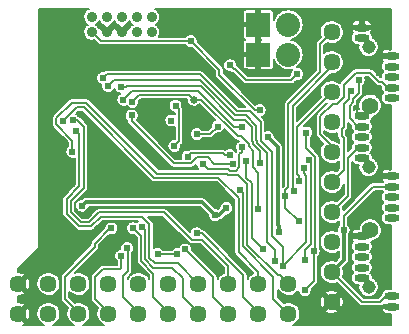
<source format=gbr>
G04 #@! TF.FileFunction,Copper,L2,Bot,Signal*
%FSLAX46Y46*%
G04 Gerber Fmt 4.6, Leading zero omitted, Abs format (unit mm)*
G04 Created by KiCad (PCBNEW 0.201502161433+5424~21~ubuntu14.04.1-product) date Mon 16 Feb 2015 01:02:52 PM PST*
%MOMM*%
G01*
G04 APERTURE LIST*
%ADD10C,0.100000*%
%ADD11C,1.399540*%
%ADD12R,2.032000X2.032000*%
%ADD13O,2.032000X2.032000*%
%ADD14C,1.450000*%
%ADD15C,0.889000*%
%ADD16C,1.145540*%
%ADD17O,1.270000X0.635000*%
%ADD18C,0.609600*%
%ADD19C,0.635000*%
%ADD20C,0.177800*%
%ADD21C,0.304800*%
%ADD22C,0.182880*%
G04 APERTURE END LIST*
D10*
D11*
X90868500Y-118364000D03*
D12*
X81407000Y-100965000D03*
D13*
X83947000Y-100965000D03*
D12*
X81407000Y-103505000D03*
D13*
X83947000Y-103505000D03*
D14*
X87630000Y-124460000D03*
X87630000Y-121920000D03*
X87630000Y-119380000D03*
X87630000Y-116840000D03*
X87630000Y-114300000D03*
X87630000Y-111760000D03*
X87630000Y-109220000D03*
X87630000Y-106680000D03*
X87630000Y-104140000D03*
X87630000Y-101600000D03*
D15*
X67310000Y-101600000D03*
X67310000Y-100330000D03*
X68580000Y-101600000D03*
X68580000Y-100330000D03*
X69850000Y-101600000D03*
X69850000Y-100330000D03*
X71120000Y-101600000D03*
X71120000Y-100330000D03*
X72390000Y-101600000D03*
X72390000Y-100330000D03*
D16*
X90741500Y-102870000D03*
D11*
X90868500Y-107823000D03*
D16*
X90741500Y-113030000D03*
X90741500Y-123190000D03*
D14*
X61087000Y-122936000D03*
X63627000Y-122936000D03*
X66167000Y-122936000D03*
X68707000Y-122936000D03*
X71247000Y-122936000D03*
X73787000Y-122936000D03*
X76327000Y-122936000D03*
X78867000Y-122936000D03*
X81407000Y-122936000D03*
X83947000Y-122936000D03*
X61087000Y-125476000D03*
X63627000Y-125476000D03*
X66167000Y-125476000D03*
X68707000Y-125476000D03*
X71247000Y-125476000D03*
X73787000Y-125476000D03*
X76327000Y-125476000D03*
X78867000Y-125476000D03*
X81407000Y-125476000D03*
X83947000Y-125476000D03*
D17*
X90170000Y-108712000D03*
X90170000Y-109601000D03*
X90170000Y-110490000D03*
X90170000Y-111379000D03*
X90170000Y-112268000D03*
X92710000Y-113792000D03*
X92710000Y-114681000D03*
X92710000Y-115570000D03*
X92710000Y-116459000D03*
X92710000Y-117348000D03*
X92710000Y-103632000D03*
X92710000Y-104521000D03*
X92710000Y-105410000D03*
X92710000Y-106299000D03*
X92710000Y-107188000D03*
X90170000Y-118872000D03*
X90170000Y-119761000D03*
X90170000Y-120650000D03*
X90170000Y-121539000D03*
X90170000Y-122428000D03*
X92710000Y-124841000D03*
X92710000Y-123952000D03*
X90170000Y-101219000D03*
X90170000Y-102108000D03*
D18*
X89025409Y-122050183D03*
X66802000Y-118618000D03*
X65519040Y-118203708D03*
X66557157Y-117084843D03*
X68961000Y-119010418D03*
X70586630Y-119126000D03*
X63754000Y-109753400D03*
X77749400Y-118694200D03*
X74599800Y-119202200D03*
X73253600Y-109397800D03*
X77419200Y-105130600D03*
X76584122Y-111248623D03*
X71628000Y-103886000D03*
X72771000Y-103886000D03*
X71628000Y-114808000D03*
X68072000Y-114808000D03*
X71755000Y-111125000D03*
X68072000Y-111125000D03*
X69850000Y-113030000D03*
X66675000Y-104902000D03*
X63754000Y-118872000D03*
X63119000Y-115062000D03*
X80772000Y-105029000D03*
X63119000Y-120015000D03*
X62103000Y-121158000D03*
X63119000Y-108585000D03*
X63119000Y-107188000D03*
X63119000Y-105791000D03*
X63119000Y-104394000D03*
X63119000Y-102870000D03*
X63119000Y-101473000D03*
X63119000Y-99949000D03*
X64389000Y-99949000D03*
X65786000Y-99949000D03*
X63119000Y-113919000D03*
X75692000Y-117094000D03*
X69215000Y-103378000D03*
X76835000Y-120218201D03*
X88900000Y-104521000D03*
X87757000Y-110490000D03*
X89535000Y-117729000D03*
X67691000Y-113411000D03*
X89925055Y-114741399D03*
X91440000Y-115443000D03*
X86487000Y-110998000D03*
X78867000Y-115697000D03*
X90714217Y-105727480D03*
X91663119Y-105059881D03*
X63068200Y-109753400D03*
X69088000Y-121081770D03*
X80016612Y-106172000D03*
X80772000Y-107061000D03*
X78801018Y-119976290D03*
X84875157Y-108604675D03*
X83312000Y-110363000D03*
X63119000Y-116713000D03*
X64003942Y-116733332D03*
X63119000Y-118491000D03*
X62992000Y-112522000D03*
X62992000Y-110871000D03*
X66332357Y-108542919D03*
X89027000Y-110109000D03*
X75643216Y-109679216D03*
X65659000Y-114427000D03*
X88646000Y-118364000D03*
X72884398Y-120399185D03*
X75692000Y-102362000D03*
X74041000Y-109093000D03*
X83185000Y-118491000D03*
X89916000Y-105664000D03*
X81534000Y-108204000D03*
X74543475Y-120399185D03*
X82207464Y-110478678D03*
X77724000Y-117094000D03*
X66478132Y-116301406D03*
X78689302Y-116509698D03*
X79019400Y-104419400D03*
X84709000Y-105156000D03*
X74396600Y-107848400D03*
X74295000Y-111252000D03*
X79242568Y-112761149D03*
X81773955Y-119976290D03*
X80389116Y-112539804D03*
X70685618Y-108660708D03*
X81419720Y-116586000D03*
D19*
X75946000Y-107327720D03*
D18*
X70746608Y-107517687D03*
X89231989Y-106594625D03*
X78994000Y-112014000D03*
X75438000Y-112140953D03*
X76708000Y-112776000D03*
X80014684Y-111328091D03*
X84874129Y-114243231D03*
X84455000Y-115062000D03*
X84836000Y-117602000D03*
X83693020Y-115443000D03*
X77978000Y-109601000D03*
X76200000Y-110236000D03*
X86106000Y-120142000D03*
X85471000Y-110109000D03*
X85344000Y-123444000D03*
X80010000Y-109601000D03*
X69980330Y-107336482D03*
X85344000Y-120904000D03*
X69772654Y-106238047D03*
X81534000Y-112699848D03*
X85657983Y-112442951D03*
X68673911Y-106179493D03*
X82804000Y-120954800D03*
X68249800Y-105486200D03*
X83467215Y-121379257D03*
X85234372Y-113106706D03*
X65946391Y-109942480D03*
X65759137Y-109082767D03*
X64873454Y-109147175D03*
X65665421Y-111745768D03*
X68964843Y-118223016D03*
X69786480Y-120556387D03*
X70298346Y-119890969D03*
X70785817Y-118206503D03*
X71562219Y-118075285D03*
X75225655Y-120005932D03*
X76179788Y-118630721D03*
X79898295Y-114970997D03*
D20*
X86638299Y-120709523D02*
X86804501Y-120543321D01*
X86804501Y-120022219D02*
X86638299Y-119856017D01*
X86638299Y-123468299D02*
X86638299Y-120709523D01*
X86638299Y-111580351D02*
X86487000Y-111429052D01*
X86487000Y-111429052D02*
X86487000Y-110998000D01*
X86638299Y-119856017D02*
X86638299Y-111580351D01*
X87630000Y-124460000D02*
X86638299Y-123468299D01*
X86804501Y-120543321D02*
X86804501Y-120022219D01*
X67550739Y-118791298D02*
X66412408Y-118791298D01*
X66412408Y-118791298D02*
X66106630Y-118791298D01*
X66802000Y-118618000D02*
X66628702Y-118791298D01*
X66628702Y-118791298D02*
X66412408Y-118791298D01*
X66106630Y-118791298D02*
X65519040Y-118203708D01*
X68690522Y-117651515D02*
X67550739Y-118791298D01*
X70281831Y-118694182D02*
X69239164Y-117651515D01*
X70586630Y-119126000D02*
X70281831Y-118821201D01*
X69239164Y-117651515D02*
X68690522Y-117651515D01*
X70281831Y-118821201D02*
X70281831Y-118694182D01*
X75692000Y-117094000D02*
X75057000Y-116459000D01*
X67183000Y-116459000D02*
X66557157Y-117084843D01*
X75057000Y-116459000D02*
X67183000Y-116459000D01*
X70586630Y-119126000D02*
X69076582Y-119126000D01*
X69088000Y-121081770D02*
X69088000Y-119137418D01*
X69088000Y-119137418D02*
X68961000Y-119010418D01*
X69076582Y-119126000D02*
X68961000Y-119010418D01*
X77292200Y-118694200D02*
X77749400Y-118694200D01*
X75692000Y-117094000D02*
X77292200Y-118694200D01*
X71755000Y-111125000D02*
X67500501Y-106870501D01*
X67500501Y-106870501D02*
X63436499Y-106870501D01*
X63436499Y-106870501D02*
X63119000Y-107188000D01*
X77127101Y-104787701D02*
X77127101Y-104838501D01*
X77127101Y-104838501D02*
X77419200Y-105130600D01*
X77114400Y-104775000D02*
X77127101Y-104787701D01*
X77089000Y-104775000D02*
X77114400Y-104775000D01*
X63119000Y-108585000D02*
X63119000Y-107188000D01*
X63119000Y-105791000D02*
X63119000Y-104394000D01*
X63119000Y-102870000D02*
X63119000Y-101473000D01*
X63119000Y-99949000D02*
X64389000Y-99949000D01*
X65786000Y-104013000D02*
X66675000Y-104902000D01*
X65786000Y-99949000D02*
X65786000Y-104013000D01*
X63119000Y-120015000D02*
X63119000Y-120523000D01*
X88011000Y-124841000D02*
X87630000Y-124460000D01*
X92710000Y-124841000D02*
X88011000Y-124841000D01*
X71628000Y-103886000D02*
X72771000Y-103886000D01*
X69850000Y-101600000D02*
X69342000Y-101092000D01*
X69088000Y-101092000D02*
X68580000Y-101600000D01*
X69342000Y-101092000D02*
X69088000Y-101092000D01*
X69723000Y-103886000D02*
X71628000Y-103886000D01*
X69215000Y-103378000D02*
X69723000Y-103886000D01*
X68199000Y-103378000D02*
X69215000Y-103378000D01*
X66675000Y-104902000D02*
X68199000Y-103378000D01*
X80187800Y-103505000D02*
X79933800Y-103759000D01*
X81407000Y-103505000D02*
X80187800Y-103505000D01*
X79933800Y-104190800D02*
X80137000Y-104394000D01*
X79933800Y-103759000D02*
X79933800Y-104190800D01*
X80137000Y-104394000D02*
X80137000Y-104775000D01*
X80479901Y-104736901D02*
X80772000Y-105029000D01*
X80175099Y-104736901D02*
X80479901Y-104736901D01*
X80137000Y-104775000D02*
X80175099Y-104736901D01*
X68072000Y-114808000D02*
X67691000Y-114427000D01*
X67691000Y-114427000D02*
X67691000Y-113411000D01*
X91440000Y-115824000D02*
X91440000Y-115443000D01*
X89535000Y-117729000D02*
X91440000Y-115824000D01*
X90614500Y-104521000D02*
X88900000Y-104521000D01*
X91503500Y-103632000D02*
X90614500Y-104521000D01*
X92710000Y-103632000D02*
X91503500Y-103632000D01*
X90242554Y-114423900D02*
X89925055Y-114741399D01*
X90744600Y-114423900D02*
X90242554Y-114423900D01*
X91376500Y-113792000D02*
X90744600Y-114423900D01*
X92710000Y-113792000D02*
X91376500Y-113792000D01*
X63754000Y-109753400D02*
X63068200Y-109753400D01*
X76281291Y-120218201D02*
X75265290Y-119202200D01*
X76835000Y-120218201D02*
X76281291Y-120218201D01*
X75265290Y-119202200D02*
X74599800Y-119202200D01*
X82677000Y-107315000D02*
X82423000Y-107061000D01*
X82423000Y-107061000D02*
X80772000Y-107061000D01*
X77749400Y-118694200D02*
X78801018Y-119745818D01*
X78801018Y-119745818D02*
X78801018Y-119976290D01*
X88900000Y-104521000D02*
X88289299Y-105131701D01*
X88289299Y-105131701D02*
X87766969Y-105131701D01*
X84875157Y-108023513D02*
X84875157Y-108604675D01*
X87766969Y-105131701D02*
X84875157Y-108023513D01*
X63119000Y-116840000D02*
X63119000Y-116713000D01*
X63119000Y-116840000D02*
X63225668Y-116733332D01*
X63225668Y-116733332D02*
X64003942Y-116733332D01*
X63119000Y-120015000D02*
X63119000Y-118491000D01*
X63119000Y-116840000D02*
X63119000Y-118491000D01*
X63119000Y-113919000D02*
X63119000Y-112649000D01*
X63119000Y-112649000D02*
X62992000Y-112522000D01*
X63068200Y-109753400D02*
X63068200Y-110794800D01*
X63068200Y-110794800D02*
X62992000Y-110871000D01*
X68072000Y-110282562D02*
X66332357Y-108542919D01*
X68072000Y-111125000D02*
X68072000Y-110282562D01*
X67462400Y-104927400D02*
X67462400Y-106045000D01*
X67462400Y-106045000D02*
X69506607Y-108089207D01*
X77127101Y-104787701D02*
X67602099Y-104787701D01*
X69506607Y-108089207D02*
X71945007Y-108089207D01*
X71945007Y-108089207D02*
X73253600Y-109397800D01*
X67602099Y-104787701D02*
X67462400Y-104927400D01*
X90297000Y-106144697D02*
X90714217Y-105727480D01*
X90297000Y-106934000D02*
X90297000Y-106144697D01*
X89789000Y-107442000D02*
X90297000Y-106934000D01*
X89789000Y-108331000D02*
X89789000Y-107442000D01*
X90170000Y-108712000D02*
X89789000Y-108331000D01*
X89025409Y-121619131D02*
X89025409Y-122050183D01*
X89268290Y-121376250D02*
X89025409Y-121619131D01*
X89268290Y-118960910D02*
X89268290Y-121376250D01*
X89357200Y-118872000D02*
X89268290Y-118960910D01*
X90170000Y-118872000D02*
X89357200Y-118872000D01*
X75643216Y-109248164D02*
X75643216Y-109679216D01*
X73253600Y-109397800D02*
X73253600Y-108145578D01*
X73253600Y-108145578D02*
X74122279Y-107276899D01*
X75643216Y-108198394D02*
X75643216Y-109248164D01*
X74122279Y-107276899D02*
X74721721Y-107276899D01*
X74721721Y-107276899D02*
X75643216Y-108198394D01*
X65887620Y-116069342D02*
X65887620Y-116718848D01*
X65887620Y-116718848D02*
X66253615Y-117084843D01*
X66253615Y-117084843D02*
X66557157Y-117084843D01*
X68072000Y-114808000D02*
X67148962Y-114808000D01*
X67148962Y-114808000D02*
X65887620Y-116069342D01*
D21*
X88646000Y-118795052D02*
X88646000Y-118364000D01*
X88685201Y-118834253D02*
X88646000Y-118795052D01*
D20*
X88646000Y-117932948D02*
X88646000Y-118364000D01*
X92710000Y-114681000D02*
X91144986Y-114681000D01*
X88646000Y-117179986D02*
X88646000Y-117932948D01*
D21*
X88646000Y-120904000D02*
X88685201Y-120864799D01*
D20*
X91144986Y-114681000D02*
X88646000Y-117179986D01*
D21*
X87630000Y-121920000D02*
X88685201Y-120864799D01*
X88685201Y-120864799D02*
X88685201Y-118834253D01*
D20*
X72774185Y-120399185D02*
X72771000Y-120396000D01*
X74543475Y-120399185D02*
X72774185Y-120399185D01*
X67310000Y-101600000D02*
X68072000Y-102362000D01*
X68072000Y-102362000D02*
X75692000Y-102362000D01*
X90170000Y-124460000D02*
X87630000Y-121920000D01*
X91694000Y-124460000D02*
X90170000Y-124460000D01*
X92202000Y-123952000D02*
X91694000Y-124460000D01*
X92710000Y-123952000D02*
X92202000Y-123952000D01*
X78105000Y-105206052D02*
X78105000Y-104775000D01*
X81102948Y-108204000D02*
X78105000Y-105206052D01*
X81534000Y-108204000D02*
X81102948Y-108204000D01*
X78105000Y-104775000D02*
X75692000Y-102362000D01*
X89420690Y-107279824D02*
X89916000Y-106784514D01*
X89420690Y-107556310D02*
X89420690Y-107279824D01*
X89916000Y-106784514D02*
X89916000Y-105664000D01*
X89154000Y-107823000D02*
X89420690Y-107556310D01*
X89154000Y-108902500D02*
X89154000Y-107823000D01*
X89852500Y-109601000D02*
X89154000Y-108902500D01*
X90170000Y-109601000D02*
X89852500Y-109601000D01*
D21*
X83058000Y-117932948D02*
X83058000Y-111329214D01*
X83185000Y-118059948D02*
X83058000Y-117932948D01*
X83185000Y-118491000D02*
X83185000Y-118059948D01*
X83058000Y-111329214D02*
X82207464Y-110478678D01*
X76626607Y-115996607D02*
X77724000Y-117094000D01*
X78689302Y-116509698D02*
X78105000Y-117094000D01*
X66782931Y-115996607D02*
X76626607Y-115996607D01*
X78105000Y-117094000D02*
X77724000Y-117094000D01*
X66478132Y-116301406D02*
X66782931Y-115996607D01*
D20*
X80354434Y-105664000D02*
X79414633Y-104724199D01*
X84709000Y-105156000D02*
X84201000Y-105664000D01*
X84201000Y-105664000D02*
X80354434Y-105664000D01*
X79414633Y-104724199D02*
X79324199Y-104724199D01*
X79324199Y-104724199D02*
X79019400Y-104419400D01*
X74396600Y-107848400D02*
X74701399Y-108153199D01*
X74701399Y-108153199D02*
X74701399Y-110845601D01*
X74701399Y-110845601D02*
X74295000Y-111252000D01*
X80848201Y-114381293D02*
X80389116Y-113922208D01*
X81773955Y-119976290D02*
X80848201Y-119050536D01*
X80389116Y-113922208D02*
X80389116Y-112539804D01*
X80848201Y-119050536D02*
X80848201Y-114381293D01*
X70685618Y-109166618D02*
X70685618Y-108660708D01*
X74231501Y-112712501D02*
X70685618Y-109166618D01*
X75712321Y-112712501D02*
X74231501Y-112712501D01*
X76233357Y-112191465D02*
X75712321Y-112712501D01*
X77105210Y-112191465D02*
X76233357Y-112191465D01*
X77674894Y-112761149D02*
X77105210Y-112191465D01*
X79242568Y-112761149D02*
X77674894Y-112761149D01*
X89852500Y-111379000D02*
X89001610Y-112229890D01*
X90170000Y-111379000D02*
X89852500Y-111379000D01*
X89001610Y-112229890D02*
X89001610Y-115468390D01*
X89001610Y-115468390D02*
X87630000Y-116840000D01*
X75946000Y-107327720D02*
X75539569Y-106921289D01*
X75539569Y-106921289D02*
X71343006Y-106921289D01*
X71343006Y-106921289D02*
X70746608Y-107517687D01*
X80585814Y-111057723D02*
X79954592Y-110426501D01*
X79954592Y-110426501D02*
X79649323Y-110426501D01*
X80962499Y-111638045D02*
X80585814Y-111261360D01*
X80962499Y-113050321D02*
X80962499Y-111638045D01*
X79649323Y-110426501D02*
X76550542Y-107327720D01*
X81419720Y-113507542D02*
X80962499Y-113050321D01*
X81419720Y-116586000D02*
X81419720Y-113507542D01*
X76550542Y-107327720D02*
X75946000Y-107327720D01*
X80585814Y-111261360D02*
X80585814Y-111057723D01*
X89065080Y-106761534D02*
X89231989Y-106594625D01*
X89065080Y-107276920D02*
X89065080Y-106761534D01*
X88455499Y-109834679D02*
X88646000Y-109644178D01*
X88455499Y-110383321D02*
X88455499Y-109834679D01*
X88646000Y-113284000D02*
X88646000Y-110573822D01*
X88646000Y-109644178D02*
X88646000Y-107696000D01*
X88646000Y-107696000D02*
X89065080Y-107276920D01*
X88646000Y-110573822D02*
X88455499Y-110383321D01*
X87630000Y-114300000D02*
X88646000Y-113284000D01*
X91598687Y-105803700D02*
X91897200Y-105803700D01*
X88646000Y-106045000D02*
X89662000Y-105029000D01*
X92392500Y-106299000D02*
X92710000Y-106299000D01*
X87710581Y-107671701D02*
X88106017Y-107671701D01*
X88646000Y-107131718D02*
X88646000Y-106045000D01*
X86638299Y-108743983D02*
X87710581Y-107671701D01*
X90823987Y-105029000D02*
X91598687Y-105803700D01*
X86638299Y-110260299D02*
X86638299Y-108743983D01*
X91897200Y-105803700D02*
X92392500Y-106299000D01*
X89662000Y-105029000D02*
X90823987Y-105029000D01*
X87630000Y-111252000D02*
X86638299Y-110260299D01*
X88106017Y-107671701D02*
X88646000Y-107131718D01*
X87630000Y-111760000D02*
X87630000Y-111252000D01*
X78384803Y-111835855D02*
X75743098Y-111835855D01*
X75743098Y-111835855D02*
X75438000Y-112140953D01*
X78994000Y-112014000D02*
X78562948Y-112014000D01*
X78562948Y-112014000D02*
X78384803Y-111835855D01*
X78819042Y-113183445D02*
X78968247Y-113332650D01*
X80014684Y-111759143D02*
X80014684Y-111328091D01*
X78968247Y-113332650D02*
X79516889Y-113332650D01*
X76708000Y-112776000D02*
X77115445Y-113183445D01*
X79516889Y-113332650D02*
X79814069Y-113035470D01*
X79814069Y-111959758D02*
X80014684Y-111759143D01*
X77115445Y-113183445D02*
X78819042Y-113183445D01*
X79814069Y-113035470D02*
X79814069Y-111959758D01*
X87630000Y-106680000D02*
X84658219Y-109651781D01*
X84658219Y-109651781D02*
X84658219Y-113596269D01*
X84874129Y-113812179D02*
X84874129Y-114243231D01*
X84658219Y-113596269D02*
X84874129Y-113812179D01*
X87630000Y-104515908D02*
X84302610Y-107843298D01*
X87630000Y-104140000D02*
X87630000Y-104515908D01*
X84302610Y-107843298D02*
X84302610Y-114909610D01*
X84302610Y-114909610D02*
X84455000Y-115062000D01*
X83693020Y-115443000D02*
X83693000Y-115443020D01*
X83693000Y-115443020D02*
X83693000Y-116459000D01*
X83693000Y-116459000D02*
X84836000Y-117602000D01*
X86638299Y-102591701D02*
X86638299Y-105004701D01*
X87630000Y-101600000D02*
X86638299Y-102591701D01*
X83947000Y-114757968D02*
X83693020Y-115011948D01*
X83693020Y-115011948D02*
X83693020Y-115443000D01*
X83947000Y-107696000D02*
X83947000Y-114757968D01*
X86638299Y-105004701D02*
X83947000Y-107696000D01*
X76631052Y-110236000D02*
X76200000Y-110236000D01*
X77978000Y-109601000D02*
X77343000Y-110236000D01*
X77343000Y-110236000D02*
X76631052Y-110236000D01*
X85471000Y-110109000D02*
X85471000Y-111410146D01*
X86106000Y-120573052D02*
X86106000Y-120142000D01*
X86106000Y-122682000D02*
X86106000Y-120573052D01*
X85344000Y-123444000D02*
X86106000Y-122682000D01*
X86233000Y-120015000D02*
X86106000Y-120142000D01*
X85471000Y-111410146D02*
X86233000Y-112172146D01*
X86233000Y-112172146D02*
X86233000Y-120015000D01*
X79326730Y-109601000D02*
X76291410Y-106565680D01*
X80010000Y-109601000D02*
X79326730Y-109601000D01*
X76291410Y-106565680D02*
X70751132Y-106565680D01*
X70751132Y-106565680D02*
X69980330Y-107336482D01*
X85344000Y-120058178D02*
X85826600Y-119575578D01*
X85344000Y-120904000D02*
X85344000Y-120058178D01*
X85826600Y-112611568D02*
X85657983Y-112442951D01*
X85826600Y-119575578D02*
X85826600Y-112611568D01*
X80941424Y-111114062D02*
X81534000Y-111706638D01*
X80248695Y-109029499D02*
X80886281Y-109667085D01*
X80886281Y-110855282D02*
X80941424Y-110910425D01*
X80886281Y-109667085D02*
X80886281Y-110855282D01*
X76514659Y-106210072D02*
X79334087Y-109029499D01*
X70203706Y-106238047D02*
X70231681Y-106210072D01*
X69772654Y-106238047D02*
X70203706Y-106238047D01*
X70231681Y-106210072D02*
X76514659Y-106210072D01*
X80941424Y-110910425D02*
X80941424Y-111114062D01*
X79334087Y-109029499D02*
X80248695Y-109029499D01*
X81534000Y-111706638D02*
X81534000Y-112699848D01*
X68673911Y-106179493D02*
X69186858Y-105666546D01*
X81297034Y-110966764D02*
X82169000Y-111838730D01*
X81297034Y-110763127D02*
X81297034Y-110966764D01*
X79443305Y-108635810D02*
X80357914Y-108635810D01*
X82169000Y-111838730D02*
X82169000Y-119415935D01*
X76474041Y-105666546D02*
X79443305Y-108635810D01*
X69186858Y-105666546D02*
X76474041Y-105666546D01*
X80357914Y-108635810D02*
X81241891Y-109519787D01*
X82804000Y-120050935D02*
X82804000Y-120954800D01*
X82169000Y-119415935D02*
X82804000Y-120050935D01*
X81241891Y-110707984D02*
X81297034Y-110763127D01*
X81241891Y-109519787D02*
X81241891Y-110707984D01*
X85445630Y-113749016D02*
X85234372Y-113537758D01*
X85445630Y-119400842D02*
X85445630Y-113749016D01*
X83467215Y-121379257D02*
X85445630Y-119400842D01*
X85234372Y-113537758D02*
X85234372Y-113106706D01*
X82588111Y-118910111D02*
X83467215Y-119789215D01*
X81597501Y-109209863D02*
X81597501Y-110560686D01*
X68249800Y-105486200D02*
X68554599Y-105181401D01*
X68554599Y-105181401D02*
X76491804Y-105181401D01*
X82588111Y-111754933D02*
X82588111Y-118910111D01*
X80667839Y-108280201D02*
X81597501Y-109209863D01*
X81597501Y-110560686D02*
X81652644Y-110615829D01*
X76491804Y-105181401D02*
X79590603Y-108280200D01*
X81652644Y-110615829D02*
X81652644Y-110819466D01*
X79590603Y-108280200D02*
X80667839Y-108280201D01*
X83467215Y-119789215D02*
X83467215Y-121379257D01*
X81652644Y-110819466D02*
X82588111Y-111754933D01*
X66251190Y-110247279D02*
X65946391Y-109942480D01*
X66251190Y-114647610D02*
X66251190Y-110247279D01*
X65176400Y-117015246D02*
X65176400Y-115722400D01*
X66207652Y-118046498D02*
X65176400Y-117015246D01*
X68080020Y-117221000D02*
X67254521Y-118046499D01*
X71553756Y-117221000D02*
X68080020Y-117221000D01*
X72179781Y-117847025D02*
X71553756Y-117221000D01*
X72179783Y-120703967D02*
X72179783Y-118189941D01*
X65176400Y-115722400D02*
X66251190Y-114647610D01*
X72659206Y-121183390D02*
X72179783Y-120703967D01*
X74574390Y-121183390D02*
X72659206Y-121183390D01*
X76327000Y-122936000D02*
X74574390Y-121183390D01*
X67254521Y-118046499D02*
X66207652Y-118046498D01*
X72179783Y-118189941D02*
X72179781Y-117847025D01*
X78867000Y-122936000D02*
X78867000Y-122555000D01*
X78867000Y-122936000D02*
X78867000Y-121412000D01*
X65532010Y-116867948D02*
X65532010Y-115900190D01*
X67107223Y-117690889D02*
X66354951Y-117690889D01*
X78867000Y-121412000D02*
X76657222Y-119202222D01*
X76657222Y-119202222D02*
X75768220Y-119202222D01*
X75768220Y-119202222D02*
X73431388Y-116865390D01*
X66092069Y-109082767D02*
X65759137Y-109082767D01*
X73431388Y-116865390D02*
X67932721Y-116865391D01*
X67932721Y-116865391D02*
X67107223Y-117690889D01*
X66354951Y-117690889D02*
X65532010Y-116867948D01*
X66649610Y-114782590D02*
X66649610Y-109640308D01*
X66649610Y-109640308D02*
X66092069Y-109082767D01*
X65532010Y-115900190D02*
X66649610Y-114782590D01*
X66049211Y-107971418D02*
X64873454Y-109147175D01*
X66606678Y-107971418D02*
X66049211Y-107971418D01*
X79756000Y-120259696D02*
X79756000Y-115674524D01*
X81407000Y-121910696D02*
X79756000Y-120259696D01*
X81407000Y-122936000D02*
X81407000Y-121910696D01*
X72579660Y-113944400D02*
X66606678Y-107971418D01*
X79756000Y-115674524D02*
X78025876Y-113944400D01*
X78025876Y-113944400D02*
X72579660Y-113944400D01*
X83222001Y-122211001D02*
X83087307Y-122211001D01*
X66847708Y-107569000D02*
X65605807Y-107569000D01*
X65605807Y-107569000D02*
X64301953Y-108872854D01*
X64301953Y-109421496D02*
X65665421Y-110784964D01*
X64301953Y-108872854D02*
X64301953Y-109421496D01*
X78820949Y-113688260D02*
X78721479Y-113588790D01*
X83087307Y-122211001D02*
X80469796Y-119593490D01*
X78721479Y-113588790D02*
X72867498Y-113588790D01*
X80469796Y-114505796D02*
X79652260Y-113688260D01*
X79652260Y-113688260D02*
X78820949Y-113688260D01*
X83947000Y-122936000D02*
X83222001Y-122211001D01*
X72867498Y-113588790D02*
X66847708Y-107569000D01*
X80469796Y-119593490D02*
X80469796Y-114505796D01*
X65665421Y-110784964D02*
X65665421Y-111745768D01*
X67566481Y-119777463D02*
X67566481Y-119504519D01*
X67566481Y-119504519D02*
X68847984Y-118223016D01*
X68847984Y-118223016D02*
X68964843Y-118223016D01*
X65036690Y-122307254D02*
X67566481Y-119777463D01*
X65036690Y-124193290D02*
X65036690Y-122307254D01*
X66167000Y-125323600D02*
X65036690Y-124193290D01*
X66167000Y-125476000D02*
X66167000Y-125323600D01*
X68238811Y-121653290D02*
X69692532Y-121653290D01*
X67576690Y-124193290D02*
X67576690Y-122315411D01*
X68707000Y-125323600D02*
X67576690Y-124193290D01*
X68707000Y-125476000D02*
X68707000Y-125323600D01*
X67576690Y-122315411D02*
X68238811Y-121653290D01*
X69786480Y-121559342D02*
X69786480Y-120556387D01*
X69692532Y-121653290D02*
X69786480Y-121559342D01*
X69977000Y-124053600D02*
X69977000Y-122243225D01*
X71247000Y-125323600D02*
X69977000Y-124053600D01*
X70358000Y-121862225D02*
X70358000Y-119950623D01*
X71247000Y-125476000D02*
X71247000Y-125323600D01*
X69977000Y-122243225D02*
X70358000Y-121862225D01*
X70358000Y-119950623D02*
X70298346Y-119890969D01*
X72517000Y-124053600D02*
X72517000Y-122047000D01*
X71468563Y-120998563D02*
X71468563Y-118889249D01*
X73787000Y-125323600D02*
X72517000Y-124053600D01*
X71468563Y-118889249D02*
X70785817Y-118206503D01*
X73787000Y-125476000D02*
X73787000Y-125323600D01*
X72517000Y-122047000D02*
X71468563Y-120998563D01*
X75057000Y-122455101D02*
X74140899Y-121539000D01*
X72511908Y-121539000D02*
X71824173Y-120851265D01*
X71824173Y-120851265D02*
X71824173Y-118337239D01*
X71824173Y-118337239D02*
X71562219Y-118075285D01*
X76327000Y-125476000D02*
X76327000Y-125323600D01*
X76327000Y-125323600D02*
X75057000Y-124053600D01*
X75057000Y-124053600D02*
X75057000Y-122455101D01*
X74140899Y-121539000D02*
X72511908Y-121539000D01*
X78867000Y-125476000D02*
X78867000Y-125323600D01*
X78867000Y-125323600D02*
X77597000Y-124053600D01*
X77597000Y-122377277D02*
X75225655Y-120005932D01*
X77597000Y-124053600D02*
X77597000Y-122377277D01*
X80137000Y-124053600D02*
X80137000Y-122156881D01*
X80137000Y-122156881D02*
X76610840Y-118630721D01*
X81407000Y-125476000D02*
X81407000Y-125323600D01*
X81407000Y-125323600D02*
X80137000Y-124053600D01*
X76610840Y-118630721D02*
X76179788Y-118630721D01*
X80111610Y-119740702D02*
X80111610Y-115184312D01*
X82677000Y-122306092D02*
X80111610Y-119740702D01*
X83947000Y-125476000D02*
X82677000Y-124206000D01*
X82677000Y-124206000D02*
X82677000Y-122306092D01*
X80111610Y-115184312D02*
X79898295Y-114970997D01*
D22*
G36*
X70762142Y-100965983D02*
X70662607Y-101031118D01*
X70560822Y-101130794D01*
X70480336Y-101248341D01*
X70464272Y-101285819D01*
X70416873Y-101263021D01*
X70079895Y-101600000D01*
X70094036Y-101614142D01*
X69864142Y-101844037D01*
X69850000Y-101829895D01*
X69835857Y-101844036D01*
X69620105Y-101628284D01*
X69605963Y-101614142D01*
X69620105Y-101600000D01*
X69283127Y-101263021D01*
X69215000Y-101295788D01*
X69146873Y-101263021D01*
X68809895Y-101600000D01*
X68824036Y-101614142D01*
X68594142Y-101844037D01*
X68580000Y-101829895D01*
X68565857Y-101844036D01*
X68335963Y-101614142D01*
X68350105Y-101600000D01*
X68013127Y-101263021D01*
X67966174Y-101285603D01*
X67954512Y-101257307D01*
X67875675Y-101138647D01*
X67775291Y-101037560D01*
X67666493Y-100964175D01*
X67759405Y-100905212D01*
X67862572Y-100806968D01*
X67944692Y-100690555D01*
X67946083Y-100687429D01*
X68007939Y-100783410D01*
X68106902Y-100885889D01*
X68223884Y-100967194D01*
X68265903Y-100985551D01*
X68243021Y-101033127D01*
X68580000Y-101370105D01*
X68916979Y-101033127D01*
X68894835Y-100987087D01*
X68909120Y-100981547D01*
X69029405Y-100905212D01*
X69132572Y-100806968D01*
X69214692Y-100690555D01*
X69216083Y-100687429D01*
X69277939Y-100783410D01*
X69376902Y-100885889D01*
X69493884Y-100967194D01*
X69535903Y-100985551D01*
X69513021Y-101033127D01*
X69850000Y-101370105D01*
X70186979Y-101033127D01*
X70164835Y-100987087D01*
X70179120Y-100981547D01*
X70299405Y-100905212D01*
X70402572Y-100806968D01*
X70484692Y-100690555D01*
X70486083Y-100687429D01*
X70547939Y-100783410D01*
X70646902Y-100885889D01*
X70762142Y-100965983D01*
X70762142Y-100965983D01*
G37*
X70762142Y-100965983D02*
X70662607Y-101031118D01*
X70560822Y-101130794D01*
X70480336Y-101248341D01*
X70464272Y-101285819D01*
X70416873Y-101263021D01*
X70079895Y-101600000D01*
X70094036Y-101614142D01*
X69864142Y-101844037D01*
X69850000Y-101829895D01*
X69835857Y-101844036D01*
X69620105Y-101628284D01*
X69605963Y-101614142D01*
X69620105Y-101600000D01*
X69283127Y-101263021D01*
X69215000Y-101295788D01*
X69146873Y-101263021D01*
X68809895Y-101600000D01*
X68824036Y-101614142D01*
X68594142Y-101844037D01*
X68580000Y-101829895D01*
X68565857Y-101844036D01*
X68335963Y-101614142D01*
X68350105Y-101600000D01*
X68013127Y-101263021D01*
X67966174Y-101285603D01*
X67954512Y-101257307D01*
X67875675Y-101138647D01*
X67775291Y-101037560D01*
X67666493Y-100964175D01*
X67759405Y-100905212D01*
X67862572Y-100806968D01*
X67944692Y-100690555D01*
X67946083Y-100687429D01*
X68007939Y-100783410D01*
X68106902Y-100885889D01*
X68223884Y-100967194D01*
X68265903Y-100985551D01*
X68243021Y-101033127D01*
X68580000Y-101370105D01*
X68916979Y-101033127D01*
X68894835Y-100987087D01*
X68909120Y-100981547D01*
X69029405Y-100905212D01*
X69132572Y-100806968D01*
X69214692Y-100690555D01*
X69216083Y-100687429D01*
X69277939Y-100783410D01*
X69376902Y-100885889D01*
X69493884Y-100967194D01*
X69535903Y-100985551D01*
X69513021Y-101033127D01*
X69850000Y-101370105D01*
X70186979Y-101033127D01*
X70164835Y-100987087D01*
X70179120Y-100981547D01*
X70299405Y-100905212D01*
X70402572Y-100806968D01*
X70484692Y-100690555D01*
X70486083Y-100687429D01*
X70547939Y-100783410D01*
X70646902Y-100885889D01*
X70762142Y-100965983D01*
G36*
X78496160Y-121999763D02*
X78398232Y-122039329D01*
X78232995Y-122147456D01*
X78091907Y-122285620D01*
X77980342Y-122448556D01*
X77967840Y-122477725D01*
X77967840Y-122377277D01*
X77964492Y-122343139D01*
X77961511Y-122309060D01*
X77960967Y-122307189D01*
X77960777Y-122305247D01*
X77950860Y-122272400D01*
X77941319Y-122239559D01*
X77940423Y-122237832D01*
X77939859Y-122235961D01*
X77923734Y-122205634D01*
X77908012Y-122175303D01*
X77906798Y-122173783D01*
X77905881Y-122172057D01*
X77884199Y-122145473D01*
X77862859Y-122118740D01*
X77860183Y-122116026D01*
X77860137Y-122115970D01*
X77860084Y-122115926D01*
X77859223Y-122115053D01*
X75810769Y-120066600D01*
X75812420Y-119948399D01*
X75790070Y-119835525D01*
X75746222Y-119729141D01*
X75682546Y-119633301D01*
X75601467Y-119551654D01*
X75506073Y-119487310D01*
X75399998Y-119442720D01*
X75287283Y-119419583D01*
X75172220Y-119418779D01*
X75059192Y-119440341D01*
X74952505Y-119483445D01*
X74856223Y-119546451D01*
X74774011Y-119626958D01*
X74709003Y-119721900D01*
X74664777Y-119825085D01*
X74605103Y-119812836D01*
X74490040Y-119812032D01*
X74377012Y-119833594D01*
X74270325Y-119876698D01*
X74174043Y-119939704D01*
X74091831Y-120020211D01*
X74086261Y-120028345D01*
X73342478Y-120028345D01*
X73341289Y-120026554D01*
X73260210Y-119944907D01*
X73164816Y-119880563D01*
X73058741Y-119835973D01*
X72946026Y-119812836D01*
X72830963Y-119812032D01*
X72717935Y-119833594D01*
X72611248Y-119876698D01*
X72550623Y-119916370D01*
X72550623Y-118189941D01*
X72550622Y-118189940D01*
X72550623Y-118189939D01*
X72550621Y-117847023D01*
X72547271Y-117812869D01*
X72544292Y-117778808D01*
X72543748Y-117776938D01*
X72543558Y-117774993D01*
X72533638Y-117742137D01*
X72524100Y-117709307D01*
X72523204Y-117707578D01*
X72522639Y-117705707D01*
X72506512Y-117675377D01*
X72490793Y-117645051D01*
X72489580Y-117643531D01*
X72488661Y-117641803D01*
X72466973Y-117615212D01*
X72445640Y-117588488D01*
X72442962Y-117585772D01*
X72442916Y-117585716D01*
X72442863Y-117585672D01*
X72442004Y-117584801D01*
X72093432Y-117236230D01*
X73277781Y-117236230D01*
X75505997Y-119464446D01*
X75532465Y-119486186D01*
X75558708Y-119508207D01*
X75560418Y-119509147D01*
X75561924Y-119510384D01*
X75592136Y-119526584D01*
X75622131Y-119543074D01*
X75623985Y-119543662D01*
X75625708Y-119544586D01*
X75658569Y-119554632D01*
X75691118Y-119564958D01*
X75693048Y-119565174D01*
X75694921Y-119565747D01*
X75729072Y-119569215D01*
X75763042Y-119573026D01*
X75766852Y-119573052D01*
X75766926Y-119573060D01*
X75766994Y-119573053D01*
X75768220Y-119573062D01*
X76503616Y-119573062D01*
X78496160Y-121565606D01*
X78496160Y-121999763D01*
X78496160Y-121999763D01*
G37*
X78496160Y-121999763D02*
X78398232Y-122039329D01*
X78232995Y-122147456D01*
X78091907Y-122285620D01*
X77980342Y-122448556D01*
X77967840Y-122477725D01*
X77967840Y-122377277D01*
X77964492Y-122343139D01*
X77961511Y-122309060D01*
X77960967Y-122307189D01*
X77960777Y-122305247D01*
X77950860Y-122272400D01*
X77941319Y-122239559D01*
X77940423Y-122237832D01*
X77939859Y-122235961D01*
X77923734Y-122205634D01*
X77908012Y-122175303D01*
X77906798Y-122173783D01*
X77905881Y-122172057D01*
X77884199Y-122145473D01*
X77862859Y-122118740D01*
X77860183Y-122116026D01*
X77860137Y-122115970D01*
X77860084Y-122115926D01*
X77859223Y-122115053D01*
X75810769Y-120066600D01*
X75812420Y-119948399D01*
X75790070Y-119835525D01*
X75746222Y-119729141D01*
X75682546Y-119633301D01*
X75601467Y-119551654D01*
X75506073Y-119487310D01*
X75399998Y-119442720D01*
X75287283Y-119419583D01*
X75172220Y-119418779D01*
X75059192Y-119440341D01*
X74952505Y-119483445D01*
X74856223Y-119546451D01*
X74774011Y-119626958D01*
X74709003Y-119721900D01*
X74664777Y-119825085D01*
X74605103Y-119812836D01*
X74490040Y-119812032D01*
X74377012Y-119833594D01*
X74270325Y-119876698D01*
X74174043Y-119939704D01*
X74091831Y-120020211D01*
X74086261Y-120028345D01*
X73342478Y-120028345D01*
X73341289Y-120026554D01*
X73260210Y-119944907D01*
X73164816Y-119880563D01*
X73058741Y-119835973D01*
X72946026Y-119812836D01*
X72830963Y-119812032D01*
X72717935Y-119833594D01*
X72611248Y-119876698D01*
X72550623Y-119916370D01*
X72550623Y-118189941D01*
X72550622Y-118189940D01*
X72550623Y-118189939D01*
X72550621Y-117847023D01*
X72547271Y-117812869D01*
X72544292Y-117778808D01*
X72543748Y-117776938D01*
X72543558Y-117774993D01*
X72533638Y-117742137D01*
X72524100Y-117709307D01*
X72523204Y-117707578D01*
X72522639Y-117705707D01*
X72506512Y-117675377D01*
X72490793Y-117645051D01*
X72489580Y-117643531D01*
X72488661Y-117641803D01*
X72466973Y-117615212D01*
X72445640Y-117588488D01*
X72442962Y-117585772D01*
X72442916Y-117585716D01*
X72442863Y-117585672D01*
X72442004Y-117584801D01*
X72093432Y-117236230D01*
X73277781Y-117236230D01*
X75505997Y-119464446D01*
X75532465Y-119486186D01*
X75558708Y-119508207D01*
X75560418Y-119509147D01*
X75561924Y-119510384D01*
X75592136Y-119526584D01*
X75622131Y-119543074D01*
X75623985Y-119543662D01*
X75625708Y-119544586D01*
X75658569Y-119554632D01*
X75691118Y-119564958D01*
X75693048Y-119565174D01*
X75694921Y-119565747D01*
X75729072Y-119569215D01*
X75763042Y-119573026D01*
X75766852Y-119573052D01*
X75766926Y-119573060D01*
X75766994Y-119573053D01*
X75768220Y-119573062D01*
X76503616Y-119573062D01*
X78496160Y-121565606D01*
X78496160Y-121999763D01*
G36*
X79761985Y-110797341D02*
X79741534Y-110805604D01*
X79645252Y-110868610D01*
X79563040Y-110949117D01*
X79498032Y-111044059D01*
X79452703Y-111149820D01*
X79428779Y-111262371D01*
X79427173Y-111377426D01*
X79447944Y-111490601D01*
X79490303Y-111597586D01*
X79552635Y-111694307D01*
X79553833Y-111695547D01*
X79551846Y-111697535D01*
X79530129Y-111723973D01*
X79516034Y-111740770D01*
X79514567Y-111737209D01*
X79450891Y-111641369D01*
X79369812Y-111559722D01*
X79274418Y-111495378D01*
X79168343Y-111450788D01*
X79055628Y-111427651D01*
X78940565Y-111426847D01*
X78827537Y-111448409D01*
X78720850Y-111491513D01*
X78624568Y-111554519D01*
X78624198Y-111554881D01*
X78620587Y-111551915D01*
X78594315Y-111529870D01*
X78592604Y-111528929D01*
X78591099Y-111527693D01*
X78560921Y-111511511D01*
X78530892Y-111495003D01*
X78529033Y-111494413D01*
X78527315Y-111493492D01*
X78494540Y-111483471D01*
X78461905Y-111473119D01*
X78459969Y-111472901D01*
X78458102Y-111472331D01*
X78423999Y-111468867D01*
X78389981Y-111465051D01*
X78386170Y-111465024D01*
X78386097Y-111465017D01*
X78386028Y-111465023D01*
X78384803Y-111465015D01*
X75743098Y-111465015D01*
X75709051Y-111468353D01*
X75674881Y-111471343D01*
X75673004Y-111471888D01*
X75671068Y-111472078D01*
X75638263Y-111481981D01*
X75605380Y-111491536D01*
X75603653Y-111492431D01*
X75601782Y-111492996D01*
X75571495Y-111509099D01*
X75541124Y-111524842D01*
X75539600Y-111526058D01*
X75537878Y-111526974D01*
X75511328Y-111548627D01*
X75502979Y-111555292D01*
X75499628Y-111554604D01*
X75384565Y-111553800D01*
X75271537Y-111575362D01*
X75164850Y-111618466D01*
X75068568Y-111681472D01*
X74986356Y-111761979D01*
X74921348Y-111856921D01*
X74876019Y-111962682D01*
X74852095Y-112075233D01*
X74850489Y-112190288D01*
X74871260Y-112303463D01*
X74886383Y-112341661D01*
X74385107Y-112341661D01*
X71110141Y-109066695D01*
X71131926Y-109045951D01*
X71198254Y-108951926D01*
X71245055Y-108846808D01*
X71270548Y-108734602D01*
X71272383Y-108603175D01*
X71250033Y-108490301D01*
X71206185Y-108383917D01*
X71142509Y-108288077D01*
X71061430Y-108206430D01*
X70966036Y-108142086D01*
X70859961Y-108097496D01*
X70849532Y-108095355D01*
X70905157Y-108085547D01*
X71012436Y-108043937D01*
X71109589Y-107982282D01*
X71192916Y-107902930D01*
X71259244Y-107808905D01*
X71306045Y-107703787D01*
X71331538Y-107591581D01*
X71333373Y-107460154D01*
X71332582Y-107456159D01*
X71496612Y-107292129D01*
X74207069Y-107292129D01*
X74123450Y-107325913D01*
X74027168Y-107388919D01*
X73944956Y-107469426D01*
X73879948Y-107564368D01*
X73834619Y-107670129D01*
X73810695Y-107782680D01*
X73809089Y-107897735D01*
X73829860Y-108010910D01*
X73872219Y-108117895D01*
X73934551Y-108214616D01*
X74014482Y-108297387D01*
X74108968Y-108363057D01*
X74214410Y-108409123D01*
X74326792Y-108433832D01*
X74330559Y-108433910D01*
X74330559Y-108580543D01*
X74321418Y-108574378D01*
X74215343Y-108529788D01*
X74102628Y-108506651D01*
X73987565Y-108505847D01*
X73874537Y-108527409D01*
X73767850Y-108570513D01*
X73671568Y-108633519D01*
X73589356Y-108714026D01*
X73524348Y-108808968D01*
X73479019Y-108914729D01*
X73455095Y-109027280D01*
X73453489Y-109142335D01*
X73474260Y-109255510D01*
X73516619Y-109362495D01*
X73578951Y-109459216D01*
X73658882Y-109541987D01*
X73753368Y-109607657D01*
X73858810Y-109653723D01*
X73971192Y-109678432D01*
X74086232Y-109680841D01*
X74199549Y-109660860D01*
X74306828Y-109619250D01*
X74330559Y-109604189D01*
X74330559Y-110665468D01*
X74241565Y-110664847D01*
X74128537Y-110686409D01*
X74021850Y-110729513D01*
X73925568Y-110792519D01*
X73843356Y-110873026D01*
X73778348Y-110967968D01*
X73733019Y-111073729D01*
X73709095Y-111186280D01*
X73707489Y-111301335D01*
X73728260Y-111414510D01*
X73770619Y-111521495D01*
X73832951Y-111618216D01*
X73912882Y-111700987D01*
X74007368Y-111766657D01*
X74112810Y-111812723D01*
X74225192Y-111837432D01*
X74340232Y-111839841D01*
X74453549Y-111819860D01*
X74560828Y-111778250D01*
X74657981Y-111716595D01*
X74741308Y-111637243D01*
X74807636Y-111543218D01*
X74854437Y-111438100D01*
X74879930Y-111325894D01*
X74881765Y-111194467D01*
X74880973Y-111190472D01*
X74963622Y-111107824D01*
X74985338Y-111081385D01*
X75007384Y-111055113D01*
X75008324Y-111053402D01*
X75009561Y-111051897D01*
X75025742Y-111021719D01*
X75042251Y-110991690D01*
X75042840Y-110989831D01*
X75043762Y-110988113D01*
X75053782Y-110955338D01*
X75064135Y-110922703D01*
X75064352Y-110920767D01*
X75064923Y-110918900D01*
X75068386Y-110884797D01*
X75072203Y-110850779D01*
X75072229Y-110846968D01*
X75072237Y-110846895D01*
X75072230Y-110846826D01*
X75072239Y-110845601D01*
X75072239Y-108153199D01*
X75068900Y-108119152D01*
X75065911Y-108084982D01*
X75065365Y-108083105D01*
X75065176Y-108081169D01*
X75055272Y-108048364D01*
X75045718Y-108015481D01*
X75044822Y-108013754D01*
X75044258Y-108011883D01*
X75028154Y-107981596D01*
X75012412Y-107951225D01*
X75011195Y-107949701D01*
X75010280Y-107947979D01*
X74988646Y-107921453D01*
X74981663Y-107912706D01*
X74983365Y-107790867D01*
X74961015Y-107677993D01*
X74917167Y-107571609D01*
X74853491Y-107475769D01*
X74772412Y-107394122D01*
X74677018Y-107329778D01*
X74587454Y-107292129D01*
X75346973Y-107292129D01*
X75345772Y-107378123D01*
X75366994Y-107493747D01*
X75410269Y-107603048D01*
X75473950Y-107701862D01*
X75555611Y-107786425D01*
X75652143Y-107853516D01*
X75759867Y-107900579D01*
X75874681Y-107925823D01*
X75992211Y-107928285D01*
X76107981Y-107907871D01*
X76217582Y-107865360D01*
X76316838Y-107802370D01*
X76401968Y-107721301D01*
X76409293Y-107710917D01*
X77756158Y-109057783D01*
X77704850Y-109078513D01*
X77608568Y-109141519D01*
X77526356Y-109222026D01*
X77461348Y-109316968D01*
X77416019Y-109422729D01*
X77392095Y-109535280D01*
X77390489Y-109650335D01*
X77392618Y-109661935D01*
X77189393Y-109865160D01*
X76658080Y-109865160D01*
X76656891Y-109863369D01*
X76575812Y-109781722D01*
X76480418Y-109717378D01*
X76374343Y-109672788D01*
X76261628Y-109649651D01*
X76146565Y-109648847D01*
X76033537Y-109670409D01*
X75926850Y-109713513D01*
X75830568Y-109776519D01*
X75748356Y-109857026D01*
X75683348Y-109951968D01*
X75638019Y-110057729D01*
X75614095Y-110170280D01*
X75612489Y-110285335D01*
X75633260Y-110398510D01*
X75675619Y-110505495D01*
X75737951Y-110602216D01*
X75817882Y-110684987D01*
X75912368Y-110750657D01*
X76017810Y-110796723D01*
X76130192Y-110821432D01*
X76245232Y-110823841D01*
X76358549Y-110803860D01*
X76465828Y-110762250D01*
X76562981Y-110700595D01*
X76646308Y-110621243D01*
X76656468Y-110606840D01*
X77343000Y-110606840D01*
X77377092Y-110603497D01*
X77411217Y-110600511D01*
X77413087Y-110599967D01*
X77415030Y-110599777D01*
X77447876Y-110589860D01*
X77480718Y-110580319D01*
X77482444Y-110579423D01*
X77484316Y-110578859D01*
X77514642Y-110562734D01*
X77544974Y-110547012D01*
X77546493Y-110545798D01*
X77548220Y-110544881D01*
X77574803Y-110523199D01*
X77601537Y-110501859D01*
X77604245Y-110499186D01*
X77604307Y-110499137D01*
X77604353Y-110499080D01*
X77605223Y-110498223D01*
X77916833Y-110186612D01*
X78023232Y-110188841D01*
X78136549Y-110168860D01*
X78243828Y-110127250D01*
X78340981Y-110065595D01*
X78424308Y-109986243D01*
X78490636Y-109892218D01*
X78521429Y-109823054D01*
X79387099Y-110688724D01*
X79413562Y-110710461D01*
X79439811Y-110732486D01*
X79441521Y-110733426D01*
X79443027Y-110734663D01*
X79473223Y-110750854D01*
X79503234Y-110767353D01*
X79505090Y-110767941D01*
X79506810Y-110768864D01*
X79539599Y-110778888D01*
X79572221Y-110789237D01*
X79574156Y-110789454D01*
X79576024Y-110790025D01*
X79610126Y-110793488D01*
X79644145Y-110797305D01*
X79647955Y-110797331D01*
X79648029Y-110797339D01*
X79648097Y-110797332D01*
X79649323Y-110797341D01*
X79761985Y-110797341D01*
X79761985Y-110797341D01*
G37*
X79761985Y-110797341D02*
X79741534Y-110805604D01*
X79645252Y-110868610D01*
X79563040Y-110949117D01*
X79498032Y-111044059D01*
X79452703Y-111149820D01*
X79428779Y-111262371D01*
X79427173Y-111377426D01*
X79447944Y-111490601D01*
X79490303Y-111597586D01*
X79552635Y-111694307D01*
X79553833Y-111695547D01*
X79551846Y-111697535D01*
X79530129Y-111723973D01*
X79516034Y-111740770D01*
X79514567Y-111737209D01*
X79450891Y-111641369D01*
X79369812Y-111559722D01*
X79274418Y-111495378D01*
X79168343Y-111450788D01*
X79055628Y-111427651D01*
X78940565Y-111426847D01*
X78827537Y-111448409D01*
X78720850Y-111491513D01*
X78624568Y-111554519D01*
X78624198Y-111554881D01*
X78620587Y-111551915D01*
X78594315Y-111529870D01*
X78592604Y-111528929D01*
X78591099Y-111527693D01*
X78560921Y-111511511D01*
X78530892Y-111495003D01*
X78529033Y-111494413D01*
X78527315Y-111493492D01*
X78494540Y-111483471D01*
X78461905Y-111473119D01*
X78459969Y-111472901D01*
X78458102Y-111472331D01*
X78423999Y-111468867D01*
X78389981Y-111465051D01*
X78386170Y-111465024D01*
X78386097Y-111465017D01*
X78386028Y-111465023D01*
X78384803Y-111465015D01*
X75743098Y-111465015D01*
X75709051Y-111468353D01*
X75674881Y-111471343D01*
X75673004Y-111471888D01*
X75671068Y-111472078D01*
X75638263Y-111481981D01*
X75605380Y-111491536D01*
X75603653Y-111492431D01*
X75601782Y-111492996D01*
X75571495Y-111509099D01*
X75541124Y-111524842D01*
X75539600Y-111526058D01*
X75537878Y-111526974D01*
X75511328Y-111548627D01*
X75502979Y-111555292D01*
X75499628Y-111554604D01*
X75384565Y-111553800D01*
X75271537Y-111575362D01*
X75164850Y-111618466D01*
X75068568Y-111681472D01*
X74986356Y-111761979D01*
X74921348Y-111856921D01*
X74876019Y-111962682D01*
X74852095Y-112075233D01*
X74850489Y-112190288D01*
X74871260Y-112303463D01*
X74886383Y-112341661D01*
X74385107Y-112341661D01*
X71110141Y-109066695D01*
X71131926Y-109045951D01*
X71198254Y-108951926D01*
X71245055Y-108846808D01*
X71270548Y-108734602D01*
X71272383Y-108603175D01*
X71250033Y-108490301D01*
X71206185Y-108383917D01*
X71142509Y-108288077D01*
X71061430Y-108206430D01*
X70966036Y-108142086D01*
X70859961Y-108097496D01*
X70849532Y-108095355D01*
X70905157Y-108085547D01*
X71012436Y-108043937D01*
X71109589Y-107982282D01*
X71192916Y-107902930D01*
X71259244Y-107808905D01*
X71306045Y-107703787D01*
X71331538Y-107591581D01*
X71333373Y-107460154D01*
X71332582Y-107456159D01*
X71496612Y-107292129D01*
X74207069Y-107292129D01*
X74123450Y-107325913D01*
X74027168Y-107388919D01*
X73944956Y-107469426D01*
X73879948Y-107564368D01*
X73834619Y-107670129D01*
X73810695Y-107782680D01*
X73809089Y-107897735D01*
X73829860Y-108010910D01*
X73872219Y-108117895D01*
X73934551Y-108214616D01*
X74014482Y-108297387D01*
X74108968Y-108363057D01*
X74214410Y-108409123D01*
X74326792Y-108433832D01*
X74330559Y-108433910D01*
X74330559Y-108580543D01*
X74321418Y-108574378D01*
X74215343Y-108529788D01*
X74102628Y-108506651D01*
X73987565Y-108505847D01*
X73874537Y-108527409D01*
X73767850Y-108570513D01*
X73671568Y-108633519D01*
X73589356Y-108714026D01*
X73524348Y-108808968D01*
X73479019Y-108914729D01*
X73455095Y-109027280D01*
X73453489Y-109142335D01*
X73474260Y-109255510D01*
X73516619Y-109362495D01*
X73578951Y-109459216D01*
X73658882Y-109541987D01*
X73753368Y-109607657D01*
X73858810Y-109653723D01*
X73971192Y-109678432D01*
X74086232Y-109680841D01*
X74199549Y-109660860D01*
X74306828Y-109619250D01*
X74330559Y-109604189D01*
X74330559Y-110665468D01*
X74241565Y-110664847D01*
X74128537Y-110686409D01*
X74021850Y-110729513D01*
X73925568Y-110792519D01*
X73843356Y-110873026D01*
X73778348Y-110967968D01*
X73733019Y-111073729D01*
X73709095Y-111186280D01*
X73707489Y-111301335D01*
X73728260Y-111414510D01*
X73770619Y-111521495D01*
X73832951Y-111618216D01*
X73912882Y-111700987D01*
X74007368Y-111766657D01*
X74112810Y-111812723D01*
X74225192Y-111837432D01*
X74340232Y-111839841D01*
X74453549Y-111819860D01*
X74560828Y-111778250D01*
X74657981Y-111716595D01*
X74741308Y-111637243D01*
X74807636Y-111543218D01*
X74854437Y-111438100D01*
X74879930Y-111325894D01*
X74881765Y-111194467D01*
X74880973Y-111190472D01*
X74963622Y-111107824D01*
X74985338Y-111081385D01*
X75007384Y-111055113D01*
X75008324Y-111053402D01*
X75009561Y-111051897D01*
X75025742Y-111021719D01*
X75042251Y-110991690D01*
X75042840Y-110989831D01*
X75043762Y-110988113D01*
X75053782Y-110955338D01*
X75064135Y-110922703D01*
X75064352Y-110920767D01*
X75064923Y-110918900D01*
X75068386Y-110884797D01*
X75072203Y-110850779D01*
X75072229Y-110846968D01*
X75072237Y-110846895D01*
X75072230Y-110846826D01*
X75072239Y-110845601D01*
X75072239Y-108153199D01*
X75068900Y-108119152D01*
X75065911Y-108084982D01*
X75065365Y-108083105D01*
X75065176Y-108081169D01*
X75055272Y-108048364D01*
X75045718Y-108015481D01*
X75044822Y-108013754D01*
X75044258Y-108011883D01*
X75028154Y-107981596D01*
X75012412Y-107951225D01*
X75011195Y-107949701D01*
X75010280Y-107947979D01*
X74988646Y-107921453D01*
X74981663Y-107912706D01*
X74983365Y-107790867D01*
X74961015Y-107677993D01*
X74917167Y-107571609D01*
X74853491Y-107475769D01*
X74772412Y-107394122D01*
X74677018Y-107329778D01*
X74587454Y-107292129D01*
X75346973Y-107292129D01*
X75345772Y-107378123D01*
X75366994Y-107493747D01*
X75410269Y-107603048D01*
X75473950Y-107701862D01*
X75555611Y-107786425D01*
X75652143Y-107853516D01*
X75759867Y-107900579D01*
X75874681Y-107925823D01*
X75992211Y-107928285D01*
X76107981Y-107907871D01*
X76217582Y-107865360D01*
X76316838Y-107802370D01*
X76401968Y-107721301D01*
X76409293Y-107710917D01*
X77756158Y-109057783D01*
X77704850Y-109078513D01*
X77608568Y-109141519D01*
X77526356Y-109222026D01*
X77461348Y-109316968D01*
X77416019Y-109422729D01*
X77392095Y-109535280D01*
X77390489Y-109650335D01*
X77392618Y-109661935D01*
X77189393Y-109865160D01*
X76658080Y-109865160D01*
X76656891Y-109863369D01*
X76575812Y-109781722D01*
X76480418Y-109717378D01*
X76374343Y-109672788D01*
X76261628Y-109649651D01*
X76146565Y-109648847D01*
X76033537Y-109670409D01*
X75926850Y-109713513D01*
X75830568Y-109776519D01*
X75748356Y-109857026D01*
X75683348Y-109951968D01*
X75638019Y-110057729D01*
X75614095Y-110170280D01*
X75612489Y-110285335D01*
X75633260Y-110398510D01*
X75675619Y-110505495D01*
X75737951Y-110602216D01*
X75817882Y-110684987D01*
X75912368Y-110750657D01*
X76017810Y-110796723D01*
X76130192Y-110821432D01*
X76245232Y-110823841D01*
X76358549Y-110803860D01*
X76465828Y-110762250D01*
X76562981Y-110700595D01*
X76646308Y-110621243D01*
X76656468Y-110606840D01*
X77343000Y-110606840D01*
X77377092Y-110603497D01*
X77411217Y-110600511D01*
X77413087Y-110599967D01*
X77415030Y-110599777D01*
X77447876Y-110589860D01*
X77480718Y-110580319D01*
X77482444Y-110579423D01*
X77484316Y-110578859D01*
X77514642Y-110562734D01*
X77544974Y-110547012D01*
X77546493Y-110545798D01*
X77548220Y-110544881D01*
X77574803Y-110523199D01*
X77601537Y-110501859D01*
X77604245Y-110499186D01*
X77604307Y-110499137D01*
X77604353Y-110499080D01*
X77605223Y-110498223D01*
X77916833Y-110186612D01*
X78023232Y-110188841D01*
X78136549Y-110168860D01*
X78243828Y-110127250D01*
X78340981Y-110065595D01*
X78424308Y-109986243D01*
X78490636Y-109892218D01*
X78521429Y-109823054D01*
X79387099Y-110688724D01*
X79413562Y-110710461D01*
X79439811Y-110732486D01*
X79441521Y-110733426D01*
X79443027Y-110734663D01*
X79473223Y-110750854D01*
X79503234Y-110767353D01*
X79505090Y-110767941D01*
X79506810Y-110768864D01*
X79539599Y-110778888D01*
X79572221Y-110789237D01*
X79574156Y-110789454D01*
X79576024Y-110790025D01*
X79610126Y-110793488D01*
X79644145Y-110797305D01*
X79647955Y-110797331D01*
X79648029Y-110797339D01*
X79648097Y-110797332D01*
X79649323Y-110797341D01*
X79761985Y-110797341D01*
G36*
X80283861Y-107909360D02*
X79744210Y-107909360D01*
X76754027Y-104919178D01*
X76727588Y-104897461D01*
X76701316Y-104875416D01*
X76699605Y-104874475D01*
X76698100Y-104873239D01*
X76667922Y-104857057D01*
X76637893Y-104840549D01*
X76636034Y-104839959D01*
X76634316Y-104839038D01*
X76601541Y-104829017D01*
X76568906Y-104818665D01*
X76566970Y-104818447D01*
X76565103Y-104817877D01*
X76531000Y-104814413D01*
X76496982Y-104810597D01*
X76493171Y-104810570D01*
X76493098Y-104810563D01*
X76493029Y-104810569D01*
X76491804Y-104810561D01*
X68554599Y-104810561D01*
X68520552Y-104813899D01*
X68486382Y-104816889D01*
X68484505Y-104817434D01*
X68482569Y-104817624D01*
X68449764Y-104827527D01*
X68416881Y-104837082D01*
X68415154Y-104837977D01*
X68413283Y-104838542D01*
X68382996Y-104854645D01*
X68352625Y-104870388D01*
X68351101Y-104871604D01*
X68349379Y-104872520D01*
X68322853Y-104894153D01*
X68314839Y-104900551D01*
X68311428Y-104899851D01*
X68196365Y-104899047D01*
X68083337Y-104920609D01*
X67976650Y-104963713D01*
X67880368Y-105026719D01*
X67798156Y-105107226D01*
X67733148Y-105202168D01*
X67687819Y-105307929D01*
X67663895Y-105420480D01*
X67662289Y-105535535D01*
X67683060Y-105648710D01*
X67725419Y-105755695D01*
X67787751Y-105852416D01*
X67867682Y-105935187D01*
X67962168Y-106000857D01*
X68067610Y-106046923D01*
X68100670Y-106054191D01*
X68088006Y-106113773D01*
X68086400Y-106228828D01*
X68107171Y-106342003D01*
X68149530Y-106448988D01*
X68211862Y-106545709D01*
X68291793Y-106628480D01*
X68386279Y-106694150D01*
X68491721Y-106740216D01*
X68604103Y-106764925D01*
X68719143Y-106767334D01*
X68832460Y-106747353D01*
X68939739Y-106705743D01*
X69036892Y-106644088D01*
X69120219Y-106564736D01*
X69186547Y-106470711D01*
X69211499Y-106414665D01*
X69248273Y-106507542D01*
X69310605Y-106604263D01*
X69390536Y-106687034D01*
X69485022Y-106752704D01*
X69590464Y-106798770D01*
X69695241Y-106821807D01*
X69610898Y-106877001D01*
X69528686Y-106957508D01*
X69463678Y-107052450D01*
X69418349Y-107158211D01*
X69394425Y-107270762D01*
X69392819Y-107385817D01*
X69413590Y-107498992D01*
X69455949Y-107605977D01*
X69518281Y-107702698D01*
X69598212Y-107785469D01*
X69692698Y-107851139D01*
X69798140Y-107897205D01*
X69910522Y-107921914D01*
X70025562Y-107924323D01*
X70138879Y-107904342D01*
X70246158Y-107862732D01*
X70263729Y-107851581D01*
X70284559Y-107883903D01*
X70364490Y-107966674D01*
X70458976Y-108032344D01*
X70564418Y-108078410D01*
X70584076Y-108082732D01*
X70519155Y-108095117D01*
X70412468Y-108138221D01*
X70316186Y-108201227D01*
X70233974Y-108281734D01*
X70168966Y-108376676D01*
X70123637Y-108482437D01*
X70099713Y-108594988D01*
X70098107Y-108710043D01*
X70118878Y-108823218D01*
X70161237Y-108930203D01*
X70223569Y-109026924D01*
X70303500Y-109109695D01*
X70314778Y-109117533D01*
X70314778Y-109166618D01*
X70318120Y-109200710D01*
X70321107Y-109234835D01*
X70321650Y-109236705D01*
X70321841Y-109238648D01*
X70331757Y-109271494D01*
X70341299Y-109304336D01*
X70342194Y-109306062D01*
X70342759Y-109307934D01*
X70358883Y-109338260D01*
X70374606Y-109368592D01*
X70375819Y-109370111D01*
X70376737Y-109371838D01*
X70398418Y-109398421D01*
X70419759Y-109425155D01*
X70422431Y-109427863D01*
X70422481Y-109427925D01*
X70422537Y-109427971D01*
X70423395Y-109428841D01*
X73969278Y-112974725D01*
X73995746Y-112996465D01*
X74021989Y-113018486D01*
X74023699Y-113019426D01*
X74025205Y-113020663D01*
X74055417Y-113036863D01*
X74085412Y-113053353D01*
X74087266Y-113053941D01*
X74088989Y-113054865D01*
X74121808Y-113064898D01*
X74154399Y-113075237D01*
X74156334Y-113075454D01*
X74158202Y-113076025D01*
X74192304Y-113079488D01*
X74226323Y-113083305D01*
X74230133Y-113083331D01*
X74230207Y-113083339D01*
X74230275Y-113083332D01*
X74231501Y-113083341D01*
X75712321Y-113083341D01*
X75746413Y-113079998D01*
X75780538Y-113077012D01*
X75782408Y-113076468D01*
X75784351Y-113076278D01*
X75817197Y-113066361D01*
X75850039Y-113056820D01*
X75851765Y-113055924D01*
X75853637Y-113055360D01*
X75883963Y-113039235D01*
X75914295Y-113023513D01*
X75915814Y-113022299D01*
X75917541Y-113021382D01*
X75944124Y-112999700D01*
X75970858Y-112978360D01*
X75973566Y-112975687D01*
X75973628Y-112975638D01*
X75973674Y-112975581D01*
X75974544Y-112974724D01*
X76121023Y-112828245D01*
X76141260Y-112938510D01*
X76183619Y-113045495D01*
X76245951Y-113142216D01*
X76319086Y-113217950D01*
X73021104Y-113217950D01*
X67109931Y-107306777D01*
X67083492Y-107285060D01*
X67057220Y-107263015D01*
X67055509Y-107262074D01*
X67054004Y-107260838D01*
X67023826Y-107244656D01*
X66993797Y-107228148D01*
X66991938Y-107227558D01*
X66990220Y-107226637D01*
X66957445Y-107216616D01*
X66924810Y-107206264D01*
X66922874Y-107206046D01*
X66921007Y-107205476D01*
X66886904Y-107202012D01*
X66852886Y-107198196D01*
X66849075Y-107198169D01*
X66849002Y-107198162D01*
X66848933Y-107198168D01*
X66847708Y-107198160D01*
X65605807Y-107198160D01*
X65571714Y-107201502D01*
X65537590Y-107204489D01*
X65535719Y-107205032D01*
X65533777Y-107205223D01*
X65500930Y-107215139D01*
X65468089Y-107224681D01*
X65466362Y-107225576D01*
X65464491Y-107226141D01*
X65434164Y-107242265D01*
X65403833Y-107257988D01*
X65402313Y-107259201D01*
X65400587Y-107260119D01*
X65374003Y-107281800D01*
X65347270Y-107303141D01*
X65344561Y-107305813D01*
X65344500Y-107305863D01*
X65344453Y-107305919D01*
X65343584Y-107306777D01*
X64039730Y-108610631D01*
X64018013Y-108637069D01*
X63995968Y-108663342D01*
X63995027Y-108665052D01*
X63993791Y-108666558D01*
X63977609Y-108696735D01*
X63961101Y-108726765D01*
X63960511Y-108728623D01*
X63959590Y-108730342D01*
X63949569Y-108763116D01*
X63939217Y-108795752D01*
X63938999Y-108797687D01*
X63938429Y-108799555D01*
X63934965Y-108833657D01*
X63931149Y-108867676D01*
X63931122Y-108871486D01*
X63931115Y-108871560D01*
X63931121Y-108871628D01*
X63931113Y-108872854D01*
X63931113Y-109421496D01*
X63934455Y-109455588D01*
X63937442Y-109489713D01*
X63937985Y-109491583D01*
X63938176Y-109493526D01*
X63948092Y-109526372D01*
X63957634Y-109559214D01*
X63958529Y-109560940D01*
X63959094Y-109562812D01*
X63975218Y-109593138D01*
X63990941Y-109623470D01*
X63992154Y-109624989D01*
X63993072Y-109626716D01*
X64014753Y-109653299D01*
X64036094Y-109680033D01*
X64038766Y-109682741D01*
X64038816Y-109682803D01*
X64038872Y-109682849D01*
X64039730Y-109683719D01*
X65294581Y-110938570D01*
X65294581Y-111287665D01*
X65213777Y-111366794D01*
X65148769Y-111461736D01*
X65103440Y-111567497D01*
X65079516Y-111680048D01*
X65077910Y-111795103D01*
X65098681Y-111908278D01*
X65141040Y-112015263D01*
X65203372Y-112111984D01*
X65283303Y-112194755D01*
X65377789Y-112260425D01*
X65483231Y-112306491D01*
X65595613Y-112331200D01*
X65710653Y-112333609D01*
X65823970Y-112313628D01*
X65880350Y-112291760D01*
X65880350Y-114494003D01*
X64914177Y-115460177D01*
X64892460Y-115486615D01*
X64870415Y-115512888D01*
X64869474Y-115514598D01*
X64868238Y-115516104D01*
X64852056Y-115546281D01*
X64835548Y-115576311D01*
X64834958Y-115578169D01*
X64834037Y-115579888D01*
X64824016Y-115612662D01*
X64813664Y-115645298D01*
X64813446Y-115647233D01*
X64812876Y-115649101D01*
X64809412Y-115683203D01*
X64805596Y-115717222D01*
X64805569Y-115721032D01*
X64805562Y-115721106D01*
X64805568Y-115721174D01*
X64805560Y-115722400D01*
X64805560Y-117015246D01*
X64808902Y-117049338D01*
X64811889Y-117083463D01*
X64812432Y-117085333D01*
X64812623Y-117087276D01*
X64822539Y-117120122D01*
X64832081Y-117152964D01*
X64832976Y-117154690D01*
X64833541Y-117156562D01*
X64849665Y-117186888D01*
X64865388Y-117217220D01*
X64866601Y-117218739D01*
X64867519Y-117220466D01*
X64889200Y-117247049D01*
X64910541Y-117273783D01*
X64913213Y-117276491D01*
X64913263Y-117276553D01*
X64913319Y-117276599D01*
X64914177Y-117277469D01*
X65945429Y-118308722D01*
X65971897Y-118330462D01*
X65998140Y-118352483D01*
X65999850Y-118353423D01*
X66001356Y-118354660D01*
X66031568Y-118370860D01*
X66061563Y-118387350D01*
X66063417Y-118387938D01*
X66065140Y-118388862D01*
X66098001Y-118398908D01*
X66130550Y-118409234D01*
X66132480Y-118409450D01*
X66134353Y-118410023D01*
X66168504Y-118413491D01*
X66202474Y-118417302D01*
X66206284Y-118417328D01*
X66206358Y-118417336D01*
X66206426Y-118417329D01*
X66207652Y-118417338D01*
X67254521Y-118417339D01*
X67288613Y-118413996D01*
X67322738Y-118411010D01*
X67324608Y-118410466D01*
X67326551Y-118410276D01*
X67359397Y-118400359D01*
X67392239Y-118390818D01*
X67393965Y-118389922D01*
X67395837Y-118389358D01*
X67426163Y-118373233D01*
X67456495Y-118357511D01*
X67458014Y-118356297D01*
X67459741Y-118355380D01*
X67486324Y-118333698D01*
X67513058Y-118312358D01*
X67515766Y-118309685D01*
X67515828Y-118309636D01*
X67515874Y-118309579D01*
X67516744Y-118308722D01*
X68233626Y-117591840D01*
X71229407Y-117591840D01*
X71192787Y-117615804D01*
X71110575Y-117696311D01*
X71100515Y-117711003D01*
X71066235Y-117687881D01*
X70960160Y-117643291D01*
X70847445Y-117620154D01*
X70732382Y-117619350D01*
X70619354Y-117640912D01*
X70512667Y-117684016D01*
X70416385Y-117747022D01*
X70334173Y-117827529D01*
X70269165Y-117922471D01*
X70223836Y-118028232D01*
X70199912Y-118140783D01*
X70198306Y-118255838D01*
X70219077Y-118369013D01*
X70261436Y-118475998D01*
X70323768Y-118572719D01*
X70403699Y-118655490D01*
X70498185Y-118721160D01*
X70603627Y-118767226D01*
X70716009Y-118791935D01*
X70831049Y-118794344D01*
X70846489Y-118791621D01*
X71097723Y-119042855D01*
X71097723Y-120998563D01*
X71101065Y-121032655D01*
X71104052Y-121066780D01*
X71104595Y-121068650D01*
X71104786Y-121070593D01*
X71114702Y-121103439D01*
X71124244Y-121136281D01*
X71125139Y-121138007D01*
X71125704Y-121139879D01*
X71141828Y-121170205D01*
X71157551Y-121200537D01*
X71158764Y-121202056D01*
X71159682Y-121203783D01*
X71181363Y-121230366D01*
X71202704Y-121257100D01*
X71205376Y-121259808D01*
X71205426Y-121259870D01*
X71205482Y-121259916D01*
X71206340Y-121260786D01*
X72146160Y-122200606D01*
X72146160Y-122475013D01*
X72140377Y-122460983D01*
X72031098Y-122296505D01*
X71891953Y-122156385D01*
X71728242Y-122045961D01*
X71546201Y-121969438D01*
X71352763Y-121929731D01*
X71155297Y-121928352D01*
X70961324Y-121965355D01*
X70778232Y-122039329D01*
X70612995Y-122147456D01*
X70471907Y-122285620D01*
X70360342Y-122448556D01*
X70347840Y-122477725D01*
X70347840Y-122396831D01*
X70620223Y-122124449D01*
X70641978Y-122097963D01*
X70663985Y-122071737D01*
X70664923Y-122070029D01*
X70666162Y-122068522D01*
X70682364Y-122038303D01*
X70698852Y-122008314D01*
X70699440Y-122006457D01*
X70700363Y-122004738D01*
X70710391Y-121971936D01*
X70720736Y-121939327D01*
X70720952Y-121937392D01*
X70721524Y-121935525D01*
X70724988Y-121901416D01*
X70728804Y-121867403D01*
X70728830Y-121863592D01*
X70728838Y-121863519D01*
X70728831Y-121863450D01*
X70728840Y-121862225D01*
X70728840Y-120291271D01*
X70744654Y-120276212D01*
X70810982Y-120182187D01*
X70857783Y-120077069D01*
X70883276Y-119964863D01*
X70885111Y-119833436D01*
X70862761Y-119720562D01*
X70818913Y-119614178D01*
X70755237Y-119518338D01*
X70674158Y-119436691D01*
X70578764Y-119372347D01*
X70472689Y-119327757D01*
X70359974Y-119304620D01*
X70244911Y-119303816D01*
X70131883Y-119325378D01*
X70025196Y-119368482D01*
X69928914Y-119431488D01*
X69846702Y-119511995D01*
X69781694Y-119606937D01*
X69736365Y-119712698D01*
X69712441Y-119825249D01*
X69710835Y-119940304D01*
X69716716Y-119972348D01*
X69620017Y-119990796D01*
X69513330Y-120033900D01*
X69417048Y-120096906D01*
X69334836Y-120177413D01*
X69269828Y-120272355D01*
X69224499Y-120378116D01*
X69200575Y-120490667D01*
X69198969Y-120605722D01*
X69219740Y-120718897D01*
X69262099Y-120825882D01*
X69324431Y-120922603D01*
X69404362Y-121005374D01*
X69415640Y-121013212D01*
X69415640Y-121282450D01*
X68238811Y-121282450D01*
X68204673Y-121285797D01*
X68170594Y-121288779D01*
X68168722Y-121289322D01*
X68166781Y-121289513D01*
X68133948Y-121299425D01*
X68101092Y-121308971D01*
X68099363Y-121309866D01*
X68097495Y-121310431D01*
X68067187Y-121326545D01*
X68036837Y-121342278D01*
X68035317Y-121343491D01*
X68033591Y-121344409D01*
X68007007Y-121366090D01*
X67980274Y-121387431D01*
X67977560Y-121390106D01*
X67977504Y-121390153D01*
X67977460Y-121390205D01*
X67976587Y-121391067D01*
X67314467Y-122053188D01*
X67292750Y-122079626D01*
X67270705Y-122105899D01*
X67269764Y-122107609D01*
X67268528Y-122109115D01*
X67252346Y-122139292D01*
X67235838Y-122169322D01*
X67235248Y-122171180D01*
X67234327Y-122172899D01*
X67224306Y-122205673D01*
X67213954Y-122238309D01*
X67213736Y-122240244D01*
X67213166Y-122242112D01*
X67209702Y-122276214D01*
X67205886Y-122310233D01*
X67205859Y-122314043D01*
X67205852Y-122314117D01*
X67205858Y-122314185D01*
X67205850Y-122315411D01*
X67205850Y-124193290D01*
X67209192Y-124227382D01*
X67212179Y-124261507D01*
X67212722Y-124263377D01*
X67212913Y-124265320D01*
X67222829Y-124298166D01*
X67232371Y-124331008D01*
X67233266Y-124332734D01*
X67233831Y-124334606D01*
X67249955Y-124364932D01*
X67265678Y-124395264D01*
X67266891Y-124396783D01*
X67267809Y-124398510D01*
X67289490Y-124425093D01*
X67310831Y-124451827D01*
X67313503Y-124454535D01*
X67313553Y-124454597D01*
X67313609Y-124454643D01*
X67314467Y-124455513D01*
X67831383Y-124972430D01*
X67820342Y-124988556D01*
X67742550Y-125170059D01*
X67701494Y-125363214D01*
X67698737Y-125560666D01*
X67734384Y-125754893D01*
X67807078Y-125938497D01*
X67914050Y-126104485D01*
X68051225Y-126246534D01*
X68213378Y-126359233D01*
X68307972Y-126400560D01*
X66567950Y-126400560D01*
X66623203Y-126379129D01*
X66789934Y-126273319D01*
X66932937Y-126137139D01*
X67046765Y-125975776D01*
X67127084Y-125795377D01*
X67170834Y-125602814D01*
X67173983Y-125377264D01*
X67135627Y-125183554D01*
X67060377Y-125000983D01*
X66951098Y-124836505D01*
X66811953Y-124696385D01*
X66648242Y-124585961D01*
X66466201Y-124509438D01*
X66272763Y-124469731D01*
X66075297Y-124468352D01*
X65881324Y-124505355D01*
X65875538Y-124507692D01*
X65407530Y-124039683D01*
X65407530Y-123599154D01*
X65511225Y-123706534D01*
X65673378Y-123819233D01*
X65854333Y-123898290D01*
X66047197Y-123940694D01*
X66244625Y-123944830D01*
X66439096Y-123910539D01*
X66623203Y-123839129D01*
X66789934Y-123733319D01*
X66932937Y-123597139D01*
X67046765Y-123435776D01*
X67127084Y-123255377D01*
X67170834Y-123062814D01*
X67173983Y-122837264D01*
X67135627Y-122643554D01*
X67060377Y-122460983D01*
X66951098Y-122296505D01*
X66811953Y-122156385D01*
X66648242Y-122045961D01*
X66466201Y-121969438D01*
X66272763Y-121929731D01*
X66075297Y-121928352D01*
X65908153Y-121960236D01*
X67828705Y-120039686D01*
X67850445Y-120013217D01*
X67872466Y-119986975D01*
X67873406Y-119985264D01*
X67874643Y-119983759D01*
X67890843Y-119953546D01*
X67907333Y-119923552D01*
X67907921Y-119921697D01*
X67908845Y-119919975D01*
X67918878Y-119887155D01*
X67929217Y-119854565D01*
X67929434Y-119852629D01*
X67930005Y-119850762D01*
X67933468Y-119816659D01*
X67937285Y-119782641D01*
X67937311Y-119778830D01*
X67937319Y-119778757D01*
X67937312Y-119778688D01*
X67937321Y-119777463D01*
X67937321Y-119658125D01*
X68806470Y-118788975D01*
X68895035Y-118808448D01*
X69010075Y-118810857D01*
X69123392Y-118790876D01*
X69230671Y-118749266D01*
X69327824Y-118687611D01*
X69411151Y-118608259D01*
X69477479Y-118514234D01*
X69524280Y-118409116D01*
X69549773Y-118296910D01*
X69551608Y-118165483D01*
X69529258Y-118052609D01*
X69485410Y-117946225D01*
X69421734Y-117850385D01*
X69340655Y-117768738D01*
X69245261Y-117704394D01*
X69139186Y-117659804D01*
X69026471Y-117636667D01*
X68911408Y-117635863D01*
X68798380Y-117657425D01*
X68691693Y-117700529D01*
X68595411Y-117763535D01*
X68513199Y-117844042D01*
X68448191Y-117938984D01*
X68402862Y-118044745D01*
X68378938Y-118157296D01*
X68378791Y-118167761D01*
X67304258Y-119242296D01*
X67282541Y-119268734D01*
X67260496Y-119295007D01*
X67259555Y-119296717D01*
X67258319Y-119298223D01*
X67242137Y-119328400D01*
X67225629Y-119358430D01*
X67225039Y-119360288D01*
X67224118Y-119362007D01*
X67214097Y-119394781D01*
X67203745Y-119427417D01*
X67203527Y-119429352D01*
X67202957Y-119431220D01*
X67199493Y-119465322D01*
X67195677Y-119499341D01*
X67195650Y-119503151D01*
X67195643Y-119503225D01*
X67195649Y-119503293D01*
X67195641Y-119504519D01*
X67195641Y-119623856D01*
X64774467Y-122045031D01*
X64752750Y-122071469D01*
X64730705Y-122097742D01*
X64729764Y-122099452D01*
X64728528Y-122100958D01*
X64712346Y-122131135D01*
X64695838Y-122161165D01*
X64695248Y-122163023D01*
X64694327Y-122164742D01*
X64684306Y-122197516D01*
X64673954Y-122230152D01*
X64673736Y-122232087D01*
X64673166Y-122233955D01*
X64669702Y-122268057D01*
X64665886Y-122302076D01*
X64665859Y-122305886D01*
X64665852Y-122305960D01*
X64665858Y-122306028D01*
X64665850Y-122307254D01*
X64665850Y-124193290D01*
X64669192Y-124227382D01*
X64672179Y-124261507D01*
X64672722Y-124263377D01*
X64672913Y-124265320D01*
X64682829Y-124298166D01*
X64692371Y-124331008D01*
X64693266Y-124332734D01*
X64693831Y-124334606D01*
X64709955Y-124364932D01*
X64725678Y-124395264D01*
X64726891Y-124396783D01*
X64727809Y-124398510D01*
X64749490Y-124425093D01*
X64770831Y-124451827D01*
X64773503Y-124454535D01*
X64773553Y-124454597D01*
X64773609Y-124454643D01*
X64774467Y-124455513D01*
X65291383Y-124972430D01*
X65280342Y-124988556D01*
X65202550Y-125170059D01*
X65161494Y-125363214D01*
X65158737Y-125560666D01*
X65194384Y-125754893D01*
X65267078Y-125938497D01*
X65374050Y-126104485D01*
X65511225Y-126246534D01*
X65673378Y-126359233D01*
X65767972Y-126400560D01*
X64027950Y-126400560D01*
X64083203Y-126379129D01*
X64249934Y-126273319D01*
X64392937Y-126137139D01*
X64506765Y-125975776D01*
X64587084Y-125795377D01*
X64630834Y-125602814D01*
X64633983Y-125377264D01*
X64633983Y-122837264D01*
X64595627Y-122643554D01*
X64520377Y-122460983D01*
X64411098Y-122296505D01*
X64271953Y-122156385D01*
X64108242Y-122045961D01*
X63926201Y-121969438D01*
X63732763Y-121929731D01*
X63535297Y-121928352D01*
X63341324Y-121965355D01*
X63158232Y-122039329D01*
X62992995Y-122147456D01*
X62851907Y-122285620D01*
X62740342Y-122448556D01*
X62662550Y-122630059D01*
X62621494Y-122823214D01*
X62618737Y-123020666D01*
X62654384Y-123214893D01*
X62727078Y-123398497D01*
X62834050Y-123564485D01*
X62971225Y-123706534D01*
X63133378Y-123819233D01*
X63314333Y-123898290D01*
X63507197Y-123940694D01*
X63704625Y-123944830D01*
X63899096Y-123910539D01*
X64083203Y-123839129D01*
X64249934Y-123733319D01*
X64392937Y-123597139D01*
X64506765Y-123435776D01*
X64587084Y-123255377D01*
X64630834Y-123062814D01*
X64633983Y-122837264D01*
X64633983Y-125377264D01*
X64595627Y-125183554D01*
X64520377Y-125000983D01*
X64411098Y-124836505D01*
X64271953Y-124696385D01*
X64108242Y-124585961D01*
X63926201Y-124509438D01*
X63732763Y-124469731D01*
X63535297Y-124468352D01*
X63341324Y-124505355D01*
X63158232Y-124579329D01*
X62992995Y-124687456D01*
X62851907Y-124825620D01*
X62740342Y-124988556D01*
X62662550Y-125170059D01*
X62621494Y-125363214D01*
X62618737Y-125560666D01*
X62654384Y-125754893D01*
X62727078Y-125938497D01*
X62834050Y-126104485D01*
X62971225Y-126246534D01*
X63133378Y-126359233D01*
X63227972Y-126400560D01*
X62096024Y-126400560D01*
X62096024Y-125551066D01*
X62096024Y-123011066D01*
X62091280Y-122812773D01*
X62047943Y-122619215D01*
X61990490Y-122480512D01*
X61857565Y-122395329D01*
X61316895Y-122936000D01*
X61857565Y-123476671D01*
X61990490Y-123391488D01*
X62061991Y-123206474D01*
X62096024Y-123011066D01*
X62096024Y-125551066D01*
X62091280Y-125352773D01*
X62047943Y-125159215D01*
X61990490Y-125020512D01*
X61857565Y-124935329D01*
X61316895Y-125476000D01*
X61857565Y-126016671D01*
X61990490Y-125931488D01*
X62061991Y-125746474D01*
X62096024Y-125551066D01*
X62096024Y-126400560D01*
X61491620Y-126400560D01*
X61542488Y-126379490D01*
X61627671Y-126246565D01*
X61087000Y-125705895D01*
X61072857Y-125720036D01*
X61051440Y-125698619D01*
X61051440Y-125253381D01*
X61072858Y-125231963D01*
X61087000Y-125246105D01*
X61627671Y-124705435D01*
X61542488Y-124572510D01*
X61357474Y-124501009D01*
X61162066Y-124466976D01*
X61051440Y-124469622D01*
X61051440Y-123944078D01*
X61210227Y-123940280D01*
X61403785Y-123896943D01*
X61542488Y-123839490D01*
X61627671Y-123706565D01*
X61087000Y-123165895D01*
X61072857Y-123180036D01*
X61051440Y-123158619D01*
X61051440Y-122713381D01*
X61072858Y-122691963D01*
X61087000Y-122706105D01*
X61627671Y-122165435D01*
X61542488Y-122032510D01*
X61357474Y-121961009D01*
X61162066Y-121926976D01*
X61051440Y-121929622D01*
X61051440Y-121703876D01*
X62829440Y-119925876D01*
X62829440Y-99659440D01*
X67030402Y-99659440D01*
X66971815Y-99683111D01*
X66852607Y-99761118D01*
X66750822Y-99860794D01*
X66670336Y-99978341D01*
X66614214Y-100109284D01*
X66584594Y-100248633D01*
X66582605Y-100391081D01*
X66608322Y-100531203D01*
X66660766Y-100663661D01*
X66737939Y-100783410D01*
X66836902Y-100885889D01*
X66952142Y-100965983D01*
X66852607Y-101031118D01*
X66750822Y-101130794D01*
X66670336Y-101248341D01*
X66614214Y-101379284D01*
X66584594Y-101518633D01*
X66582605Y-101661081D01*
X66608322Y-101801203D01*
X66660766Y-101933661D01*
X66737939Y-102053410D01*
X66836902Y-102155889D01*
X66953884Y-102237194D01*
X67084431Y-102294228D01*
X67223570Y-102324820D01*
X67366001Y-102327804D01*
X67491268Y-102305715D01*
X67809777Y-102624224D01*
X67836245Y-102645964D01*
X67862488Y-102667985D01*
X67864198Y-102668925D01*
X67865704Y-102670162D01*
X67895916Y-102686362D01*
X67925911Y-102702852D01*
X67927765Y-102703440D01*
X67929488Y-102704364D01*
X67962307Y-102714397D01*
X67994898Y-102724736D01*
X67996833Y-102724953D01*
X67998701Y-102725524D01*
X68032803Y-102728987D01*
X68066822Y-102732804D01*
X68070632Y-102732830D01*
X68070706Y-102732838D01*
X68070774Y-102732831D01*
X68072000Y-102732840D01*
X75234416Y-102732840D01*
X75309882Y-102810987D01*
X75404368Y-102876657D01*
X75509810Y-102922723D01*
X75622192Y-102947432D01*
X75737232Y-102949841D01*
X75752672Y-102947118D01*
X77734160Y-104928606D01*
X77734160Y-105206052D01*
X77737502Y-105240144D01*
X77740489Y-105274269D01*
X77741032Y-105276139D01*
X77741223Y-105278082D01*
X77751139Y-105310928D01*
X77760681Y-105343770D01*
X77761576Y-105345496D01*
X77762141Y-105347368D01*
X77778265Y-105377694D01*
X77793988Y-105408026D01*
X77795201Y-105409545D01*
X77796119Y-105411272D01*
X77817800Y-105437855D01*
X77839141Y-105464589D01*
X77841813Y-105467297D01*
X77841863Y-105467359D01*
X77841919Y-105467405D01*
X77842777Y-105468275D01*
X80283861Y-107909360D01*
X80283861Y-107909360D01*
G37*
X80283861Y-107909360D02*
X79744210Y-107909360D01*
X76754027Y-104919178D01*
X76727588Y-104897461D01*
X76701316Y-104875416D01*
X76699605Y-104874475D01*
X76698100Y-104873239D01*
X76667922Y-104857057D01*
X76637893Y-104840549D01*
X76636034Y-104839959D01*
X76634316Y-104839038D01*
X76601541Y-104829017D01*
X76568906Y-104818665D01*
X76566970Y-104818447D01*
X76565103Y-104817877D01*
X76531000Y-104814413D01*
X76496982Y-104810597D01*
X76493171Y-104810570D01*
X76493098Y-104810563D01*
X76493029Y-104810569D01*
X76491804Y-104810561D01*
X68554599Y-104810561D01*
X68520552Y-104813899D01*
X68486382Y-104816889D01*
X68484505Y-104817434D01*
X68482569Y-104817624D01*
X68449764Y-104827527D01*
X68416881Y-104837082D01*
X68415154Y-104837977D01*
X68413283Y-104838542D01*
X68382996Y-104854645D01*
X68352625Y-104870388D01*
X68351101Y-104871604D01*
X68349379Y-104872520D01*
X68322853Y-104894153D01*
X68314839Y-104900551D01*
X68311428Y-104899851D01*
X68196365Y-104899047D01*
X68083337Y-104920609D01*
X67976650Y-104963713D01*
X67880368Y-105026719D01*
X67798156Y-105107226D01*
X67733148Y-105202168D01*
X67687819Y-105307929D01*
X67663895Y-105420480D01*
X67662289Y-105535535D01*
X67683060Y-105648710D01*
X67725419Y-105755695D01*
X67787751Y-105852416D01*
X67867682Y-105935187D01*
X67962168Y-106000857D01*
X68067610Y-106046923D01*
X68100670Y-106054191D01*
X68088006Y-106113773D01*
X68086400Y-106228828D01*
X68107171Y-106342003D01*
X68149530Y-106448988D01*
X68211862Y-106545709D01*
X68291793Y-106628480D01*
X68386279Y-106694150D01*
X68491721Y-106740216D01*
X68604103Y-106764925D01*
X68719143Y-106767334D01*
X68832460Y-106747353D01*
X68939739Y-106705743D01*
X69036892Y-106644088D01*
X69120219Y-106564736D01*
X69186547Y-106470711D01*
X69211499Y-106414665D01*
X69248273Y-106507542D01*
X69310605Y-106604263D01*
X69390536Y-106687034D01*
X69485022Y-106752704D01*
X69590464Y-106798770D01*
X69695241Y-106821807D01*
X69610898Y-106877001D01*
X69528686Y-106957508D01*
X69463678Y-107052450D01*
X69418349Y-107158211D01*
X69394425Y-107270762D01*
X69392819Y-107385817D01*
X69413590Y-107498992D01*
X69455949Y-107605977D01*
X69518281Y-107702698D01*
X69598212Y-107785469D01*
X69692698Y-107851139D01*
X69798140Y-107897205D01*
X69910522Y-107921914D01*
X70025562Y-107924323D01*
X70138879Y-107904342D01*
X70246158Y-107862732D01*
X70263729Y-107851581D01*
X70284559Y-107883903D01*
X70364490Y-107966674D01*
X70458976Y-108032344D01*
X70564418Y-108078410D01*
X70584076Y-108082732D01*
X70519155Y-108095117D01*
X70412468Y-108138221D01*
X70316186Y-108201227D01*
X70233974Y-108281734D01*
X70168966Y-108376676D01*
X70123637Y-108482437D01*
X70099713Y-108594988D01*
X70098107Y-108710043D01*
X70118878Y-108823218D01*
X70161237Y-108930203D01*
X70223569Y-109026924D01*
X70303500Y-109109695D01*
X70314778Y-109117533D01*
X70314778Y-109166618D01*
X70318120Y-109200710D01*
X70321107Y-109234835D01*
X70321650Y-109236705D01*
X70321841Y-109238648D01*
X70331757Y-109271494D01*
X70341299Y-109304336D01*
X70342194Y-109306062D01*
X70342759Y-109307934D01*
X70358883Y-109338260D01*
X70374606Y-109368592D01*
X70375819Y-109370111D01*
X70376737Y-109371838D01*
X70398418Y-109398421D01*
X70419759Y-109425155D01*
X70422431Y-109427863D01*
X70422481Y-109427925D01*
X70422537Y-109427971D01*
X70423395Y-109428841D01*
X73969278Y-112974725D01*
X73995746Y-112996465D01*
X74021989Y-113018486D01*
X74023699Y-113019426D01*
X74025205Y-113020663D01*
X74055417Y-113036863D01*
X74085412Y-113053353D01*
X74087266Y-113053941D01*
X74088989Y-113054865D01*
X74121808Y-113064898D01*
X74154399Y-113075237D01*
X74156334Y-113075454D01*
X74158202Y-113076025D01*
X74192304Y-113079488D01*
X74226323Y-113083305D01*
X74230133Y-113083331D01*
X74230207Y-113083339D01*
X74230275Y-113083332D01*
X74231501Y-113083341D01*
X75712321Y-113083341D01*
X75746413Y-113079998D01*
X75780538Y-113077012D01*
X75782408Y-113076468D01*
X75784351Y-113076278D01*
X75817197Y-113066361D01*
X75850039Y-113056820D01*
X75851765Y-113055924D01*
X75853637Y-113055360D01*
X75883963Y-113039235D01*
X75914295Y-113023513D01*
X75915814Y-113022299D01*
X75917541Y-113021382D01*
X75944124Y-112999700D01*
X75970858Y-112978360D01*
X75973566Y-112975687D01*
X75973628Y-112975638D01*
X75973674Y-112975581D01*
X75974544Y-112974724D01*
X76121023Y-112828245D01*
X76141260Y-112938510D01*
X76183619Y-113045495D01*
X76245951Y-113142216D01*
X76319086Y-113217950D01*
X73021104Y-113217950D01*
X67109931Y-107306777D01*
X67083492Y-107285060D01*
X67057220Y-107263015D01*
X67055509Y-107262074D01*
X67054004Y-107260838D01*
X67023826Y-107244656D01*
X66993797Y-107228148D01*
X66991938Y-107227558D01*
X66990220Y-107226637D01*
X66957445Y-107216616D01*
X66924810Y-107206264D01*
X66922874Y-107206046D01*
X66921007Y-107205476D01*
X66886904Y-107202012D01*
X66852886Y-107198196D01*
X66849075Y-107198169D01*
X66849002Y-107198162D01*
X66848933Y-107198168D01*
X66847708Y-107198160D01*
X65605807Y-107198160D01*
X65571714Y-107201502D01*
X65537590Y-107204489D01*
X65535719Y-107205032D01*
X65533777Y-107205223D01*
X65500930Y-107215139D01*
X65468089Y-107224681D01*
X65466362Y-107225576D01*
X65464491Y-107226141D01*
X65434164Y-107242265D01*
X65403833Y-107257988D01*
X65402313Y-107259201D01*
X65400587Y-107260119D01*
X65374003Y-107281800D01*
X65347270Y-107303141D01*
X65344561Y-107305813D01*
X65344500Y-107305863D01*
X65344453Y-107305919D01*
X65343584Y-107306777D01*
X64039730Y-108610631D01*
X64018013Y-108637069D01*
X63995968Y-108663342D01*
X63995027Y-108665052D01*
X63993791Y-108666558D01*
X63977609Y-108696735D01*
X63961101Y-108726765D01*
X63960511Y-108728623D01*
X63959590Y-108730342D01*
X63949569Y-108763116D01*
X63939217Y-108795752D01*
X63938999Y-108797687D01*
X63938429Y-108799555D01*
X63934965Y-108833657D01*
X63931149Y-108867676D01*
X63931122Y-108871486D01*
X63931115Y-108871560D01*
X63931121Y-108871628D01*
X63931113Y-108872854D01*
X63931113Y-109421496D01*
X63934455Y-109455588D01*
X63937442Y-109489713D01*
X63937985Y-109491583D01*
X63938176Y-109493526D01*
X63948092Y-109526372D01*
X63957634Y-109559214D01*
X63958529Y-109560940D01*
X63959094Y-109562812D01*
X63975218Y-109593138D01*
X63990941Y-109623470D01*
X63992154Y-109624989D01*
X63993072Y-109626716D01*
X64014753Y-109653299D01*
X64036094Y-109680033D01*
X64038766Y-109682741D01*
X64038816Y-109682803D01*
X64038872Y-109682849D01*
X64039730Y-109683719D01*
X65294581Y-110938570D01*
X65294581Y-111287665D01*
X65213777Y-111366794D01*
X65148769Y-111461736D01*
X65103440Y-111567497D01*
X65079516Y-111680048D01*
X65077910Y-111795103D01*
X65098681Y-111908278D01*
X65141040Y-112015263D01*
X65203372Y-112111984D01*
X65283303Y-112194755D01*
X65377789Y-112260425D01*
X65483231Y-112306491D01*
X65595613Y-112331200D01*
X65710653Y-112333609D01*
X65823970Y-112313628D01*
X65880350Y-112291760D01*
X65880350Y-114494003D01*
X64914177Y-115460177D01*
X64892460Y-115486615D01*
X64870415Y-115512888D01*
X64869474Y-115514598D01*
X64868238Y-115516104D01*
X64852056Y-115546281D01*
X64835548Y-115576311D01*
X64834958Y-115578169D01*
X64834037Y-115579888D01*
X64824016Y-115612662D01*
X64813664Y-115645298D01*
X64813446Y-115647233D01*
X64812876Y-115649101D01*
X64809412Y-115683203D01*
X64805596Y-115717222D01*
X64805569Y-115721032D01*
X64805562Y-115721106D01*
X64805568Y-115721174D01*
X64805560Y-115722400D01*
X64805560Y-117015246D01*
X64808902Y-117049338D01*
X64811889Y-117083463D01*
X64812432Y-117085333D01*
X64812623Y-117087276D01*
X64822539Y-117120122D01*
X64832081Y-117152964D01*
X64832976Y-117154690D01*
X64833541Y-117156562D01*
X64849665Y-117186888D01*
X64865388Y-117217220D01*
X64866601Y-117218739D01*
X64867519Y-117220466D01*
X64889200Y-117247049D01*
X64910541Y-117273783D01*
X64913213Y-117276491D01*
X64913263Y-117276553D01*
X64913319Y-117276599D01*
X64914177Y-117277469D01*
X65945429Y-118308722D01*
X65971897Y-118330462D01*
X65998140Y-118352483D01*
X65999850Y-118353423D01*
X66001356Y-118354660D01*
X66031568Y-118370860D01*
X66061563Y-118387350D01*
X66063417Y-118387938D01*
X66065140Y-118388862D01*
X66098001Y-118398908D01*
X66130550Y-118409234D01*
X66132480Y-118409450D01*
X66134353Y-118410023D01*
X66168504Y-118413491D01*
X66202474Y-118417302D01*
X66206284Y-118417328D01*
X66206358Y-118417336D01*
X66206426Y-118417329D01*
X66207652Y-118417338D01*
X67254521Y-118417339D01*
X67288613Y-118413996D01*
X67322738Y-118411010D01*
X67324608Y-118410466D01*
X67326551Y-118410276D01*
X67359397Y-118400359D01*
X67392239Y-118390818D01*
X67393965Y-118389922D01*
X67395837Y-118389358D01*
X67426163Y-118373233D01*
X67456495Y-118357511D01*
X67458014Y-118356297D01*
X67459741Y-118355380D01*
X67486324Y-118333698D01*
X67513058Y-118312358D01*
X67515766Y-118309685D01*
X67515828Y-118309636D01*
X67515874Y-118309579D01*
X67516744Y-118308722D01*
X68233626Y-117591840D01*
X71229407Y-117591840D01*
X71192787Y-117615804D01*
X71110575Y-117696311D01*
X71100515Y-117711003D01*
X71066235Y-117687881D01*
X70960160Y-117643291D01*
X70847445Y-117620154D01*
X70732382Y-117619350D01*
X70619354Y-117640912D01*
X70512667Y-117684016D01*
X70416385Y-117747022D01*
X70334173Y-117827529D01*
X70269165Y-117922471D01*
X70223836Y-118028232D01*
X70199912Y-118140783D01*
X70198306Y-118255838D01*
X70219077Y-118369013D01*
X70261436Y-118475998D01*
X70323768Y-118572719D01*
X70403699Y-118655490D01*
X70498185Y-118721160D01*
X70603627Y-118767226D01*
X70716009Y-118791935D01*
X70831049Y-118794344D01*
X70846489Y-118791621D01*
X71097723Y-119042855D01*
X71097723Y-120998563D01*
X71101065Y-121032655D01*
X71104052Y-121066780D01*
X71104595Y-121068650D01*
X71104786Y-121070593D01*
X71114702Y-121103439D01*
X71124244Y-121136281D01*
X71125139Y-121138007D01*
X71125704Y-121139879D01*
X71141828Y-121170205D01*
X71157551Y-121200537D01*
X71158764Y-121202056D01*
X71159682Y-121203783D01*
X71181363Y-121230366D01*
X71202704Y-121257100D01*
X71205376Y-121259808D01*
X71205426Y-121259870D01*
X71205482Y-121259916D01*
X71206340Y-121260786D01*
X72146160Y-122200606D01*
X72146160Y-122475013D01*
X72140377Y-122460983D01*
X72031098Y-122296505D01*
X71891953Y-122156385D01*
X71728242Y-122045961D01*
X71546201Y-121969438D01*
X71352763Y-121929731D01*
X71155297Y-121928352D01*
X70961324Y-121965355D01*
X70778232Y-122039329D01*
X70612995Y-122147456D01*
X70471907Y-122285620D01*
X70360342Y-122448556D01*
X70347840Y-122477725D01*
X70347840Y-122396831D01*
X70620223Y-122124449D01*
X70641978Y-122097963D01*
X70663985Y-122071737D01*
X70664923Y-122070029D01*
X70666162Y-122068522D01*
X70682364Y-122038303D01*
X70698852Y-122008314D01*
X70699440Y-122006457D01*
X70700363Y-122004738D01*
X70710391Y-121971936D01*
X70720736Y-121939327D01*
X70720952Y-121937392D01*
X70721524Y-121935525D01*
X70724988Y-121901416D01*
X70728804Y-121867403D01*
X70728830Y-121863592D01*
X70728838Y-121863519D01*
X70728831Y-121863450D01*
X70728840Y-121862225D01*
X70728840Y-120291271D01*
X70744654Y-120276212D01*
X70810982Y-120182187D01*
X70857783Y-120077069D01*
X70883276Y-119964863D01*
X70885111Y-119833436D01*
X70862761Y-119720562D01*
X70818913Y-119614178D01*
X70755237Y-119518338D01*
X70674158Y-119436691D01*
X70578764Y-119372347D01*
X70472689Y-119327757D01*
X70359974Y-119304620D01*
X70244911Y-119303816D01*
X70131883Y-119325378D01*
X70025196Y-119368482D01*
X69928914Y-119431488D01*
X69846702Y-119511995D01*
X69781694Y-119606937D01*
X69736365Y-119712698D01*
X69712441Y-119825249D01*
X69710835Y-119940304D01*
X69716716Y-119972348D01*
X69620017Y-119990796D01*
X69513330Y-120033900D01*
X69417048Y-120096906D01*
X69334836Y-120177413D01*
X69269828Y-120272355D01*
X69224499Y-120378116D01*
X69200575Y-120490667D01*
X69198969Y-120605722D01*
X69219740Y-120718897D01*
X69262099Y-120825882D01*
X69324431Y-120922603D01*
X69404362Y-121005374D01*
X69415640Y-121013212D01*
X69415640Y-121282450D01*
X68238811Y-121282450D01*
X68204673Y-121285797D01*
X68170594Y-121288779D01*
X68168722Y-121289322D01*
X68166781Y-121289513D01*
X68133948Y-121299425D01*
X68101092Y-121308971D01*
X68099363Y-121309866D01*
X68097495Y-121310431D01*
X68067187Y-121326545D01*
X68036837Y-121342278D01*
X68035317Y-121343491D01*
X68033591Y-121344409D01*
X68007007Y-121366090D01*
X67980274Y-121387431D01*
X67977560Y-121390106D01*
X67977504Y-121390153D01*
X67977460Y-121390205D01*
X67976587Y-121391067D01*
X67314467Y-122053188D01*
X67292750Y-122079626D01*
X67270705Y-122105899D01*
X67269764Y-122107609D01*
X67268528Y-122109115D01*
X67252346Y-122139292D01*
X67235838Y-122169322D01*
X67235248Y-122171180D01*
X67234327Y-122172899D01*
X67224306Y-122205673D01*
X67213954Y-122238309D01*
X67213736Y-122240244D01*
X67213166Y-122242112D01*
X67209702Y-122276214D01*
X67205886Y-122310233D01*
X67205859Y-122314043D01*
X67205852Y-122314117D01*
X67205858Y-122314185D01*
X67205850Y-122315411D01*
X67205850Y-124193290D01*
X67209192Y-124227382D01*
X67212179Y-124261507D01*
X67212722Y-124263377D01*
X67212913Y-124265320D01*
X67222829Y-124298166D01*
X67232371Y-124331008D01*
X67233266Y-124332734D01*
X67233831Y-124334606D01*
X67249955Y-124364932D01*
X67265678Y-124395264D01*
X67266891Y-124396783D01*
X67267809Y-124398510D01*
X67289490Y-124425093D01*
X67310831Y-124451827D01*
X67313503Y-124454535D01*
X67313553Y-124454597D01*
X67313609Y-124454643D01*
X67314467Y-124455513D01*
X67831383Y-124972430D01*
X67820342Y-124988556D01*
X67742550Y-125170059D01*
X67701494Y-125363214D01*
X67698737Y-125560666D01*
X67734384Y-125754893D01*
X67807078Y-125938497D01*
X67914050Y-126104485D01*
X68051225Y-126246534D01*
X68213378Y-126359233D01*
X68307972Y-126400560D01*
X66567950Y-126400560D01*
X66623203Y-126379129D01*
X66789934Y-126273319D01*
X66932937Y-126137139D01*
X67046765Y-125975776D01*
X67127084Y-125795377D01*
X67170834Y-125602814D01*
X67173983Y-125377264D01*
X67135627Y-125183554D01*
X67060377Y-125000983D01*
X66951098Y-124836505D01*
X66811953Y-124696385D01*
X66648242Y-124585961D01*
X66466201Y-124509438D01*
X66272763Y-124469731D01*
X66075297Y-124468352D01*
X65881324Y-124505355D01*
X65875538Y-124507692D01*
X65407530Y-124039683D01*
X65407530Y-123599154D01*
X65511225Y-123706534D01*
X65673378Y-123819233D01*
X65854333Y-123898290D01*
X66047197Y-123940694D01*
X66244625Y-123944830D01*
X66439096Y-123910539D01*
X66623203Y-123839129D01*
X66789934Y-123733319D01*
X66932937Y-123597139D01*
X67046765Y-123435776D01*
X67127084Y-123255377D01*
X67170834Y-123062814D01*
X67173983Y-122837264D01*
X67135627Y-122643554D01*
X67060377Y-122460983D01*
X66951098Y-122296505D01*
X66811953Y-122156385D01*
X66648242Y-122045961D01*
X66466201Y-121969438D01*
X66272763Y-121929731D01*
X66075297Y-121928352D01*
X65908153Y-121960236D01*
X67828705Y-120039686D01*
X67850445Y-120013217D01*
X67872466Y-119986975D01*
X67873406Y-119985264D01*
X67874643Y-119983759D01*
X67890843Y-119953546D01*
X67907333Y-119923552D01*
X67907921Y-119921697D01*
X67908845Y-119919975D01*
X67918878Y-119887155D01*
X67929217Y-119854565D01*
X67929434Y-119852629D01*
X67930005Y-119850762D01*
X67933468Y-119816659D01*
X67937285Y-119782641D01*
X67937311Y-119778830D01*
X67937319Y-119778757D01*
X67937312Y-119778688D01*
X67937321Y-119777463D01*
X67937321Y-119658125D01*
X68806470Y-118788975D01*
X68895035Y-118808448D01*
X69010075Y-118810857D01*
X69123392Y-118790876D01*
X69230671Y-118749266D01*
X69327824Y-118687611D01*
X69411151Y-118608259D01*
X69477479Y-118514234D01*
X69524280Y-118409116D01*
X69549773Y-118296910D01*
X69551608Y-118165483D01*
X69529258Y-118052609D01*
X69485410Y-117946225D01*
X69421734Y-117850385D01*
X69340655Y-117768738D01*
X69245261Y-117704394D01*
X69139186Y-117659804D01*
X69026471Y-117636667D01*
X68911408Y-117635863D01*
X68798380Y-117657425D01*
X68691693Y-117700529D01*
X68595411Y-117763535D01*
X68513199Y-117844042D01*
X68448191Y-117938984D01*
X68402862Y-118044745D01*
X68378938Y-118157296D01*
X68378791Y-118167761D01*
X67304258Y-119242296D01*
X67282541Y-119268734D01*
X67260496Y-119295007D01*
X67259555Y-119296717D01*
X67258319Y-119298223D01*
X67242137Y-119328400D01*
X67225629Y-119358430D01*
X67225039Y-119360288D01*
X67224118Y-119362007D01*
X67214097Y-119394781D01*
X67203745Y-119427417D01*
X67203527Y-119429352D01*
X67202957Y-119431220D01*
X67199493Y-119465322D01*
X67195677Y-119499341D01*
X67195650Y-119503151D01*
X67195643Y-119503225D01*
X67195649Y-119503293D01*
X67195641Y-119504519D01*
X67195641Y-119623856D01*
X64774467Y-122045031D01*
X64752750Y-122071469D01*
X64730705Y-122097742D01*
X64729764Y-122099452D01*
X64728528Y-122100958D01*
X64712346Y-122131135D01*
X64695838Y-122161165D01*
X64695248Y-122163023D01*
X64694327Y-122164742D01*
X64684306Y-122197516D01*
X64673954Y-122230152D01*
X64673736Y-122232087D01*
X64673166Y-122233955D01*
X64669702Y-122268057D01*
X64665886Y-122302076D01*
X64665859Y-122305886D01*
X64665852Y-122305960D01*
X64665858Y-122306028D01*
X64665850Y-122307254D01*
X64665850Y-124193290D01*
X64669192Y-124227382D01*
X64672179Y-124261507D01*
X64672722Y-124263377D01*
X64672913Y-124265320D01*
X64682829Y-124298166D01*
X64692371Y-124331008D01*
X64693266Y-124332734D01*
X64693831Y-124334606D01*
X64709955Y-124364932D01*
X64725678Y-124395264D01*
X64726891Y-124396783D01*
X64727809Y-124398510D01*
X64749490Y-124425093D01*
X64770831Y-124451827D01*
X64773503Y-124454535D01*
X64773553Y-124454597D01*
X64773609Y-124454643D01*
X64774467Y-124455513D01*
X65291383Y-124972430D01*
X65280342Y-124988556D01*
X65202550Y-125170059D01*
X65161494Y-125363214D01*
X65158737Y-125560666D01*
X65194384Y-125754893D01*
X65267078Y-125938497D01*
X65374050Y-126104485D01*
X65511225Y-126246534D01*
X65673378Y-126359233D01*
X65767972Y-126400560D01*
X64027950Y-126400560D01*
X64083203Y-126379129D01*
X64249934Y-126273319D01*
X64392937Y-126137139D01*
X64506765Y-125975776D01*
X64587084Y-125795377D01*
X64630834Y-125602814D01*
X64633983Y-125377264D01*
X64633983Y-122837264D01*
X64595627Y-122643554D01*
X64520377Y-122460983D01*
X64411098Y-122296505D01*
X64271953Y-122156385D01*
X64108242Y-122045961D01*
X63926201Y-121969438D01*
X63732763Y-121929731D01*
X63535297Y-121928352D01*
X63341324Y-121965355D01*
X63158232Y-122039329D01*
X62992995Y-122147456D01*
X62851907Y-122285620D01*
X62740342Y-122448556D01*
X62662550Y-122630059D01*
X62621494Y-122823214D01*
X62618737Y-123020666D01*
X62654384Y-123214893D01*
X62727078Y-123398497D01*
X62834050Y-123564485D01*
X62971225Y-123706534D01*
X63133378Y-123819233D01*
X63314333Y-123898290D01*
X63507197Y-123940694D01*
X63704625Y-123944830D01*
X63899096Y-123910539D01*
X64083203Y-123839129D01*
X64249934Y-123733319D01*
X64392937Y-123597139D01*
X64506765Y-123435776D01*
X64587084Y-123255377D01*
X64630834Y-123062814D01*
X64633983Y-122837264D01*
X64633983Y-125377264D01*
X64595627Y-125183554D01*
X64520377Y-125000983D01*
X64411098Y-124836505D01*
X64271953Y-124696385D01*
X64108242Y-124585961D01*
X63926201Y-124509438D01*
X63732763Y-124469731D01*
X63535297Y-124468352D01*
X63341324Y-124505355D01*
X63158232Y-124579329D01*
X62992995Y-124687456D01*
X62851907Y-124825620D01*
X62740342Y-124988556D01*
X62662550Y-125170059D01*
X62621494Y-125363214D01*
X62618737Y-125560666D01*
X62654384Y-125754893D01*
X62727078Y-125938497D01*
X62834050Y-126104485D01*
X62971225Y-126246534D01*
X63133378Y-126359233D01*
X63227972Y-126400560D01*
X62096024Y-126400560D01*
X62096024Y-125551066D01*
X62096024Y-123011066D01*
X62091280Y-122812773D01*
X62047943Y-122619215D01*
X61990490Y-122480512D01*
X61857565Y-122395329D01*
X61316895Y-122936000D01*
X61857565Y-123476671D01*
X61990490Y-123391488D01*
X62061991Y-123206474D01*
X62096024Y-123011066D01*
X62096024Y-125551066D01*
X62091280Y-125352773D01*
X62047943Y-125159215D01*
X61990490Y-125020512D01*
X61857565Y-124935329D01*
X61316895Y-125476000D01*
X61857565Y-126016671D01*
X61990490Y-125931488D01*
X62061991Y-125746474D01*
X62096024Y-125551066D01*
X62096024Y-126400560D01*
X61491620Y-126400560D01*
X61542488Y-126379490D01*
X61627671Y-126246565D01*
X61087000Y-125705895D01*
X61072857Y-125720036D01*
X61051440Y-125698619D01*
X61051440Y-125253381D01*
X61072858Y-125231963D01*
X61087000Y-125246105D01*
X61627671Y-124705435D01*
X61542488Y-124572510D01*
X61357474Y-124501009D01*
X61162066Y-124466976D01*
X61051440Y-124469622D01*
X61051440Y-123944078D01*
X61210227Y-123940280D01*
X61403785Y-123896943D01*
X61542488Y-123839490D01*
X61627671Y-123706565D01*
X61087000Y-123165895D01*
X61072857Y-123180036D01*
X61051440Y-123158619D01*
X61051440Y-122713381D01*
X61072858Y-122691963D01*
X61087000Y-122706105D01*
X61627671Y-122165435D01*
X61542488Y-122032510D01*
X61357474Y-121961009D01*
X61162066Y-121926976D01*
X61051440Y-121929622D01*
X61051440Y-121703876D01*
X62829440Y-119925876D01*
X62829440Y-99659440D01*
X67030402Y-99659440D01*
X66971815Y-99683111D01*
X66852607Y-99761118D01*
X66750822Y-99860794D01*
X66670336Y-99978341D01*
X66614214Y-100109284D01*
X66584594Y-100248633D01*
X66582605Y-100391081D01*
X66608322Y-100531203D01*
X66660766Y-100663661D01*
X66737939Y-100783410D01*
X66836902Y-100885889D01*
X66952142Y-100965983D01*
X66852607Y-101031118D01*
X66750822Y-101130794D01*
X66670336Y-101248341D01*
X66614214Y-101379284D01*
X66584594Y-101518633D01*
X66582605Y-101661081D01*
X66608322Y-101801203D01*
X66660766Y-101933661D01*
X66737939Y-102053410D01*
X66836902Y-102155889D01*
X66953884Y-102237194D01*
X67084431Y-102294228D01*
X67223570Y-102324820D01*
X67366001Y-102327804D01*
X67491268Y-102305715D01*
X67809777Y-102624224D01*
X67836245Y-102645964D01*
X67862488Y-102667985D01*
X67864198Y-102668925D01*
X67865704Y-102670162D01*
X67895916Y-102686362D01*
X67925911Y-102702852D01*
X67927765Y-102703440D01*
X67929488Y-102704364D01*
X67962307Y-102714397D01*
X67994898Y-102724736D01*
X67996833Y-102724953D01*
X67998701Y-102725524D01*
X68032803Y-102728987D01*
X68066822Y-102732804D01*
X68070632Y-102732830D01*
X68070706Y-102732838D01*
X68070774Y-102732831D01*
X68072000Y-102732840D01*
X75234416Y-102732840D01*
X75309882Y-102810987D01*
X75404368Y-102876657D01*
X75509810Y-102922723D01*
X75622192Y-102947432D01*
X75737232Y-102949841D01*
X75752672Y-102947118D01*
X77734160Y-104928606D01*
X77734160Y-105206052D01*
X77737502Y-105240144D01*
X77740489Y-105274269D01*
X77741032Y-105276139D01*
X77741223Y-105278082D01*
X77751139Y-105310928D01*
X77760681Y-105343770D01*
X77761576Y-105345496D01*
X77762141Y-105347368D01*
X77778265Y-105377694D01*
X77793988Y-105408026D01*
X77795201Y-105409545D01*
X77796119Y-105411272D01*
X77817800Y-105437855D01*
X77839141Y-105464589D01*
X77841813Y-105467297D01*
X77841863Y-105467359D01*
X77841919Y-105467405D01*
X77842777Y-105468275D01*
X80283861Y-107909360D01*
G36*
X80990192Y-122018335D02*
X80938232Y-122039329D01*
X80772995Y-122147456D01*
X80631907Y-122285620D01*
X80520342Y-122448556D01*
X80507840Y-122477725D01*
X80507840Y-122156881D01*
X80504492Y-122122743D01*
X80501511Y-122088664D01*
X80500967Y-122086793D01*
X80500777Y-122084851D01*
X80490860Y-122052004D01*
X80481319Y-122019163D01*
X80480423Y-122017436D01*
X80479859Y-122015565D01*
X80463734Y-121985238D01*
X80448012Y-121954907D01*
X80446798Y-121953387D01*
X80445881Y-121951661D01*
X80424199Y-121925077D01*
X80402859Y-121898344D01*
X80400183Y-121895630D01*
X80400137Y-121895574D01*
X80400084Y-121895530D01*
X80399223Y-121894657D01*
X76873063Y-118368498D01*
X76846624Y-118346781D01*
X76820352Y-118324736D01*
X76818641Y-118323795D01*
X76817136Y-118322559D01*
X76786958Y-118306377D01*
X76756929Y-118289869D01*
X76755070Y-118289279D01*
X76753352Y-118288358D01*
X76720577Y-118278337D01*
X76687942Y-118267985D01*
X76686006Y-118267767D01*
X76684139Y-118267197D01*
X76650036Y-118263733D01*
X76639654Y-118262568D01*
X76636679Y-118258090D01*
X76555600Y-118176443D01*
X76460206Y-118112099D01*
X76354131Y-118067509D01*
X76241416Y-118044372D01*
X76126353Y-118043568D01*
X76013325Y-118065130D01*
X75906638Y-118108234D01*
X75810356Y-118171240D01*
X75728144Y-118251747D01*
X75663136Y-118346689D01*
X75617807Y-118452450D01*
X75604674Y-118514230D01*
X73693611Y-116603167D01*
X73667172Y-116581450D01*
X73640900Y-116559405D01*
X73639189Y-116558464D01*
X73637684Y-116557228D01*
X73607506Y-116541046D01*
X73577477Y-116524538D01*
X73575618Y-116523948D01*
X73573900Y-116523027D01*
X73541125Y-116513006D01*
X73508490Y-116502654D01*
X73506554Y-116502436D01*
X73504687Y-116501866D01*
X73470584Y-116498402D01*
X73436566Y-116494586D01*
X73432755Y-116494559D01*
X73432682Y-116494552D01*
X73432613Y-116494558D01*
X73431388Y-116494550D01*
X67932721Y-116494551D01*
X67898583Y-116497898D01*
X67864504Y-116500880D01*
X67862632Y-116501423D01*
X67860691Y-116501614D01*
X67827858Y-116511526D01*
X67795002Y-116521072D01*
X67793273Y-116521967D01*
X67791405Y-116522532D01*
X67761097Y-116538646D01*
X67730747Y-116554379D01*
X67729227Y-116555592D01*
X67727501Y-116556510D01*
X67700917Y-116578191D01*
X67674184Y-116599532D01*
X67671470Y-116602207D01*
X67671414Y-116602254D01*
X67671370Y-116602306D01*
X67670497Y-116603168D01*
X66953616Y-117320049D01*
X66508557Y-117320049D01*
X65902850Y-116714341D01*
X65902850Y-116417373D01*
X65911392Y-116463916D01*
X65953751Y-116570901D01*
X66016083Y-116667622D01*
X66096014Y-116750393D01*
X66190500Y-116816063D01*
X66295942Y-116862129D01*
X66408324Y-116886838D01*
X66523364Y-116889247D01*
X66636681Y-116869266D01*
X66743960Y-116827656D01*
X66841113Y-116766001D01*
X66924440Y-116686649D01*
X66990768Y-116592624D01*
X67037569Y-116487506D01*
X67050419Y-116430947D01*
X76446697Y-116430947D01*
X77136800Y-117121050D01*
X77136489Y-117143335D01*
X77157260Y-117256510D01*
X77199619Y-117363495D01*
X77261951Y-117460216D01*
X77341882Y-117542987D01*
X77436368Y-117608657D01*
X77541810Y-117654723D01*
X77654192Y-117679432D01*
X77769232Y-117681841D01*
X77882549Y-117661860D01*
X77989828Y-117620250D01*
X78086981Y-117558595D01*
X78120329Y-117526836D01*
X78144943Y-117524423D01*
X78184897Y-117520928D01*
X78187089Y-117520291D01*
X78189364Y-117520068D01*
X78227746Y-117508479D01*
X78266300Y-117497279D01*
X78268331Y-117496225D01*
X78270514Y-117495567D01*
X78305900Y-117476751D01*
X78341559Y-117458268D01*
X78343344Y-117456842D01*
X78345360Y-117455771D01*
X78376439Y-117430423D01*
X78407807Y-117405383D01*
X78410986Y-117402247D01*
X78411051Y-117402195D01*
X78411100Y-117402135D01*
X78412125Y-117401125D01*
X78716097Y-117097152D01*
X78734534Y-117097539D01*
X78847851Y-117077558D01*
X78955130Y-117035948D01*
X79052283Y-116974293D01*
X79135610Y-116894941D01*
X79201938Y-116800916D01*
X79248739Y-116695798D01*
X79274232Y-116583592D01*
X79276067Y-116452165D01*
X79253717Y-116339291D01*
X79209869Y-116232907D01*
X79146193Y-116137067D01*
X79065114Y-116055420D01*
X78969720Y-115991076D01*
X78863645Y-115946486D01*
X78750930Y-115923349D01*
X78635867Y-115922545D01*
X78522839Y-115944107D01*
X78416152Y-115987211D01*
X78319870Y-116050217D01*
X78237658Y-116130724D01*
X78172650Y-116225666D01*
X78127321Y-116331427D01*
X78103397Y-116443978D01*
X78102867Y-116481882D01*
X78007376Y-116577373D01*
X78004418Y-116575378D01*
X77898343Y-116530788D01*
X77785628Y-116507651D01*
X77751663Y-116507413D01*
X76933732Y-115689482D01*
X76902736Y-115664022D01*
X76871995Y-115638227D01*
X76869991Y-115637125D01*
X76868228Y-115635677D01*
X76832880Y-115616723D01*
X76797712Y-115597390D01*
X76795535Y-115596699D01*
X76793522Y-115595620D01*
X76755155Y-115583890D01*
X76716911Y-115571758D01*
X76714640Y-115571503D01*
X76712458Y-115570836D01*
X76672540Y-115566781D01*
X76632671Y-115562309D01*
X76628212Y-115562278D01*
X76628123Y-115562269D01*
X76628039Y-115562276D01*
X76626607Y-115562267D01*
X66782931Y-115562267D01*
X66743037Y-115566178D01*
X66703034Y-115569678D01*
X66700836Y-115570316D01*
X66698567Y-115570539D01*
X66660212Y-115582118D01*
X66621632Y-115593328D01*
X66619601Y-115594380D01*
X66617417Y-115595040D01*
X66582012Y-115613864D01*
X66546372Y-115632339D01*
X66544586Y-115633764D01*
X66542571Y-115634836D01*
X66511491Y-115660183D01*
X66480124Y-115685224D01*
X66476944Y-115688359D01*
X66476880Y-115688412D01*
X66476830Y-115688471D01*
X66475806Y-115689482D01*
X66450852Y-115714435D01*
X66424697Y-115714253D01*
X66311669Y-115735815D01*
X66204982Y-115778919D01*
X66126122Y-115830524D01*
X66911833Y-115044814D01*
X66933570Y-115018350D01*
X66955595Y-114992102D01*
X66956535Y-114990391D01*
X66957772Y-114988886D01*
X66973953Y-114958708D01*
X66990462Y-114928679D01*
X66991051Y-114926820D01*
X66991973Y-114925102D01*
X67001993Y-114892327D01*
X67012346Y-114859692D01*
X67012563Y-114857756D01*
X67013134Y-114855889D01*
X67016597Y-114821786D01*
X67020414Y-114787768D01*
X67020440Y-114783957D01*
X67020448Y-114783884D01*
X67020441Y-114783815D01*
X67020450Y-114782590D01*
X67020450Y-109640308D01*
X67017102Y-109606170D01*
X67014121Y-109572091D01*
X67013577Y-109570220D01*
X67013387Y-109568278D01*
X67003470Y-109535431D01*
X66993929Y-109502590D01*
X66993033Y-109500863D01*
X66992469Y-109498992D01*
X66976344Y-109468665D01*
X66960622Y-109438334D01*
X66959408Y-109436814D01*
X66958491Y-109435088D01*
X66936809Y-109408504D01*
X66915469Y-109381771D01*
X66912793Y-109379057D01*
X66912747Y-109379001D01*
X66912694Y-109378957D01*
X66911833Y-109378084D01*
X66354292Y-108820544D01*
X66327853Y-108798827D01*
X66301581Y-108776782D01*
X66299870Y-108775841D01*
X66298365Y-108774605D01*
X66268187Y-108758423D01*
X66238158Y-108741915D01*
X66236870Y-108741506D01*
X66216028Y-108710136D01*
X66134949Y-108628489D01*
X66039555Y-108564145D01*
X65998280Y-108546794D01*
X66202817Y-108342258D01*
X66453071Y-108342258D01*
X72317436Y-114206623D01*
X72343899Y-114228360D01*
X72370148Y-114250385D01*
X72371858Y-114251325D01*
X72373364Y-114252562D01*
X72403560Y-114268753D01*
X72433571Y-114285252D01*
X72435427Y-114285840D01*
X72437147Y-114286763D01*
X72469948Y-114296791D01*
X72502558Y-114307136D01*
X72504492Y-114307352D01*
X72506360Y-114307924D01*
X72540468Y-114311388D01*
X72574482Y-114315204D01*
X72578292Y-114315230D01*
X72578366Y-114315238D01*
X72578434Y-114315231D01*
X72579660Y-114315240D01*
X77872269Y-114315240D01*
X79385160Y-115828130D01*
X79385160Y-120259696D01*
X79388502Y-120293788D01*
X79391489Y-120327913D01*
X79392032Y-120329783D01*
X79392223Y-120331726D01*
X79402139Y-120364572D01*
X79411681Y-120397414D01*
X79412576Y-120399140D01*
X79413141Y-120401012D01*
X79429265Y-120431338D01*
X79444988Y-120461670D01*
X79446201Y-120463189D01*
X79447119Y-120464916D01*
X79468800Y-120491499D01*
X79490141Y-120518233D01*
X79492813Y-120520941D01*
X79492863Y-120521003D01*
X79492919Y-120521049D01*
X79493777Y-120521919D01*
X80990192Y-122018335D01*
X80990192Y-122018335D01*
G37*
X80990192Y-122018335D02*
X80938232Y-122039329D01*
X80772995Y-122147456D01*
X80631907Y-122285620D01*
X80520342Y-122448556D01*
X80507840Y-122477725D01*
X80507840Y-122156881D01*
X80504492Y-122122743D01*
X80501511Y-122088664D01*
X80500967Y-122086793D01*
X80500777Y-122084851D01*
X80490860Y-122052004D01*
X80481319Y-122019163D01*
X80480423Y-122017436D01*
X80479859Y-122015565D01*
X80463734Y-121985238D01*
X80448012Y-121954907D01*
X80446798Y-121953387D01*
X80445881Y-121951661D01*
X80424199Y-121925077D01*
X80402859Y-121898344D01*
X80400183Y-121895630D01*
X80400137Y-121895574D01*
X80400084Y-121895530D01*
X80399223Y-121894657D01*
X76873063Y-118368498D01*
X76846624Y-118346781D01*
X76820352Y-118324736D01*
X76818641Y-118323795D01*
X76817136Y-118322559D01*
X76786958Y-118306377D01*
X76756929Y-118289869D01*
X76755070Y-118289279D01*
X76753352Y-118288358D01*
X76720577Y-118278337D01*
X76687942Y-118267985D01*
X76686006Y-118267767D01*
X76684139Y-118267197D01*
X76650036Y-118263733D01*
X76639654Y-118262568D01*
X76636679Y-118258090D01*
X76555600Y-118176443D01*
X76460206Y-118112099D01*
X76354131Y-118067509D01*
X76241416Y-118044372D01*
X76126353Y-118043568D01*
X76013325Y-118065130D01*
X75906638Y-118108234D01*
X75810356Y-118171240D01*
X75728144Y-118251747D01*
X75663136Y-118346689D01*
X75617807Y-118452450D01*
X75604674Y-118514230D01*
X73693611Y-116603167D01*
X73667172Y-116581450D01*
X73640900Y-116559405D01*
X73639189Y-116558464D01*
X73637684Y-116557228D01*
X73607506Y-116541046D01*
X73577477Y-116524538D01*
X73575618Y-116523948D01*
X73573900Y-116523027D01*
X73541125Y-116513006D01*
X73508490Y-116502654D01*
X73506554Y-116502436D01*
X73504687Y-116501866D01*
X73470584Y-116498402D01*
X73436566Y-116494586D01*
X73432755Y-116494559D01*
X73432682Y-116494552D01*
X73432613Y-116494558D01*
X73431388Y-116494550D01*
X67932721Y-116494551D01*
X67898583Y-116497898D01*
X67864504Y-116500880D01*
X67862632Y-116501423D01*
X67860691Y-116501614D01*
X67827858Y-116511526D01*
X67795002Y-116521072D01*
X67793273Y-116521967D01*
X67791405Y-116522532D01*
X67761097Y-116538646D01*
X67730747Y-116554379D01*
X67729227Y-116555592D01*
X67727501Y-116556510D01*
X67700917Y-116578191D01*
X67674184Y-116599532D01*
X67671470Y-116602207D01*
X67671414Y-116602254D01*
X67671370Y-116602306D01*
X67670497Y-116603168D01*
X66953616Y-117320049D01*
X66508557Y-117320049D01*
X65902850Y-116714341D01*
X65902850Y-116417373D01*
X65911392Y-116463916D01*
X65953751Y-116570901D01*
X66016083Y-116667622D01*
X66096014Y-116750393D01*
X66190500Y-116816063D01*
X66295942Y-116862129D01*
X66408324Y-116886838D01*
X66523364Y-116889247D01*
X66636681Y-116869266D01*
X66743960Y-116827656D01*
X66841113Y-116766001D01*
X66924440Y-116686649D01*
X66990768Y-116592624D01*
X67037569Y-116487506D01*
X67050419Y-116430947D01*
X76446697Y-116430947D01*
X77136800Y-117121050D01*
X77136489Y-117143335D01*
X77157260Y-117256510D01*
X77199619Y-117363495D01*
X77261951Y-117460216D01*
X77341882Y-117542987D01*
X77436368Y-117608657D01*
X77541810Y-117654723D01*
X77654192Y-117679432D01*
X77769232Y-117681841D01*
X77882549Y-117661860D01*
X77989828Y-117620250D01*
X78086981Y-117558595D01*
X78120329Y-117526836D01*
X78144943Y-117524423D01*
X78184897Y-117520928D01*
X78187089Y-117520291D01*
X78189364Y-117520068D01*
X78227746Y-117508479D01*
X78266300Y-117497279D01*
X78268331Y-117496225D01*
X78270514Y-117495567D01*
X78305900Y-117476751D01*
X78341559Y-117458268D01*
X78343344Y-117456842D01*
X78345360Y-117455771D01*
X78376439Y-117430423D01*
X78407807Y-117405383D01*
X78410986Y-117402247D01*
X78411051Y-117402195D01*
X78411100Y-117402135D01*
X78412125Y-117401125D01*
X78716097Y-117097152D01*
X78734534Y-117097539D01*
X78847851Y-117077558D01*
X78955130Y-117035948D01*
X79052283Y-116974293D01*
X79135610Y-116894941D01*
X79201938Y-116800916D01*
X79248739Y-116695798D01*
X79274232Y-116583592D01*
X79276067Y-116452165D01*
X79253717Y-116339291D01*
X79209869Y-116232907D01*
X79146193Y-116137067D01*
X79065114Y-116055420D01*
X78969720Y-115991076D01*
X78863645Y-115946486D01*
X78750930Y-115923349D01*
X78635867Y-115922545D01*
X78522839Y-115944107D01*
X78416152Y-115987211D01*
X78319870Y-116050217D01*
X78237658Y-116130724D01*
X78172650Y-116225666D01*
X78127321Y-116331427D01*
X78103397Y-116443978D01*
X78102867Y-116481882D01*
X78007376Y-116577373D01*
X78004418Y-116575378D01*
X77898343Y-116530788D01*
X77785628Y-116507651D01*
X77751663Y-116507413D01*
X76933732Y-115689482D01*
X76902736Y-115664022D01*
X76871995Y-115638227D01*
X76869991Y-115637125D01*
X76868228Y-115635677D01*
X76832880Y-115616723D01*
X76797712Y-115597390D01*
X76795535Y-115596699D01*
X76793522Y-115595620D01*
X76755155Y-115583890D01*
X76716911Y-115571758D01*
X76714640Y-115571503D01*
X76712458Y-115570836D01*
X76672540Y-115566781D01*
X76632671Y-115562309D01*
X76628212Y-115562278D01*
X76628123Y-115562269D01*
X76628039Y-115562276D01*
X76626607Y-115562267D01*
X66782931Y-115562267D01*
X66743037Y-115566178D01*
X66703034Y-115569678D01*
X66700836Y-115570316D01*
X66698567Y-115570539D01*
X66660212Y-115582118D01*
X66621632Y-115593328D01*
X66619601Y-115594380D01*
X66617417Y-115595040D01*
X66582012Y-115613864D01*
X66546372Y-115632339D01*
X66544586Y-115633764D01*
X66542571Y-115634836D01*
X66511491Y-115660183D01*
X66480124Y-115685224D01*
X66476944Y-115688359D01*
X66476880Y-115688412D01*
X66476830Y-115688471D01*
X66475806Y-115689482D01*
X66450852Y-115714435D01*
X66424697Y-115714253D01*
X66311669Y-115735815D01*
X66204982Y-115778919D01*
X66126122Y-115830524D01*
X66911833Y-115044814D01*
X66933570Y-115018350D01*
X66955595Y-114992102D01*
X66956535Y-114990391D01*
X66957772Y-114988886D01*
X66973953Y-114958708D01*
X66990462Y-114928679D01*
X66991051Y-114926820D01*
X66991973Y-114925102D01*
X67001993Y-114892327D01*
X67012346Y-114859692D01*
X67012563Y-114857756D01*
X67013134Y-114855889D01*
X67016597Y-114821786D01*
X67020414Y-114787768D01*
X67020440Y-114783957D01*
X67020448Y-114783884D01*
X67020441Y-114783815D01*
X67020450Y-114782590D01*
X67020450Y-109640308D01*
X67017102Y-109606170D01*
X67014121Y-109572091D01*
X67013577Y-109570220D01*
X67013387Y-109568278D01*
X67003470Y-109535431D01*
X66993929Y-109502590D01*
X66993033Y-109500863D01*
X66992469Y-109498992D01*
X66976344Y-109468665D01*
X66960622Y-109438334D01*
X66959408Y-109436814D01*
X66958491Y-109435088D01*
X66936809Y-109408504D01*
X66915469Y-109381771D01*
X66912793Y-109379057D01*
X66912747Y-109379001D01*
X66912694Y-109378957D01*
X66911833Y-109378084D01*
X66354292Y-108820544D01*
X66327853Y-108798827D01*
X66301581Y-108776782D01*
X66299870Y-108775841D01*
X66298365Y-108774605D01*
X66268187Y-108758423D01*
X66238158Y-108741915D01*
X66236870Y-108741506D01*
X66216028Y-108710136D01*
X66134949Y-108628489D01*
X66039555Y-108564145D01*
X65998280Y-108546794D01*
X66202817Y-108342258D01*
X66453071Y-108342258D01*
X72317436Y-114206623D01*
X72343899Y-114228360D01*
X72370148Y-114250385D01*
X72371858Y-114251325D01*
X72373364Y-114252562D01*
X72403560Y-114268753D01*
X72433571Y-114285252D01*
X72435427Y-114285840D01*
X72437147Y-114286763D01*
X72469948Y-114296791D01*
X72502558Y-114307136D01*
X72504492Y-114307352D01*
X72506360Y-114307924D01*
X72540468Y-114311388D01*
X72574482Y-114315204D01*
X72578292Y-114315230D01*
X72578366Y-114315238D01*
X72578434Y-114315231D01*
X72579660Y-114315240D01*
X77872269Y-114315240D01*
X79385160Y-115828130D01*
X79385160Y-120259696D01*
X79388502Y-120293788D01*
X79391489Y-120327913D01*
X79392032Y-120329783D01*
X79392223Y-120331726D01*
X79402139Y-120364572D01*
X79411681Y-120397414D01*
X79412576Y-120399140D01*
X79413141Y-120401012D01*
X79429265Y-120431338D01*
X79444988Y-120461670D01*
X79446201Y-120463189D01*
X79447119Y-120464916D01*
X79468800Y-120491499D01*
X79490141Y-120518233D01*
X79492813Y-120520941D01*
X79492863Y-120521003D01*
X79492919Y-120521049D01*
X79493777Y-120521919D01*
X80990192Y-122018335D01*
G36*
X88275160Y-110980593D02*
X88274953Y-110980385D01*
X88111242Y-110869961D01*
X87929201Y-110793438D01*
X87735763Y-110753731D01*
X87655617Y-110753171D01*
X87009139Y-110106693D01*
X87009139Y-110014799D01*
X87136378Y-110103233D01*
X87317333Y-110182290D01*
X87510197Y-110224694D01*
X87707625Y-110228830D01*
X87902096Y-110194539D01*
X88084659Y-110123727D01*
X88084659Y-110383321D01*
X88088001Y-110417413D01*
X88090988Y-110451538D01*
X88091531Y-110453408D01*
X88091722Y-110455351D01*
X88101638Y-110488197D01*
X88111180Y-110521039D01*
X88112075Y-110522765D01*
X88112640Y-110524637D01*
X88128764Y-110554963D01*
X88144487Y-110585295D01*
X88145700Y-110586814D01*
X88146618Y-110588541D01*
X88168299Y-110615124D01*
X88189640Y-110641858D01*
X88192312Y-110644566D01*
X88192362Y-110644628D01*
X88192418Y-110644674D01*
X88193276Y-110645544D01*
X88275160Y-110727428D01*
X88275160Y-110980593D01*
X88275160Y-110980593D01*
G37*
X88275160Y-110980593D02*
X88274953Y-110980385D01*
X88111242Y-110869961D01*
X87929201Y-110793438D01*
X87735763Y-110753731D01*
X87655617Y-110753171D01*
X87009139Y-110106693D01*
X87009139Y-110014799D01*
X87136378Y-110103233D01*
X87317333Y-110182290D01*
X87510197Y-110224694D01*
X87707625Y-110228830D01*
X87902096Y-110194539D01*
X88084659Y-110123727D01*
X88084659Y-110383321D01*
X88088001Y-110417413D01*
X88090988Y-110451538D01*
X88091531Y-110453408D01*
X88091722Y-110455351D01*
X88101638Y-110488197D01*
X88111180Y-110521039D01*
X88112075Y-110522765D01*
X88112640Y-110524637D01*
X88128764Y-110554963D01*
X88144487Y-110585295D01*
X88145700Y-110586814D01*
X88146618Y-110588541D01*
X88168299Y-110615124D01*
X88189640Y-110641858D01*
X88192312Y-110644566D01*
X88192362Y-110644628D01*
X88192418Y-110644674D01*
X88193276Y-110645544D01*
X88275160Y-110727428D01*
X88275160Y-110980593D01*
G36*
X89449427Y-110934284D02*
X89425677Y-110953655D01*
X89351105Y-111043797D01*
X89295461Y-111146708D01*
X89260866Y-111258466D01*
X89248638Y-111374815D01*
X89255611Y-111451441D01*
X89016840Y-111690213D01*
X89016840Y-110573822D01*
X89013492Y-110539684D01*
X89010511Y-110505605D01*
X89009967Y-110503734D01*
X89009777Y-110501792D01*
X88999860Y-110468945D01*
X88990319Y-110436104D01*
X88989423Y-110434377D01*
X88988859Y-110432506D01*
X88972734Y-110402179D01*
X88957012Y-110371848D01*
X88955798Y-110370328D01*
X88954881Y-110368602D01*
X88933199Y-110342018D01*
X88911859Y-110315285D01*
X88909183Y-110312571D01*
X88909137Y-110312515D01*
X88909084Y-110312471D01*
X88908223Y-110311598D01*
X88826339Y-110229714D01*
X88826339Y-109988285D01*
X88908223Y-109906402D01*
X88929960Y-109879938D01*
X88951985Y-109853690D01*
X88952925Y-109851979D01*
X88954162Y-109850474D01*
X88970343Y-109820296D01*
X88986852Y-109790267D01*
X88987441Y-109788408D01*
X88988363Y-109786690D01*
X88998383Y-109753915D01*
X89008736Y-109721280D01*
X89008953Y-109719344D01*
X89009524Y-109717477D01*
X89012987Y-109683374D01*
X89016804Y-109649356D01*
X89016830Y-109645545D01*
X89016838Y-109645472D01*
X89016831Y-109645403D01*
X89016840Y-109644178D01*
X89016840Y-109289786D01*
X89255792Y-109528739D01*
X89248638Y-109596815D01*
X89259241Y-109713324D01*
X89292272Y-109825554D01*
X89346473Y-109929231D01*
X89419779Y-110020406D01*
X89449427Y-110045284D01*
X89425677Y-110064655D01*
X89351105Y-110154797D01*
X89295461Y-110257708D01*
X89260866Y-110369466D01*
X89248638Y-110485815D01*
X89259241Y-110602324D01*
X89292272Y-110714554D01*
X89346473Y-110818231D01*
X89419779Y-110909406D01*
X89449427Y-110934284D01*
X89449427Y-110934284D01*
G37*
X89449427Y-110934284D02*
X89425677Y-110953655D01*
X89351105Y-111043797D01*
X89295461Y-111146708D01*
X89260866Y-111258466D01*
X89248638Y-111374815D01*
X89255611Y-111451441D01*
X89016840Y-111690213D01*
X89016840Y-110573822D01*
X89013492Y-110539684D01*
X89010511Y-110505605D01*
X89009967Y-110503734D01*
X89009777Y-110501792D01*
X88999860Y-110468945D01*
X88990319Y-110436104D01*
X88989423Y-110434377D01*
X88988859Y-110432506D01*
X88972734Y-110402179D01*
X88957012Y-110371848D01*
X88955798Y-110370328D01*
X88954881Y-110368602D01*
X88933199Y-110342018D01*
X88911859Y-110315285D01*
X88909183Y-110312571D01*
X88909137Y-110312515D01*
X88909084Y-110312471D01*
X88908223Y-110311598D01*
X88826339Y-110229714D01*
X88826339Y-109988285D01*
X88908223Y-109906402D01*
X88929960Y-109879938D01*
X88951985Y-109853690D01*
X88952925Y-109851979D01*
X88954162Y-109850474D01*
X88970343Y-109820296D01*
X88986852Y-109790267D01*
X88987441Y-109788408D01*
X88988363Y-109786690D01*
X88998383Y-109753915D01*
X89008736Y-109721280D01*
X89008953Y-109719344D01*
X89009524Y-109717477D01*
X89012987Y-109683374D01*
X89016804Y-109649356D01*
X89016830Y-109645545D01*
X89016838Y-109645472D01*
X89016831Y-109645403D01*
X89016840Y-109644178D01*
X89016840Y-109289786D01*
X89255792Y-109528739D01*
X89248638Y-109596815D01*
X89259241Y-109713324D01*
X89292272Y-109825554D01*
X89346473Y-109929231D01*
X89419779Y-110020406D01*
X89449427Y-110045284D01*
X89425677Y-110064655D01*
X89351105Y-110154797D01*
X89295461Y-110257708D01*
X89260866Y-110369466D01*
X89248638Y-110485815D01*
X89259241Y-110602324D01*
X89292272Y-110714554D01*
X89346473Y-110818231D01*
X89419779Y-110909406D01*
X89449427Y-110934284D01*
G36*
X90352560Y-108870750D02*
X90332560Y-108870750D01*
X90332560Y-108894560D01*
X90007440Y-108894560D01*
X90007440Y-108870750D01*
X89987440Y-108870750D01*
X89987440Y-108553250D01*
X90007440Y-108553250D01*
X90007440Y-108529440D01*
X90185905Y-108529440D01*
X90229156Y-108574227D01*
X90352560Y-108659995D01*
X90352560Y-108870750D01*
X90352560Y-108870750D01*
G37*
X90352560Y-108870750D02*
X90332560Y-108870750D01*
X90332560Y-108894560D01*
X90007440Y-108894560D01*
X90007440Y-108870750D01*
X89987440Y-108870750D01*
X89987440Y-108553250D01*
X90007440Y-108553250D01*
X90007440Y-108529440D01*
X90185905Y-108529440D01*
X90229156Y-108574227D01*
X90352560Y-108659995D01*
X90352560Y-108870750D01*
G36*
X92618560Y-103814560D02*
X92547440Y-103814560D01*
X92547440Y-103790750D01*
X91887929Y-103790750D01*
X91846414Y-103879220D01*
X91894247Y-104032309D01*
X91961378Y-104100851D01*
X91891105Y-104185797D01*
X91835461Y-104288708D01*
X91800866Y-104400466D01*
X91788638Y-104516815D01*
X91799241Y-104633324D01*
X91832272Y-104745554D01*
X91886473Y-104849231D01*
X91959779Y-104940406D01*
X91989427Y-104965284D01*
X91965677Y-104984655D01*
X91891105Y-105074797D01*
X91835461Y-105177708D01*
X91800866Y-105289466D01*
X91788638Y-105405815D01*
X91791099Y-105432860D01*
X91752293Y-105432860D01*
X91596247Y-105276814D01*
X91596247Y-102786191D01*
X91563690Y-102621766D01*
X91499816Y-102466796D01*
X91407058Y-102327184D01*
X91288949Y-102208248D01*
X91149988Y-102114517D01*
X91089250Y-102088985D01*
X91080759Y-101995676D01*
X91047728Y-101883446D01*
X90993527Y-101779769D01*
X90920221Y-101688594D01*
X90918943Y-101687522D01*
X90985753Y-101619309D01*
X91033586Y-101466220D01*
X91033586Y-100971780D01*
X90985753Y-100818691D01*
X90898083Y-100729178D01*
X90794634Y-100658489D01*
X90679382Y-100609340D01*
X90556756Y-100583620D01*
X90431469Y-100582317D01*
X90332560Y-100669406D01*
X90332560Y-101060250D01*
X90992071Y-101060250D01*
X91033586Y-100971780D01*
X91033586Y-101466220D01*
X90992071Y-101377750D01*
X90332560Y-101377750D01*
X90332560Y-101401560D01*
X90007440Y-101401560D01*
X90007440Y-101377750D01*
X90007440Y-101060250D01*
X90007440Y-100669406D01*
X89908531Y-100582317D01*
X89783244Y-100583620D01*
X89660618Y-100609340D01*
X89545366Y-100658489D01*
X89441917Y-100729178D01*
X89354247Y-100818691D01*
X89306414Y-100971780D01*
X89347929Y-101060250D01*
X90007440Y-101060250D01*
X90007440Y-101377750D01*
X89347929Y-101377750D01*
X89306414Y-101466220D01*
X89354247Y-101619309D01*
X89421378Y-101687851D01*
X89351105Y-101772797D01*
X89295461Y-101875708D01*
X89260866Y-101987466D01*
X89248638Y-102103815D01*
X89259241Y-102220324D01*
X89292272Y-102332554D01*
X89346473Y-102436231D01*
X89419779Y-102527406D01*
X89509399Y-102602606D01*
X89611918Y-102658966D01*
X89723432Y-102694341D01*
X89839694Y-102707382D01*
X89848063Y-102707440D01*
X89902210Y-102707440D01*
X89888006Y-102774265D01*
X89885666Y-102941866D01*
X89915924Y-103106730D01*
X89977628Y-103262577D01*
X90068428Y-103403470D01*
X90184865Y-103524044D01*
X90322504Y-103619706D01*
X90476102Y-103686811D01*
X90639809Y-103722804D01*
X90807390Y-103726315D01*
X90972461Y-103697208D01*
X91128734Y-103636594D01*
X91270258Y-103546780D01*
X91391642Y-103431188D01*
X91488262Y-103294220D01*
X91556438Y-103141094D01*
X91593574Y-102977642D01*
X91596247Y-102786191D01*
X91596247Y-105276814D01*
X91086210Y-104766777D01*
X91059771Y-104745060D01*
X91033499Y-104723015D01*
X91031788Y-104722074D01*
X91030283Y-104720838D01*
X91000105Y-104704656D01*
X90970076Y-104688148D01*
X90968217Y-104687558D01*
X90966499Y-104686637D01*
X90933724Y-104676616D01*
X90901089Y-104666264D01*
X90899153Y-104666046D01*
X90897286Y-104665476D01*
X90863183Y-104662012D01*
X90829165Y-104658196D01*
X90825354Y-104658169D01*
X90825281Y-104658162D01*
X90825212Y-104658168D01*
X90823987Y-104658160D01*
X89662000Y-104658160D01*
X89627907Y-104661502D01*
X89593783Y-104664489D01*
X89591912Y-104665032D01*
X89589970Y-104665223D01*
X89557123Y-104675139D01*
X89524282Y-104684681D01*
X89522555Y-104685576D01*
X89520684Y-104686141D01*
X89490357Y-104702265D01*
X89460026Y-104717988D01*
X89458506Y-104719201D01*
X89456780Y-104720119D01*
X89430196Y-104741800D01*
X89403463Y-104763141D01*
X89400754Y-104765813D01*
X89400693Y-104765863D01*
X89400646Y-104765919D01*
X89399777Y-104766777D01*
X88383777Y-105782777D01*
X88362060Y-105809215D01*
X88340015Y-105835488D01*
X88339074Y-105837198D01*
X88337838Y-105838704D01*
X88321656Y-105868881D01*
X88305148Y-105898911D01*
X88304558Y-105900769D01*
X88303637Y-105902488D01*
X88297376Y-105922965D01*
X88274953Y-105900385D01*
X88111242Y-105789961D01*
X87929201Y-105713438D01*
X87735763Y-105673731D01*
X87538297Y-105672352D01*
X87344324Y-105709355D01*
X87161232Y-105783329D01*
X86995995Y-105891456D01*
X86854907Y-106029620D01*
X86743342Y-106192556D01*
X86665550Y-106374059D01*
X86624494Y-106567214D01*
X86621737Y-106764666D01*
X86657384Y-106958893D01*
X86705396Y-107080157D01*
X84673450Y-109112104D01*
X84673450Y-107996904D01*
X87525343Y-105145011D01*
X87707625Y-105148830D01*
X87902096Y-105114539D01*
X88086203Y-105043129D01*
X88252934Y-104937319D01*
X88395937Y-104801139D01*
X88509765Y-104639776D01*
X88590084Y-104459377D01*
X88633834Y-104266814D01*
X88636983Y-104041264D01*
X88598627Y-103847554D01*
X88523377Y-103664983D01*
X88414098Y-103500505D01*
X88274953Y-103360385D01*
X88111242Y-103249961D01*
X87929201Y-103173438D01*
X87735763Y-103133731D01*
X87538297Y-103132352D01*
X87344324Y-103169355D01*
X87161232Y-103243329D01*
X87009139Y-103342854D01*
X87009139Y-102745307D01*
X87230216Y-102524229D01*
X87317333Y-102562290D01*
X87510197Y-102604694D01*
X87707625Y-102608830D01*
X87902096Y-102574539D01*
X88086203Y-102503129D01*
X88252934Y-102397319D01*
X88395937Y-102261139D01*
X88509765Y-102099776D01*
X88590084Y-101919377D01*
X88633834Y-101726814D01*
X88636983Y-101501264D01*
X88598627Y-101307554D01*
X88523377Y-101124983D01*
X88414098Y-100960505D01*
X88274953Y-100820385D01*
X88111242Y-100709961D01*
X87929201Y-100633438D01*
X87735763Y-100593731D01*
X87538297Y-100592352D01*
X87344324Y-100629355D01*
X87161232Y-100703329D01*
X86995995Y-100811456D01*
X86854907Y-100949620D01*
X86743342Y-101112556D01*
X86665550Y-101294059D01*
X86624494Y-101487214D01*
X86621737Y-101684666D01*
X86657384Y-101878893D01*
X86705396Y-102000157D01*
X86376076Y-102329478D01*
X86354359Y-102355916D01*
X86332314Y-102382189D01*
X86331373Y-102383899D01*
X86330137Y-102385405D01*
X86313955Y-102415582D01*
X86297447Y-102445612D01*
X86296857Y-102447470D01*
X86295936Y-102449189D01*
X86285915Y-102481963D01*
X86275563Y-102514599D01*
X86275345Y-102516534D01*
X86274775Y-102518402D01*
X86271311Y-102552504D01*
X86267495Y-102586523D01*
X86267468Y-102590333D01*
X86267461Y-102590407D01*
X86267467Y-102590475D01*
X86267459Y-102591701D01*
X86267459Y-104851094D01*
X85295765Y-105822788D01*
X85295765Y-105098467D01*
X85273415Y-104985593D01*
X85229567Y-104879209D01*
X85165891Y-104783369D01*
X85084812Y-104701722D01*
X84989418Y-104637378D01*
X84883343Y-104592788D01*
X84770628Y-104569651D01*
X84692365Y-104569104D01*
X84867853Y-104425980D01*
X85029321Y-104230799D01*
X85149803Y-104007972D01*
X85224710Y-103765987D01*
X85251188Y-103514061D01*
X85228230Y-103261790D01*
X85156709Y-103018783D01*
X85039350Y-102794296D01*
X84880623Y-102596879D01*
X84686573Y-102434052D01*
X84464593Y-102312017D01*
X84223137Y-102235423D01*
X84216950Y-102234729D01*
X84447886Y-102165005D01*
X84671549Y-102046082D01*
X84867853Y-101885980D01*
X85029321Y-101690799D01*
X85149803Y-101467972D01*
X85224710Y-101225987D01*
X85251188Y-100974061D01*
X85228230Y-100721790D01*
X85156709Y-100478783D01*
X85039350Y-100254296D01*
X84880623Y-100056879D01*
X84686573Y-99894052D01*
X84464593Y-99772017D01*
X84223137Y-99695423D01*
X83971402Y-99667187D01*
X83953280Y-99667060D01*
X83940720Y-99667060D01*
X83688615Y-99691779D01*
X83446114Y-99764995D01*
X83222451Y-99883918D01*
X83026147Y-100044020D01*
X82864679Y-100239201D01*
X82744197Y-100462028D01*
X82704940Y-100588846D01*
X82704940Y-99976769D01*
X82704940Y-99921232D01*
X82694105Y-99866761D01*
X82672852Y-99815452D01*
X82641997Y-99769274D01*
X82602727Y-99730003D01*
X82556549Y-99699148D01*
X82505239Y-99677895D01*
X82450769Y-99667060D01*
X81640045Y-99667060D01*
X81569560Y-99737545D01*
X81569560Y-100802440D01*
X81589560Y-100802440D01*
X81589560Y-101127560D01*
X81569560Y-101127560D01*
X81569560Y-102192455D01*
X81612105Y-102235000D01*
X81569560Y-102277545D01*
X81569560Y-103342440D01*
X81589560Y-103342440D01*
X81589560Y-103667560D01*
X81569560Y-103667560D01*
X81569560Y-104732455D01*
X81640045Y-104802940D01*
X82450769Y-104802940D01*
X82505239Y-104792105D01*
X82556549Y-104770852D01*
X82602727Y-104739997D01*
X82641997Y-104700726D01*
X82672852Y-104654548D01*
X82694105Y-104603239D01*
X82704940Y-104548768D01*
X82704940Y-104493231D01*
X82704940Y-103881297D01*
X82737291Y-103991217D01*
X82854650Y-104215704D01*
X83013377Y-104413121D01*
X83207427Y-104575948D01*
X83429407Y-104697983D01*
X83670863Y-104774577D01*
X83922598Y-104802813D01*
X83940720Y-104802940D01*
X83953280Y-104802940D01*
X84205385Y-104778221D01*
X84278757Y-104756068D01*
X84257356Y-104777026D01*
X84192348Y-104871968D01*
X84147019Y-104977729D01*
X84123095Y-105090280D01*
X84121489Y-105205335D01*
X84123618Y-105216935D01*
X84047393Y-105293160D01*
X81244440Y-105293160D01*
X81244440Y-104732455D01*
X81244440Y-103667560D01*
X81244440Y-103342440D01*
X81244440Y-102277545D01*
X81201895Y-102235000D01*
X81244440Y-102192455D01*
X81244440Y-101127560D01*
X81244440Y-100802440D01*
X81244440Y-99737545D01*
X81173955Y-99667060D01*
X80363231Y-99667060D01*
X80308761Y-99677895D01*
X80257451Y-99699148D01*
X80211273Y-99730003D01*
X80172003Y-99769274D01*
X80141148Y-99815452D01*
X80119895Y-99866761D01*
X80109060Y-99921232D01*
X80109060Y-99976769D01*
X80109060Y-100731955D01*
X80179545Y-100802440D01*
X81244440Y-100802440D01*
X81244440Y-101127560D01*
X80179545Y-101127560D01*
X80109060Y-101198045D01*
X80109060Y-101953231D01*
X80109060Y-102008768D01*
X80119895Y-102063239D01*
X80141148Y-102114548D01*
X80172003Y-102160726D01*
X80211273Y-102199997D01*
X80257451Y-102230852D01*
X80267465Y-102235000D01*
X80257451Y-102239148D01*
X80211273Y-102270003D01*
X80172003Y-102309274D01*
X80141148Y-102355452D01*
X80119895Y-102406761D01*
X80109060Y-102461232D01*
X80109060Y-102516769D01*
X80109060Y-103271955D01*
X80179545Y-103342440D01*
X81244440Y-103342440D01*
X81244440Y-103667560D01*
X80179545Y-103667560D01*
X80109060Y-103738045D01*
X80109060Y-104493231D01*
X80109060Y-104548768D01*
X80119895Y-104603239D01*
X80141148Y-104654548D01*
X80172003Y-104700726D01*
X80211273Y-104739997D01*
X80257451Y-104770852D01*
X80308761Y-104792105D01*
X80363231Y-104802940D01*
X81173955Y-104802940D01*
X81244440Y-104732455D01*
X81244440Y-105293160D01*
X80508040Y-105293160D01*
X79676856Y-104461976D01*
X79650417Y-104440259D01*
X79624145Y-104418214D01*
X79622434Y-104417273D01*
X79620929Y-104416037D01*
X79605524Y-104407776D01*
X79606165Y-104361867D01*
X79583815Y-104248993D01*
X79539967Y-104142609D01*
X79476291Y-104046769D01*
X79395212Y-103965122D01*
X79299818Y-103900778D01*
X79193743Y-103856188D01*
X79081028Y-103833051D01*
X78965965Y-103832247D01*
X78852937Y-103853809D01*
X78746250Y-103896913D01*
X78649968Y-103959919D01*
X78567756Y-104040426D01*
X78502748Y-104135368D01*
X78457419Y-104241129D01*
X78433495Y-104353680D01*
X78431889Y-104468735D01*
X78452660Y-104581910D01*
X78495019Y-104688895D01*
X78557351Y-104785616D01*
X78637282Y-104868387D01*
X78731768Y-104934057D01*
X78837210Y-104980123D01*
X78949592Y-105004832D01*
X79064632Y-105007241D01*
X79083310Y-105003947D01*
X79088444Y-105008163D01*
X79114687Y-105030184D01*
X79116397Y-105031124D01*
X79117903Y-105032361D01*
X79148115Y-105048561D01*
X79178110Y-105065051D01*
X79179964Y-105065639D01*
X79181687Y-105066563D01*
X79214506Y-105076596D01*
X79247097Y-105086935D01*
X79249032Y-105087152D01*
X79250900Y-105087723D01*
X79254028Y-105088040D01*
X80092210Y-105926223D01*
X80118695Y-105947978D01*
X80144922Y-105969985D01*
X80146629Y-105970923D01*
X80148137Y-105972162D01*
X80178355Y-105988364D01*
X80208345Y-106004852D01*
X80210201Y-106005440D01*
X80211921Y-106006363D01*
X80244722Y-106016391D01*
X80277332Y-106026736D01*
X80279266Y-106026952D01*
X80281134Y-106027524D01*
X80315242Y-106030988D01*
X80349256Y-106034804D01*
X80353066Y-106034830D01*
X80353140Y-106034838D01*
X80353208Y-106034831D01*
X80354434Y-106034840D01*
X84201000Y-106034840D01*
X84235092Y-106031497D01*
X84269217Y-106028511D01*
X84271087Y-106027967D01*
X84273030Y-106027777D01*
X84305876Y-106017860D01*
X84338718Y-106008319D01*
X84340444Y-106007423D01*
X84342316Y-106006859D01*
X84372642Y-105990734D01*
X84402974Y-105975012D01*
X84404493Y-105973798D01*
X84406220Y-105972881D01*
X84432803Y-105951199D01*
X84459537Y-105929859D01*
X84462245Y-105927186D01*
X84462307Y-105927137D01*
X84462353Y-105927080D01*
X84463223Y-105926223D01*
X84647833Y-105741612D01*
X84754232Y-105743841D01*
X84867549Y-105723860D01*
X84974828Y-105682250D01*
X85071981Y-105620595D01*
X85155308Y-105541243D01*
X85221636Y-105447218D01*
X85268437Y-105342100D01*
X85293930Y-105229894D01*
X85295765Y-105098467D01*
X85295765Y-105822788D01*
X83684777Y-107433777D01*
X83663060Y-107460215D01*
X83641015Y-107486488D01*
X83640074Y-107488198D01*
X83638838Y-107489704D01*
X83622656Y-107519881D01*
X83606148Y-107549911D01*
X83605558Y-107551769D01*
X83604637Y-107553488D01*
X83594616Y-107586262D01*
X83584264Y-107618898D01*
X83584046Y-107620833D01*
X83583476Y-107622701D01*
X83580012Y-107656803D01*
X83576196Y-107690822D01*
X83576169Y-107694632D01*
X83576162Y-107694706D01*
X83576168Y-107694774D01*
X83576160Y-107696000D01*
X83576160Y-114604361D01*
X83492340Y-114688181D01*
X83492340Y-111329214D01*
X83488432Y-111289365D01*
X83484929Y-111249317D01*
X83484290Y-111247119D01*
X83484068Y-111244850D01*
X83472488Y-111206495D01*
X83461279Y-111167915D01*
X83460226Y-111165884D01*
X83459567Y-111163700D01*
X83440763Y-111128334D01*
X83422269Y-111092655D01*
X83420840Y-111090865D01*
X83419771Y-111088854D01*
X83394445Y-111057801D01*
X83369383Y-111026407D01*
X83366250Y-111023231D01*
X83366195Y-111023163D01*
X83366131Y-111023110D01*
X83365125Y-111022090D01*
X82793815Y-110450779D01*
X82794229Y-110421145D01*
X82771879Y-110308271D01*
X82728031Y-110201887D01*
X82664355Y-110106047D01*
X82583276Y-110024400D01*
X82487882Y-109960056D01*
X82381807Y-109915466D01*
X82269092Y-109892329D01*
X82154029Y-109891525D01*
X82041001Y-109913087D01*
X81968341Y-109942443D01*
X81968341Y-109209863D01*
X81965002Y-109175811D01*
X81962013Y-109141647D01*
X81961468Y-109139771D01*
X81961278Y-109137833D01*
X81951384Y-109105062D01*
X81941821Y-109072145D01*
X81940923Y-109070413D01*
X81940360Y-109068547D01*
X81924264Y-109038275D01*
X81908514Y-109007890D01*
X81907299Y-109006368D01*
X81906382Y-109004643D01*
X81884710Y-108978071D01*
X81863361Y-108951327D01*
X81860684Y-108948612D01*
X81860638Y-108948556D01*
X81860585Y-108948512D01*
X81859725Y-108947640D01*
X81685234Y-108773149D01*
X81692549Y-108771860D01*
X81799828Y-108730250D01*
X81896981Y-108668595D01*
X81980308Y-108589243D01*
X82046636Y-108495218D01*
X82093437Y-108390100D01*
X82118930Y-108277894D01*
X82120765Y-108146467D01*
X82098415Y-108033593D01*
X82054567Y-107927209D01*
X81990891Y-107831369D01*
X81909812Y-107749722D01*
X81814418Y-107685378D01*
X81708343Y-107640788D01*
X81595628Y-107617651D01*
X81480565Y-107616847D01*
X81367537Y-107638409D01*
X81260850Y-107681513D01*
X81166590Y-107743195D01*
X78475840Y-105052445D01*
X78475840Y-104775000D01*
X78472492Y-104740862D01*
X78469511Y-104706783D01*
X78468967Y-104704912D01*
X78468777Y-104702970D01*
X78458860Y-104670123D01*
X78449319Y-104637282D01*
X78448423Y-104635555D01*
X78447859Y-104633684D01*
X78431734Y-104603357D01*
X78416012Y-104573026D01*
X78414798Y-104571506D01*
X78413881Y-104569780D01*
X78392199Y-104543196D01*
X78370859Y-104516463D01*
X78368183Y-104513749D01*
X78368137Y-104513693D01*
X78368084Y-104513649D01*
X78367223Y-104512776D01*
X76277114Y-102422668D01*
X76278765Y-102304467D01*
X76256415Y-102191593D01*
X76212567Y-102085209D01*
X76148891Y-101989369D01*
X76067812Y-101907722D01*
X75972418Y-101843378D01*
X75866343Y-101798788D01*
X75753628Y-101775651D01*
X75638565Y-101774847D01*
X75525537Y-101796409D01*
X75418850Y-101839513D01*
X75322568Y-101902519D01*
X75240356Y-101983026D01*
X75234786Y-101991160D01*
X73003102Y-101991160D01*
X73024692Y-101960555D01*
X73082637Y-101830410D01*
X73114199Y-101691488D01*
X73116471Y-101528769D01*
X73088800Y-101389020D01*
X73034512Y-101257307D01*
X72955675Y-101138647D01*
X72855291Y-101037560D01*
X72746493Y-100964175D01*
X72839405Y-100905212D01*
X72942572Y-100806968D01*
X73024692Y-100690555D01*
X73082637Y-100560410D01*
X73114199Y-100421488D01*
X73116471Y-100258769D01*
X73088800Y-100119020D01*
X73034512Y-99987307D01*
X72955675Y-99868647D01*
X72855291Y-99767560D01*
X72737184Y-99687896D01*
X72669489Y-99659440D01*
X92618560Y-99659440D01*
X92618560Y-103032560D01*
X92547438Y-103032560D01*
X92547438Y-103082404D01*
X92448531Y-102995317D01*
X92323244Y-102996620D01*
X92200618Y-103022340D01*
X92085366Y-103071489D01*
X91981917Y-103142178D01*
X91894247Y-103231691D01*
X91846414Y-103384780D01*
X91887929Y-103473250D01*
X92547440Y-103473250D01*
X92547440Y-103449440D01*
X92618560Y-103449440D01*
X92618560Y-103814560D01*
X92618560Y-103814560D01*
G37*
X92618560Y-103814560D02*
X92547440Y-103814560D01*
X92547440Y-103790750D01*
X91887929Y-103790750D01*
X91846414Y-103879220D01*
X91894247Y-104032309D01*
X91961378Y-104100851D01*
X91891105Y-104185797D01*
X91835461Y-104288708D01*
X91800866Y-104400466D01*
X91788638Y-104516815D01*
X91799241Y-104633324D01*
X91832272Y-104745554D01*
X91886473Y-104849231D01*
X91959779Y-104940406D01*
X91989427Y-104965284D01*
X91965677Y-104984655D01*
X91891105Y-105074797D01*
X91835461Y-105177708D01*
X91800866Y-105289466D01*
X91788638Y-105405815D01*
X91791099Y-105432860D01*
X91752293Y-105432860D01*
X91596247Y-105276814D01*
X91596247Y-102786191D01*
X91563690Y-102621766D01*
X91499816Y-102466796D01*
X91407058Y-102327184D01*
X91288949Y-102208248D01*
X91149988Y-102114517D01*
X91089250Y-102088985D01*
X91080759Y-101995676D01*
X91047728Y-101883446D01*
X90993527Y-101779769D01*
X90920221Y-101688594D01*
X90918943Y-101687522D01*
X90985753Y-101619309D01*
X91033586Y-101466220D01*
X91033586Y-100971780D01*
X90985753Y-100818691D01*
X90898083Y-100729178D01*
X90794634Y-100658489D01*
X90679382Y-100609340D01*
X90556756Y-100583620D01*
X90431469Y-100582317D01*
X90332560Y-100669406D01*
X90332560Y-101060250D01*
X90992071Y-101060250D01*
X91033586Y-100971780D01*
X91033586Y-101466220D01*
X90992071Y-101377750D01*
X90332560Y-101377750D01*
X90332560Y-101401560D01*
X90007440Y-101401560D01*
X90007440Y-101377750D01*
X90007440Y-101060250D01*
X90007440Y-100669406D01*
X89908531Y-100582317D01*
X89783244Y-100583620D01*
X89660618Y-100609340D01*
X89545366Y-100658489D01*
X89441917Y-100729178D01*
X89354247Y-100818691D01*
X89306414Y-100971780D01*
X89347929Y-101060250D01*
X90007440Y-101060250D01*
X90007440Y-101377750D01*
X89347929Y-101377750D01*
X89306414Y-101466220D01*
X89354247Y-101619309D01*
X89421378Y-101687851D01*
X89351105Y-101772797D01*
X89295461Y-101875708D01*
X89260866Y-101987466D01*
X89248638Y-102103815D01*
X89259241Y-102220324D01*
X89292272Y-102332554D01*
X89346473Y-102436231D01*
X89419779Y-102527406D01*
X89509399Y-102602606D01*
X89611918Y-102658966D01*
X89723432Y-102694341D01*
X89839694Y-102707382D01*
X89848063Y-102707440D01*
X89902210Y-102707440D01*
X89888006Y-102774265D01*
X89885666Y-102941866D01*
X89915924Y-103106730D01*
X89977628Y-103262577D01*
X90068428Y-103403470D01*
X90184865Y-103524044D01*
X90322504Y-103619706D01*
X90476102Y-103686811D01*
X90639809Y-103722804D01*
X90807390Y-103726315D01*
X90972461Y-103697208D01*
X91128734Y-103636594D01*
X91270258Y-103546780D01*
X91391642Y-103431188D01*
X91488262Y-103294220D01*
X91556438Y-103141094D01*
X91593574Y-102977642D01*
X91596247Y-102786191D01*
X91596247Y-105276814D01*
X91086210Y-104766777D01*
X91059771Y-104745060D01*
X91033499Y-104723015D01*
X91031788Y-104722074D01*
X91030283Y-104720838D01*
X91000105Y-104704656D01*
X90970076Y-104688148D01*
X90968217Y-104687558D01*
X90966499Y-104686637D01*
X90933724Y-104676616D01*
X90901089Y-104666264D01*
X90899153Y-104666046D01*
X90897286Y-104665476D01*
X90863183Y-104662012D01*
X90829165Y-104658196D01*
X90825354Y-104658169D01*
X90825281Y-104658162D01*
X90825212Y-104658168D01*
X90823987Y-104658160D01*
X89662000Y-104658160D01*
X89627907Y-104661502D01*
X89593783Y-104664489D01*
X89591912Y-104665032D01*
X89589970Y-104665223D01*
X89557123Y-104675139D01*
X89524282Y-104684681D01*
X89522555Y-104685576D01*
X89520684Y-104686141D01*
X89490357Y-104702265D01*
X89460026Y-104717988D01*
X89458506Y-104719201D01*
X89456780Y-104720119D01*
X89430196Y-104741800D01*
X89403463Y-104763141D01*
X89400754Y-104765813D01*
X89400693Y-104765863D01*
X89400646Y-104765919D01*
X89399777Y-104766777D01*
X88383777Y-105782777D01*
X88362060Y-105809215D01*
X88340015Y-105835488D01*
X88339074Y-105837198D01*
X88337838Y-105838704D01*
X88321656Y-105868881D01*
X88305148Y-105898911D01*
X88304558Y-105900769D01*
X88303637Y-105902488D01*
X88297376Y-105922965D01*
X88274953Y-105900385D01*
X88111242Y-105789961D01*
X87929201Y-105713438D01*
X87735763Y-105673731D01*
X87538297Y-105672352D01*
X87344324Y-105709355D01*
X87161232Y-105783329D01*
X86995995Y-105891456D01*
X86854907Y-106029620D01*
X86743342Y-106192556D01*
X86665550Y-106374059D01*
X86624494Y-106567214D01*
X86621737Y-106764666D01*
X86657384Y-106958893D01*
X86705396Y-107080157D01*
X84673450Y-109112104D01*
X84673450Y-107996904D01*
X87525343Y-105145011D01*
X87707625Y-105148830D01*
X87902096Y-105114539D01*
X88086203Y-105043129D01*
X88252934Y-104937319D01*
X88395937Y-104801139D01*
X88509765Y-104639776D01*
X88590084Y-104459377D01*
X88633834Y-104266814D01*
X88636983Y-104041264D01*
X88598627Y-103847554D01*
X88523377Y-103664983D01*
X88414098Y-103500505D01*
X88274953Y-103360385D01*
X88111242Y-103249961D01*
X87929201Y-103173438D01*
X87735763Y-103133731D01*
X87538297Y-103132352D01*
X87344324Y-103169355D01*
X87161232Y-103243329D01*
X87009139Y-103342854D01*
X87009139Y-102745307D01*
X87230216Y-102524229D01*
X87317333Y-102562290D01*
X87510197Y-102604694D01*
X87707625Y-102608830D01*
X87902096Y-102574539D01*
X88086203Y-102503129D01*
X88252934Y-102397319D01*
X88395937Y-102261139D01*
X88509765Y-102099776D01*
X88590084Y-101919377D01*
X88633834Y-101726814D01*
X88636983Y-101501264D01*
X88598627Y-101307554D01*
X88523377Y-101124983D01*
X88414098Y-100960505D01*
X88274953Y-100820385D01*
X88111242Y-100709961D01*
X87929201Y-100633438D01*
X87735763Y-100593731D01*
X87538297Y-100592352D01*
X87344324Y-100629355D01*
X87161232Y-100703329D01*
X86995995Y-100811456D01*
X86854907Y-100949620D01*
X86743342Y-101112556D01*
X86665550Y-101294059D01*
X86624494Y-101487214D01*
X86621737Y-101684666D01*
X86657384Y-101878893D01*
X86705396Y-102000157D01*
X86376076Y-102329478D01*
X86354359Y-102355916D01*
X86332314Y-102382189D01*
X86331373Y-102383899D01*
X86330137Y-102385405D01*
X86313955Y-102415582D01*
X86297447Y-102445612D01*
X86296857Y-102447470D01*
X86295936Y-102449189D01*
X86285915Y-102481963D01*
X86275563Y-102514599D01*
X86275345Y-102516534D01*
X86274775Y-102518402D01*
X86271311Y-102552504D01*
X86267495Y-102586523D01*
X86267468Y-102590333D01*
X86267461Y-102590407D01*
X86267467Y-102590475D01*
X86267459Y-102591701D01*
X86267459Y-104851094D01*
X85295765Y-105822788D01*
X85295765Y-105098467D01*
X85273415Y-104985593D01*
X85229567Y-104879209D01*
X85165891Y-104783369D01*
X85084812Y-104701722D01*
X84989418Y-104637378D01*
X84883343Y-104592788D01*
X84770628Y-104569651D01*
X84692365Y-104569104D01*
X84867853Y-104425980D01*
X85029321Y-104230799D01*
X85149803Y-104007972D01*
X85224710Y-103765987D01*
X85251188Y-103514061D01*
X85228230Y-103261790D01*
X85156709Y-103018783D01*
X85039350Y-102794296D01*
X84880623Y-102596879D01*
X84686573Y-102434052D01*
X84464593Y-102312017D01*
X84223137Y-102235423D01*
X84216950Y-102234729D01*
X84447886Y-102165005D01*
X84671549Y-102046082D01*
X84867853Y-101885980D01*
X85029321Y-101690799D01*
X85149803Y-101467972D01*
X85224710Y-101225987D01*
X85251188Y-100974061D01*
X85228230Y-100721790D01*
X85156709Y-100478783D01*
X85039350Y-100254296D01*
X84880623Y-100056879D01*
X84686573Y-99894052D01*
X84464593Y-99772017D01*
X84223137Y-99695423D01*
X83971402Y-99667187D01*
X83953280Y-99667060D01*
X83940720Y-99667060D01*
X83688615Y-99691779D01*
X83446114Y-99764995D01*
X83222451Y-99883918D01*
X83026147Y-100044020D01*
X82864679Y-100239201D01*
X82744197Y-100462028D01*
X82704940Y-100588846D01*
X82704940Y-99976769D01*
X82704940Y-99921232D01*
X82694105Y-99866761D01*
X82672852Y-99815452D01*
X82641997Y-99769274D01*
X82602727Y-99730003D01*
X82556549Y-99699148D01*
X82505239Y-99677895D01*
X82450769Y-99667060D01*
X81640045Y-99667060D01*
X81569560Y-99737545D01*
X81569560Y-100802440D01*
X81589560Y-100802440D01*
X81589560Y-101127560D01*
X81569560Y-101127560D01*
X81569560Y-102192455D01*
X81612105Y-102235000D01*
X81569560Y-102277545D01*
X81569560Y-103342440D01*
X81589560Y-103342440D01*
X81589560Y-103667560D01*
X81569560Y-103667560D01*
X81569560Y-104732455D01*
X81640045Y-104802940D01*
X82450769Y-104802940D01*
X82505239Y-104792105D01*
X82556549Y-104770852D01*
X82602727Y-104739997D01*
X82641997Y-104700726D01*
X82672852Y-104654548D01*
X82694105Y-104603239D01*
X82704940Y-104548768D01*
X82704940Y-104493231D01*
X82704940Y-103881297D01*
X82737291Y-103991217D01*
X82854650Y-104215704D01*
X83013377Y-104413121D01*
X83207427Y-104575948D01*
X83429407Y-104697983D01*
X83670863Y-104774577D01*
X83922598Y-104802813D01*
X83940720Y-104802940D01*
X83953280Y-104802940D01*
X84205385Y-104778221D01*
X84278757Y-104756068D01*
X84257356Y-104777026D01*
X84192348Y-104871968D01*
X84147019Y-104977729D01*
X84123095Y-105090280D01*
X84121489Y-105205335D01*
X84123618Y-105216935D01*
X84047393Y-105293160D01*
X81244440Y-105293160D01*
X81244440Y-104732455D01*
X81244440Y-103667560D01*
X81244440Y-103342440D01*
X81244440Y-102277545D01*
X81201895Y-102235000D01*
X81244440Y-102192455D01*
X81244440Y-101127560D01*
X81244440Y-100802440D01*
X81244440Y-99737545D01*
X81173955Y-99667060D01*
X80363231Y-99667060D01*
X80308761Y-99677895D01*
X80257451Y-99699148D01*
X80211273Y-99730003D01*
X80172003Y-99769274D01*
X80141148Y-99815452D01*
X80119895Y-99866761D01*
X80109060Y-99921232D01*
X80109060Y-99976769D01*
X80109060Y-100731955D01*
X80179545Y-100802440D01*
X81244440Y-100802440D01*
X81244440Y-101127560D01*
X80179545Y-101127560D01*
X80109060Y-101198045D01*
X80109060Y-101953231D01*
X80109060Y-102008768D01*
X80119895Y-102063239D01*
X80141148Y-102114548D01*
X80172003Y-102160726D01*
X80211273Y-102199997D01*
X80257451Y-102230852D01*
X80267465Y-102235000D01*
X80257451Y-102239148D01*
X80211273Y-102270003D01*
X80172003Y-102309274D01*
X80141148Y-102355452D01*
X80119895Y-102406761D01*
X80109060Y-102461232D01*
X80109060Y-102516769D01*
X80109060Y-103271955D01*
X80179545Y-103342440D01*
X81244440Y-103342440D01*
X81244440Y-103667560D01*
X80179545Y-103667560D01*
X80109060Y-103738045D01*
X80109060Y-104493231D01*
X80109060Y-104548768D01*
X80119895Y-104603239D01*
X80141148Y-104654548D01*
X80172003Y-104700726D01*
X80211273Y-104739997D01*
X80257451Y-104770852D01*
X80308761Y-104792105D01*
X80363231Y-104802940D01*
X81173955Y-104802940D01*
X81244440Y-104732455D01*
X81244440Y-105293160D01*
X80508040Y-105293160D01*
X79676856Y-104461976D01*
X79650417Y-104440259D01*
X79624145Y-104418214D01*
X79622434Y-104417273D01*
X79620929Y-104416037D01*
X79605524Y-104407776D01*
X79606165Y-104361867D01*
X79583815Y-104248993D01*
X79539967Y-104142609D01*
X79476291Y-104046769D01*
X79395212Y-103965122D01*
X79299818Y-103900778D01*
X79193743Y-103856188D01*
X79081028Y-103833051D01*
X78965965Y-103832247D01*
X78852937Y-103853809D01*
X78746250Y-103896913D01*
X78649968Y-103959919D01*
X78567756Y-104040426D01*
X78502748Y-104135368D01*
X78457419Y-104241129D01*
X78433495Y-104353680D01*
X78431889Y-104468735D01*
X78452660Y-104581910D01*
X78495019Y-104688895D01*
X78557351Y-104785616D01*
X78637282Y-104868387D01*
X78731768Y-104934057D01*
X78837210Y-104980123D01*
X78949592Y-105004832D01*
X79064632Y-105007241D01*
X79083310Y-105003947D01*
X79088444Y-105008163D01*
X79114687Y-105030184D01*
X79116397Y-105031124D01*
X79117903Y-105032361D01*
X79148115Y-105048561D01*
X79178110Y-105065051D01*
X79179964Y-105065639D01*
X79181687Y-105066563D01*
X79214506Y-105076596D01*
X79247097Y-105086935D01*
X79249032Y-105087152D01*
X79250900Y-105087723D01*
X79254028Y-105088040D01*
X80092210Y-105926223D01*
X80118695Y-105947978D01*
X80144922Y-105969985D01*
X80146629Y-105970923D01*
X80148137Y-105972162D01*
X80178355Y-105988364D01*
X80208345Y-106004852D01*
X80210201Y-106005440D01*
X80211921Y-106006363D01*
X80244722Y-106016391D01*
X80277332Y-106026736D01*
X80279266Y-106026952D01*
X80281134Y-106027524D01*
X80315242Y-106030988D01*
X80349256Y-106034804D01*
X80353066Y-106034830D01*
X80353140Y-106034838D01*
X80353208Y-106034831D01*
X80354434Y-106034840D01*
X84201000Y-106034840D01*
X84235092Y-106031497D01*
X84269217Y-106028511D01*
X84271087Y-106027967D01*
X84273030Y-106027777D01*
X84305876Y-106017860D01*
X84338718Y-106008319D01*
X84340444Y-106007423D01*
X84342316Y-106006859D01*
X84372642Y-105990734D01*
X84402974Y-105975012D01*
X84404493Y-105973798D01*
X84406220Y-105972881D01*
X84432803Y-105951199D01*
X84459537Y-105929859D01*
X84462245Y-105927186D01*
X84462307Y-105927137D01*
X84462353Y-105927080D01*
X84463223Y-105926223D01*
X84647833Y-105741612D01*
X84754232Y-105743841D01*
X84867549Y-105723860D01*
X84974828Y-105682250D01*
X85071981Y-105620595D01*
X85155308Y-105541243D01*
X85221636Y-105447218D01*
X85268437Y-105342100D01*
X85293930Y-105229894D01*
X85295765Y-105098467D01*
X85295765Y-105822788D01*
X83684777Y-107433777D01*
X83663060Y-107460215D01*
X83641015Y-107486488D01*
X83640074Y-107488198D01*
X83638838Y-107489704D01*
X83622656Y-107519881D01*
X83606148Y-107549911D01*
X83605558Y-107551769D01*
X83604637Y-107553488D01*
X83594616Y-107586262D01*
X83584264Y-107618898D01*
X83584046Y-107620833D01*
X83583476Y-107622701D01*
X83580012Y-107656803D01*
X83576196Y-107690822D01*
X83576169Y-107694632D01*
X83576162Y-107694706D01*
X83576168Y-107694774D01*
X83576160Y-107696000D01*
X83576160Y-114604361D01*
X83492340Y-114688181D01*
X83492340Y-111329214D01*
X83488432Y-111289365D01*
X83484929Y-111249317D01*
X83484290Y-111247119D01*
X83484068Y-111244850D01*
X83472488Y-111206495D01*
X83461279Y-111167915D01*
X83460226Y-111165884D01*
X83459567Y-111163700D01*
X83440763Y-111128334D01*
X83422269Y-111092655D01*
X83420840Y-111090865D01*
X83419771Y-111088854D01*
X83394445Y-111057801D01*
X83369383Y-111026407D01*
X83366250Y-111023231D01*
X83366195Y-111023163D01*
X83366131Y-111023110D01*
X83365125Y-111022090D01*
X82793815Y-110450779D01*
X82794229Y-110421145D01*
X82771879Y-110308271D01*
X82728031Y-110201887D01*
X82664355Y-110106047D01*
X82583276Y-110024400D01*
X82487882Y-109960056D01*
X82381807Y-109915466D01*
X82269092Y-109892329D01*
X82154029Y-109891525D01*
X82041001Y-109913087D01*
X81968341Y-109942443D01*
X81968341Y-109209863D01*
X81965002Y-109175811D01*
X81962013Y-109141647D01*
X81961468Y-109139771D01*
X81961278Y-109137833D01*
X81951384Y-109105062D01*
X81941821Y-109072145D01*
X81940923Y-109070413D01*
X81940360Y-109068547D01*
X81924264Y-109038275D01*
X81908514Y-109007890D01*
X81907299Y-109006368D01*
X81906382Y-109004643D01*
X81884710Y-108978071D01*
X81863361Y-108951327D01*
X81860684Y-108948612D01*
X81860638Y-108948556D01*
X81860585Y-108948512D01*
X81859725Y-108947640D01*
X81685234Y-108773149D01*
X81692549Y-108771860D01*
X81799828Y-108730250D01*
X81896981Y-108668595D01*
X81980308Y-108589243D01*
X82046636Y-108495218D01*
X82093437Y-108390100D01*
X82118930Y-108277894D01*
X82120765Y-108146467D01*
X82098415Y-108033593D01*
X82054567Y-107927209D01*
X81990891Y-107831369D01*
X81909812Y-107749722D01*
X81814418Y-107685378D01*
X81708343Y-107640788D01*
X81595628Y-107617651D01*
X81480565Y-107616847D01*
X81367537Y-107638409D01*
X81260850Y-107681513D01*
X81166590Y-107743195D01*
X78475840Y-105052445D01*
X78475840Y-104775000D01*
X78472492Y-104740862D01*
X78469511Y-104706783D01*
X78468967Y-104704912D01*
X78468777Y-104702970D01*
X78458860Y-104670123D01*
X78449319Y-104637282D01*
X78448423Y-104635555D01*
X78447859Y-104633684D01*
X78431734Y-104603357D01*
X78416012Y-104573026D01*
X78414798Y-104571506D01*
X78413881Y-104569780D01*
X78392199Y-104543196D01*
X78370859Y-104516463D01*
X78368183Y-104513749D01*
X78368137Y-104513693D01*
X78368084Y-104513649D01*
X78367223Y-104512776D01*
X76277114Y-102422668D01*
X76278765Y-102304467D01*
X76256415Y-102191593D01*
X76212567Y-102085209D01*
X76148891Y-101989369D01*
X76067812Y-101907722D01*
X75972418Y-101843378D01*
X75866343Y-101798788D01*
X75753628Y-101775651D01*
X75638565Y-101774847D01*
X75525537Y-101796409D01*
X75418850Y-101839513D01*
X75322568Y-101902519D01*
X75240356Y-101983026D01*
X75234786Y-101991160D01*
X73003102Y-101991160D01*
X73024692Y-101960555D01*
X73082637Y-101830410D01*
X73114199Y-101691488D01*
X73116471Y-101528769D01*
X73088800Y-101389020D01*
X73034512Y-101257307D01*
X72955675Y-101138647D01*
X72855291Y-101037560D01*
X72746493Y-100964175D01*
X72839405Y-100905212D01*
X72942572Y-100806968D01*
X73024692Y-100690555D01*
X73082637Y-100560410D01*
X73114199Y-100421488D01*
X73116471Y-100258769D01*
X73088800Y-100119020D01*
X73034512Y-99987307D01*
X72955675Y-99868647D01*
X72855291Y-99767560D01*
X72737184Y-99687896D01*
X72669489Y-99659440D01*
X92618560Y-99659440D01*
X92618560Y-103032560D01*
X92547438Y-103032560D01*
X92547438Y-103082404D01*
X92448531Y-102995317D01*
X92323244Y-102996620D01*
X92200618Y-103022340D01*
X92085366Y-103071489D01*
X91981917Y-103142178D01*
X91894247Y-103231691D01*
X91846414Y-103384780D01*
X91887929Y-103473250D01*
X92547440Y-103473250D01*
X92547440Y-103449440D01*
X92618560Y-103449440D01*
X92618560Y-103814560D01*
G36*
X92618560Y-113974560D02*
X92547440Y-113974560D01*
X92547440Y-113950750D01*
X91887929Y-113950750D01*
X91846414Y-114039220D01*
X91894247Y-114192309D01*
X91961378Y-114260851D01*
X91920586Y-114310160D01*
X91144986Y-114310160D01*
X91110889Y-114313503D01*
X91076769Y-114316489D01*
X91074898Y-114317032D01*
X91072956Y-114317223D01*
X91040109Y-114327139D01*
X91007268Y-114336681D01*
X91005541Y-114337576D01*
X91003670Y-114338141D01*
X90973383Y-114354244D01*
X90943012Y-114369987D01*
X90941488Y-114371203D01*
X90939766Y-114372119D01*
X90913210Y-114393777D01*
X90886449Y-114415141D01*
X90883735Y-114417816D01*
X90883679Y-114417863D01*
X90883635Y-114417915D01*
X90882763Y-114418776D01*
X88624304Y-116677235D01*
X88598627Y-116547554D01*
X88554340Y-116440106D01*
X89263833Y-115730614D01*
X89285588Y-115704128D01*
X89307595Y-115677902D01*
X89308533Y-115676194D01*
X89309772Y-115674687D01*
X89325974Y-115644468D01*
X89342462Y-115614479D01*
X89343050Y-115612622D01*
X89343973Y-115610903D01*
X89354001Y-115578101D01*
X89364346Y-115545492D01*
X89364562Y-115543557D01*
X89365134Y-115541690D01*
X89368598Y-115507581D01*
X89372414Y-115473568D01*
X89372440Y-115469757D01*
X89372448Y-115469684D01*
X89372441Y-115469615D01*
X89372450Y-115468390D01*
X89372450Y-112628540D01*
X89419779Y-112687406D01*
X89509399Y-112762606D01*
X89611918Y-112818966D01*
X89723432Y-112854341D01*
X89839694Y-112867382D01*
X89848063Y-112867440D01*
X89902210Y-112867440D01*
X89888006Y-112934265D01*
X89885666Y-113101866D01*
X89915924Y-113266730D01*
X89977628Y-113422577D01*
X90068428Y-113563470D01*
X90184865Y-113684044D01*
X90322504Y-113779706D01*
X90476102Y-113846811D01*
X90639809Y-113882804D01*
X90807390Y-113886315D01*
X90972461Y-113857208D01*
X91128734Y-113796594D01*
X91270258Y-113706780D01*
X91391642Y-113591188D01*
X91488262Y-113454220D01*
X91556438Y-113301094D01*
X91593574Y-113137642D01*
X91596247Y-112946191D01*
X91563690Y-112781766D01*
X91499816Y-112626796D01*
X91407058Y-112487184D01*
X91288949Y-112368248D01*
X91149988Y-112274517D01*
X91089250Y-112248985D01*
X91080759Y-112155676D01*
X91047728Y-112043446D01*
X90993527Y-111939769D01*
X90920221Y-111848594D01*
X90890572Y-111823715D01*
X90914323Y-111804345D01*
X90988895Y-111714203D01*
X91044539Y-111611292D01*
X91079134Y-111499534D01*
X91091362Y-111383185D01*
X91080759Y-111266676D01*
X91047728Y-111154446D01*
X90993527Y-111050769D01*
X90920221Y-110959594D01*
X90890572Y-110934715D01*
X90914323Y-110915345D01*
X90988895Y-110825203D01*
X91044539Y-110722292D01*
X91079134Y-110610534D01*
X91091362Y-110494185D01*
X91080759Y-110377676D01*
X91047728Y-110265446D01*
X90993527Y-110161769D01*
X90920221Y-110070594D01*
X90890572Y-110045715D01*
X90914323Y-110026345D01*
X90988895Y-109936203D01*
X91044539Y-109833292D01*
X91079134Y-109721534D01*
X91091362Y-109605185D01*
X91080759Y-109488676D01*
X91047728Y-109376446D01*
X90993527Y-109272769D01*
X90920221Y-109181594D01*
X90918943Y-109180522D01*
X90985753Y-109112309D01*
X91033586Y-108959220D01*
X90993859Y-108874562D01*
X91086940Y-108874562D01*
X91086940Y-108781380D01*
X91133779Y-108773121D01*
X91313273Y-108703500D01*
X91475825Y-108600341D01*
X91615245Y-108467573D01*
X91726222Y-108310254D01*
X91804528Y-108134375D01*
X91847181Y-107946636D01*
X91850252Y-107726738D01*
X91812857Y-107537882D01*
X91739492Y-107359885D01*
X91632952Y-107199528D01*
X91497293Y-107062920D01*
X91337684Y-106955262D01*
X91160204Y-106880656D01*
X90971613Y-106841944D01*
X90779095Y-106840600D01*
X90589981Y-106876675D01*
X90411477Y-106948796D01*
X90250380Y-107054214D01*
X90112828Y-107188916D01*
X90004059Y-107347769D01*
X89928216Y-107524724D01*
X89888188Y-107713040D01*
X89885500Y-107905545D01*
X89918225Y-108083853D01*
X89908531Y-108075317D01*
X89783244Y-108076620D01*
X89660618Y-108102340D01*
X89545366Y-108151489D01*
X89524840Y-108165514D01*
X89524840Y-107976606D01*
X89682914Y-107818533D01*
X89704654Y-107792064D01*
X89726675Y-107765822D01*
X89727615Y-107764111D01*
X89728852Y-107762606D01*
X89745052Y-107732393D01*
X89761542Y-107702399D01*
X89762130Y-107700544D01*
X89763054Y-107698822D01*
X89773100Y-107665960D01*
X89783426Y-107633412D01*
X89783642Y-107631481D01*
X89784215Y-107629609D01*
X89787683Y-107595457D01*
X89791494Y-107561488D01*
X89791520Y-107557677D01*
X89791528Y-107557604D01*
X89791521Y-107557535D01*
X89791530Y-107556310D01*
X89791530Y-107433430D01*
X90178223Y-107046738D01*
X90199960Y-107020274D01*
X90221985Y-106994026D01*
X90222925Y-106992315D01*
X90224162Y-106990810D01*
X90240353Y-106960613D01*
X90256852Y-106930603D01*
X90257440Y-106928746D01*
X90258363Y-106927027D01*
X90268387Y-106894237D01*
X90278736Y-106861616D01*
X90278953Y-106859680D01*
X90279524Y-106857813D01*
X90282987Y-106823710D01*
X90286804Y-106789692D01*
X90286830Y-106785881D01*
X90286838Y-106785808D01*
X90286831Y-106785739D01*
X90286840Y-106784514D01*
X90286840Y-106121110D01*
X90362308Y-106049243D01*
X90428636Y-105955218D01*
X90475437Y-105850100D01*
X90500930Y-105737894D01*
X90502765Y-105606467D01*
X90480415Y-105493593D01*
X90441773Y-105399840D01*
X90670380Y-105399840D01*
X91336463Y-106065923D01*
X91362926Y-106087660D01*
X91389175Y-106109685D01*
X91390885Y-106110625D01*
X91392391Y-106111862D01*
X91422587Y-106128053D01*
X91452598Y-106144552D01*
X91454454Y-106145140D01*
X91456174Y-106146063D01*
X91488975Y-106156091D01*
X91521585Y-106166436D01*
X91523519Y-106166652D01*
X91525387Y-106167224D01*
X91559495Y-106170688D01*
X91593509Y-106174504D01*
X91597319Y-106174530D01*
X91597393Y-106174538D01*
X91597461Y-106174531D01*
X91598687Y-106174540D01*
X91743594Y-106174540D01*
X91795792Y-106226738D01*
X91788638Y-106294815D01*
X91799241Y-106411324D01*
X91832272Y-106523554D01*
X91886473Y-106627231D01*
X91959779Y-106718406D01*
X91989427Y-106743284D01*
X91965677Y-106762655D01*
X91891105Y-106852797D01*
X91835461Y-106955708D01*
X91800866Y-107067466D01*
X91788638Y-107183815D01*
X91799241Y-107300324D01*
X91832272Y-107412554D01*
X91886473Y-107516231D01*
X91959779Y-107607406D01*
X92049399Y-107682606D01*
X92151918Y-107738966D01*
X92263432Y-107774341D01*
X92379694Y-107787382D01*
X92388063Y-107787440D01*
X92618560Y-107787440D01*
X92618560Y-113192560D01*
X92547438Y-113192560D01*
X92547438Y-113242404D01*
X92448531Y-113155317D01*
X92323244Y-113156620D01*
X92200618Y-113182340D01*
X92085366Y-113231489D01*
X91981917Y-113302178D01*
X91894247Y-113391691D01*
X91846414Y-113544780D01*
X91887929Y-113633250D01*
X92547440Y-113633250D01*
X92547440Y-113609440D01*
X92618560Y-113609440D01*
X92618560Y-113974560D01*
X92618560Y-113974560D01*
G37*
X92618560Y-113974560D02*
X92547440Y-113974560D01*
X92547440Y-113950750D01*
X91887929Y-113950750D01*
X91846414Y-114039220D01*
X91894247Y-114192309D01*
X91961378Y-114260851D01*
X91920586Y-114310160D01*
X91144986Y-114310160D01*
X91110889Y-114313503D01*
X91076769Y-114316489D01*
X91074898Y-114317032D01*
X91072956Y-114317223D01*
X91040109Y-114327139D01*
X91007268Y-114336681D01*
X91005541Y-114337576D01*
X91003670Y-114338141D01*
X90973383Y-114354244D01*
X90943012Y-114369987D01*
X90941488Y-114371203D01*
X90939766Y-114372119D01*
X90913210Y-114393777D01*
X90886449Y-114415141D01*
X90883735Y-114417816D01*
X90883679Y-114417863D01*
X90883635Y-114417915D01*
X90882763Y-114418776D01*
X88624304Y-116677235D01*
X88598627Y-116547554D01*
X88554340Y-116440106D01*
X89263833Y-115730614D01*
X89285588Y-115704128D01*
X89307595Y-115677902D01*
X89308533Y-115676194D01*
X89309772Y-115674687D01*
X89325974Y-115644468D01*
X89342462Y-115614479D01*
X89343050Y-115612622D01*
X89343973Y-115610903D01*
X89354001Y-115578101D01*
X89364346Y-115545492D01*
X89364562Y-115543557D01*
X89365134Y-115541690D01*
X89368598Y-115507581D01*
X89372414Y-115473568D01*
X89372440Y-115469757D01*
X89372448Y-115469684D01*
X89372441Y-115469615D01*
X89372450Y-115468390D01*
X89372450Y-112628540D01*
X89419779Y-112687406D01*
X89509399Y-112762606D01*
X89611918Y-112818966D01*
X89723432Y-112854341D01*
X89839694Y-112867382D01*
X89848063Y-112867440D01*
X89902210Y-112867440D01*
X89888006Y-112934265D01*
X89885666Y-113101866D01*
X89915924Y-113266730D01*
X89977628Y-113422577D01*
X90068428Y-113563470D01*
X90184865Y-113684044D01*
X90322504Y-113779706D01*
X90476102Y-113846811D01*
X90639809Y-113882804D01*
X90807390Y-113886315D01*
X90972461Y-113857208D01*
X91128734Y-113796594D01*
X91270258Y-113706780D01*
X91391642Y-113591188D01*
X91488262Y-113454220D01*
X91556438Y-113301094D01*
X91593574Y-113137642D01*
X91596247Y-112946191D01*
X91563690Y-112781766D01*
X91499816Y-112626796D01*
X91407058Y-112487184D01*
X91288949Y-112368248D01*
X91149988Y-112274517D01*
X91089250Y-112248985D01*
X91080759Y-112155676D01*
X91047728Y-112043446D01*
X90993527Y-111939769D01*
X90920221Y-111848594D01*
X90890572Y-111823715D01*
X90914323Y-111804345D01*
X90988895Y-111714203D01*
X91044539Y-111611292D01*
X91079134Y-111499534D01*
X91091362Y-111383185D01*
X91080759Y-111266676D01*
X91047728Y-111154446D01*
X90993527Y-111050769D01*
X90920221Y-110959594D01*
X90890572Y-110934715D01*
X90914323Y-110915345D01*
X90988895Y-110825203D01*
X91044539Y-110722292D01*
X91079134Y-110610534D01*
X91091362Y-110494185D01*
X91080759Y-110377676D01*
X91047728Y-110265446D01*
X90993527Y-110161769D01*
X90920221Y-110070594D01*
X90890572Y-110045715D01*
X90914323Y-110026345D01*
X90988895Y-109936203D01*
X91044539Y-109833292D01*
X91079134Y-109721534D01*
X91091362Y-109605185D01*
X91080759Y-109488676D01*
X91047728Y-109376446D01*
X90993527Y-109272769D01*
X90920221Y-109181594D01*
X90918943Y-109180522D01*
X90985753Y-109112309D01*
X91033586Y-108959220D01*
X90993859Y-108874562D01*
X91086940Y-108874562D01*
X91086940Y-108781380D01*
X91133779Y-108773121D01*
X91313273Y-108703500D01*
X91475825Y-108600341D01*
X91615245Y-108467573D01*
X91726222Y-108310254D01*
X91804528Y-108134375D01*
X91847181Y-107946636D01*
X91850252Y-107726738D01*
X91812857Y-107537882D01*
X91739492Y-107359885D01*
X91632952Y-107199528D01*
X91497293Y-107062920D01*
X91337684Y-106955262D01*
X91160204Y-106880656D01*
X90971613Y-106841944D01*
X90779095Y-106840600D01*
X90589981Y-106876675D01*
X90411477Y-106948796D01*
X90250380Y-107054214D01*
X90112828Y-107188916D01*
X90004059Y-107347769D01*
X89928216Y-107524724D01*
X89888188Y-107713040D01*
X89885500Y-107905545D01*
X89918225Y-108083853D01*
X89908531Y-108075317D01*
X89783244Y-108076620D01*
X89660618Y-108102340D01*
X89545366Y-108151489D01*
X89524840Y-108165514D01*
X89524840Y-107976606D01*
X89682914Y-107818533D01*
X89704654Y-107792064D01*
X89726675Y-107765822D01*
X89727615Y-107764111D01*
X89728852Y-107762606D01*
X89745052Y-107732393D01*
X89761542Y-107702399D01*
X89762130Y-107700544D01*
X89763054Y-107698822D01*
X89773100Y-107665960D01*
X89783426Y-107633412D01*
X89783642Y-107631481D01*
X89784215Y-107629609D01*
X89787683Y-107595457D01*
X89791494Y-107561488D01*
X89791520Y-107557677D01*
X89791528Y-107557604D01*
X89791521Y-107557535D01*
X89791530Y-107556310D01*
X89791530Y-107433430D01*
X90178223Y-107046738D01*
X90199960Y-107020274D01*
X90221985Y-106994026D01*
X90222925Y-106992315D01*
X90224162Y-106990810D01*
X90240353Y-106960613D01*
X90256852Y-106930603D01*
X90257440Y-106928746D01*
X90258363Y-106927027D01*
X90268387Y-106894237D01*
X90278736Y-106861616D01*
X90278953Y-106859680D01*
X90279524Y-106857813D01*
X90282987Y-106823710D01*
X90286804Y-106789692D01*
X90286830Y-106785881D01*
X90286838Y-106785808D01*
X90286831Y-106785739D01*
X90286840Y-106784514D01*
X90286840Y-106121110D01*
X90362308Y-106049243D01*
X90428636Y-105955218D01*
X90475437Y-105850100D01*
X90500930Y-105737894D01*
X90502765Y-105606467D01*
X90480415Y-105493593D01*
X90441773Y-105399840D01*
X90670380Y-105399840D01*
X91336463Y-106065923D01*
X91362926Y-106087660D01*
X91389175Y-106109685D01*
X91390885Y-106110625D01*
X91392391Y-106111862D01*
X91422587Y-106128053D01*
X91452598Y-106144552D01*
X91454454Y-106145140D01*
X91456174Y-106146063D01*
X91488975Y-106156091D01*
X91521585Y-106166436D01*
X91523519Y-106166652D01*
X91525387Y-106167224D01*
X91559495Y-106170688D01*
X91593509Y-106174504D01*
X91597319Y-106174530D01*
X91597393Y-106174538D01*
X91597461Y-106174531D01*
X91598687Y-106174540D01*
X91743594Y-106174540D01*
X91795792Y-106226738D01*
X91788638Y-106294815D01*
X91799241Y-106411324D01*
X91832272Y-106523554D01*
X91886473Y-106627231D01*
X91959779Y-106718406D01*
X91989427Y-106743284D01*
X91965677Y-106762655D01*
X91891105Y-106852797D01*
X91835461Y-106955708D01*
X91800866Y-107067466D01*
X91788638Y-107183815D01*
X91799241Y-107300324D01*
X91832272Y-107412554D01*
X91886473Y-107516231D01*
X91959779Y-107607406D01*
X92049399Y-107682606D01*
X92151918Y-107738966D01*
X92263432Y-107774341D01*
X92379694Y-107787382D01*
X92388063Y-107787440D01*
X92618560Y-107787440D01*
X92618560Y-113192560D01*
X92547438Y-113192560D01*
X92547438Y-113242404D01*
X92448531Y-113155317D01*
X92323244Y-113156620D01*
X92200618Y-113182340D01*
X92085366Y-113231489D01*
X91981917Y-113302178D01*
X91894247Y-113391691D01*
X91846414Y-113544780D01*
X91887929Y-113633250D01*
X92547440Y-113633250D01*
X92547440Y-113609440D01*
X92618560Y-113609440D01*
X92618560Y-113974560D01*
G36*
X92618560Y-123352560D02*
X92388063Y-123352560D01*
X92271631Y-123363976D01*
X92159634Y-123397790D01*
X92056338Y-123452714D01*
X91965677Y-123526655D01*
X91891105Y-123616797D01*
X91850252Y-123692352D01*
X91850252Y-118267738D01*
X91812857Y-118078882D01*
X91739492Y-117900885D01*
X91632952Y-117740528D01*
X91497293Y-117603920D01*
X91337684Y-117496262D01*
X91160204Y-117421656D01*
X90971613Y-117382944D01*
X90779095Y-117381600D01*
X90589981Y-117417675D01*
X90411477Y-117489796D01*
X90250380Y-117595214D01*
X90112828Y-117729916D01*
X90004059Y-117888769D01*
X89928216Y-118065724D01*
X89892131Y-118235487D01*
X89783244Y-118236620D01*
X89660618Y-118262340D01*
X89545366Y-118311489D01*
X89441917Y-118382178D01*
X89354247Y-118471691D01*
X89306414Y-118624780D01*
X89347929Y-118713250D01*
X89950876Y-118713250D01*
X89991126Y-118814909D01*
X90095418Y-118976737D01*
X90170570Y-119054560D01*
X90007440Y-119054560D01*
X90007440Y-119030750D01*
X89347929Y-119030750D01*
X89306414Y-119119220D01*
X89354247Y-119272309D01*
X89421378Y-119340851D01*
X89351105Y-119425797D01*
X89295461Y-119528708D01*
X89260866Y-119640466D01*
X89248638Y-119756815D01*
X89259241Y-119873324D01*
X89292272Y-119985554D01*
X89346473Y-120089231D01*
X89419779Y-120180406D01*
X89449427Y-120205284D01*
X89425677Y-120224655D01*
X89351105Y-120314797D01*
X89295461Y-120417708D01*
X89260866Y-120529466D01*
X89248638Y-120645815D01*
X89259241Y-120762324D01*
X89292272Y-120874554D01*
X89346473Y-120978231D01*
X89419779Y-121069406D01*
X89449427Y-121094284D01*
X89425677Y-121113655D01*
X89351105Y-121203797D01*
X89295461Y-121306708D01*
X89260866Y-121418466D01*
X89248638Y-121534815D01*
X89259241Y-121651324D01*
X89292272Y-121763554D01*
X89346473Y-121867231D01*
X89419779Y-121958406D01*
X89449427Y-121983284D01*
X89425677Y-122002655D01*
X89351105Y-122092797D01*
X89295461Y-122195708D01*
X89260866Y-122307466D01*
X89248638Y-122423815D01*
X89259241Y-122540324D01*
X89292272Y-122652554D01*
X89346473Y-122756231D01*
X89419779Y-122847406D01*
X89509399Y-122922606D01*
X89611918Y-122978966D01*
X89723432Y-123014341D01*
X89839694Y-123027382D01*
X89848063Y-123027440D01*
X89902210Y-123027440D01*
X89888006Y-123094265D01*
X89885666Y-123261866D01*
X89915924Y-123426730D01*
X89977628Y-123582577D01*
X90068428Y-123723470D01*
X90184865Y-123844044D01*
X90322504Y-123939706D01*
X90476102Y-124006811D01*
X90639809Y-124042804D01*
X90807390Y-124046315D01*
X90972461Y-124017208D01*
X91128734Y-123956594D01*
X91270258Y-123866780D01*
X91391642Y-123751188D01*
X91488262Y-123614220D01*
X91556438Y-123461094D01*
X91593574Y-123297642D01*
X91596247Y-123106191D01*
X91563690Y-122941766D01*
X91499816Y-122786796D01*
X91407058Y-122647184D01*
X91288949Y-122528248D01*
X91149988Y-122434517D01*
X91089250Y-122408985D01*
X91080759Y-122315676D01*
X91047728Y-122203446D01*
X90993527Y-122099769D01*
X90920221Y-122008594D01*
X90890572Y-121983715D01*
X90914323Y-121964345D01*
X90988895Y-121874203D01*
X91044539Y-121771292D01*
X91079134Y-121659534D01*
X91091362Y-121543185D01*
X91080759Y-121426676D01*
X91047728Y-121314446D01*
X90993527Y-121210769D01*
X90920221Y-121119594D01*
X90890572Y-121094715D01*
X90914323Y-121075345D01*
X90988895Y-120985203D01*
X91044539Y-120882292D01*
X91079134Y-120770534D01*
X91091362Y-120654185D01*
X91080759Y-120537676D01*
X91047728Y-120425446D01*
X90993527Y-120321769D01*
X90920221Y-120230594D01*
X90890572Y-120205715D01*
X90914323Y-120186345D01*
X90988895Y-120096203D01*
X91044539Y-119993292D01*
X91079134Y-119881534D01*
X91091362Y-119765185D01*
X91080759Y-119648676D01*
X91047728Y-119536446D01*
X90993527Y-119432769D01*
X90924683Y-119347144D01*
X90944180Y-119347553D01*
X91133779Y-119314121D01*
X91313273Y-119244500D01*
X91475825Y-119141341D01*
X91615245Y-119008573D01*
X91726222Y-118851254D01*
X91804528Y-118675375D01*
X91847181Y-118487636D01*
X91850252Y-118267738D01*
X91850252Y-123692352D01*
X91835461Y-123719708D01*
X91802111Y-123827441D01*
X91540393Y-124089160D01*
X90323606Y-124089160D01*
X88554267Y-122319821D01*
X88590084Y-122239377D01*
X88633834Y-122046814D01*
X88636983Y-121821264D01*
X88598627Y-121627554D01*
X88580551Y-121583698D01*
X88953055Y-121211193D01*
X88953125Y-121211125D01*
X88992326Y-121171923D01*
X89017765Y-121140953D01*
X89043581Y-121110187D01*
X89044682Y-121108183D01*
X89046131Y-121106420D01*
X89065074Y-121071090D01*
X89084418Y-121035904D01*
X89085109Y-121033724D01*
X89086188Y-121031713D01*
X89097909Y-120993374D01*
X89110050Y-120955103D01*
X89110304Y-120952831D01*
X89110972Y-120950649D01*
X89115026Y-120910737D01*
X89119499Y-120870863D01*
X89119529Y-120866404D01*
X89119539Y-120866315D01*
X89119531Y-120866231D01*
X89119541Y-120864799D01*
X89119541Y-118834253D01*
X89115633Y-118794404D01*
X89112130Y-118754356D01*
X89111491Y-118752158D01*
X89111269Y-118749889D01*
X89105449Y-118730613D01*
X89158636Y-118655218D01*
X89205437Y-118550100D01*
X89230930Y-118437894D01*
X89232765Y-118306467D01*
X89210415Y-118193593D01*
X89166567Y-118087209D01*
X89102891Y-117991369D01*
X89021812Y-117909722D01*
X89016840Y-117906368D01*
X89016840Y-117333592D01*
X91298592Y-115051840D01*
X91920731Y-115051840D01*
X91959779Y-115100406D01*
X91989427Y-115125284D01*
X91965677Y-115144655D01*
X91891105Y-115234797D01*
X91835461Y-115337708D01*
X91800866Y-115449466D01*
X91788638Y-115565815D01*
X91799241Y-115682324D01*
X91832272Y-115794554D01*
X91886473Y-115898231D01*
X91959779Y-115989406D01*
X91989427Y-116014284D01*
X91965677Y-116033655D01*
X91891105Y-116123797D01*
X91835461Y-116226708D01*
X91800866Y-116338466D01*
X91788638Y-116454815D01*
X91799241Y-116571324D01*
X91832272Y-116683554D01*
X91886473Y-116787231D01*
X91959779Y-116878406D01*
X91989427Y-116903284D01*
X91965677Y-116922655D01*
X91891105Y-117012797D01*
X91835461Y-117115708D01*
X91800866Y-117227466D01*
X91788638Y-117343815D01*
X91799241Y-117460324D01*
X91832272Y-117572554D01*
X91886473Y-117676231D01*
X91959779Y-117767406D01*
X92049399Y-117842606D01*
X92151918Y-117898966D01*
X92263432Y-117934341D01*
X92379694Y-117947382D01*
X92388063Y-117947440D01*
X92618560Y-117947440D01*
X92618560Y-123352560D01*
X92618560Y-123352560D01*
G37*
X92618560Y-123352560D02*
X92388063Y-123352560D01*
X92271631Y-123363976D01*
X92159634Y-123397790D01*
X92056338Y-123452714D01*
X91965677Y-123526655D01*
X91891105Y-123616797D01*
X91850252Y-123692352D01*
X91850252Y-118267738D01*
X91812857Y-118078882D01*
X91739492Y-117900885D01*
X91632952Y-117740528D01*
X91497293Y-117603920D01*
X91337684Y-117496262D01*
X91160204Y-117421656D01*
X90971613Y-117382944D01*
X90779095Y-117381600D01*
X90589981Y-117417675D01*
X90411477Y-117489796D01*
X90250380Y-117595214D01*
X90112828Y-117729916D01*
X90004059Y-117888769D01*
X89928216Y-118065724D01*
X89892131Y-118235487D01*
X89783244Y-118236620D01*
X89660618Y-118262340D01*
X89545366Y-118311489D01*
X89441917Y-118382178D01*
X89354247Y-118471691D01*
X89306414Y-118624780D01*
X89347929Y-118713250D01*
X89950876Y-118713250D01*
X89991126Y-118814909D01*
X90095418Y-118976737D01*
X90170570Y-119054560D01*
X90007440Y-119054560D01*
X90007440Y-119030750D01*
X89347929Y-119030750D01*
X89306414Y-119119220D01*
X89354247Y-119272309D01*
X89421378Y-119340851D01*
X89351105Y-119425797D01*
X89295461Y-119528708D01*
X89260866Y-119640466D01*
X89248638Y-119756815D01*
X89259241Y-119873324D01*
X89292272Y-119985554D01*
X89346473Y-120089231D01*
X89419779Y-120180406D01*
X89449427Y-120205284D01*
X89425677Y-120224655D01*
X89351105Y-120314797D01*
X89295461Y-120417708D01*
X89260866Y-120529466D01*
X89248638Y-120645815D01*
X89259241Y-120762324D01*
X89292272Y-120874554D01*
X89346473Y-120978231D01*
X89419779Y-121069406D01*
X89449427Y-121094284D01*
X89425677Y-121113655D01*
X89351105Y-121203797D01*
X89295461Y-121306708D01*
X89260866Y-121418466D01*
X89248638Y-121534815D01*
X89259241Y-121651324D01*
X89292272Y-121763554D01*
X89346473Y-121867231D01*
X89419779Y-121958406D01*
X89449427Y-121983284D01*
X89425677Y-122002655D01*
X89351105Y-122092797D01*
X89295461Y-122195708D01*
X89260866Y-122307466D01*
X89248638Y-122423815D01*
X89259241Y-122540324D01*
X89292272Y-122652554D01*
X89346473Y-122756231D01*
X89419779Y-122847406D01*
X89509399Y-122922606D01*
X89611918Y-122978966D01*
X89723432Y-123014341D01*
X89839694Y-123027382D01*
X89848063Y-123027440D01*
X89902210Y-123027440D01*
X89888006Y-123094265D01*
X89885666Y-123261866D01*
X89915924Y-123426730D01*
X89977628Y-123582577D01*
X90068428Y-123723470D01*
X90184865Y-123844044D01*
X90322504Y-123939706D01*
X90476102Y-124006811D01*
X90639809Y-124042804D01*
X90807390Y-124046315D01*
X90972461Y-124017208D01*
X91128734Y-123956594D01*
X91270258Y-123866780D01*
X91391642Y-123751188D01*
X91488262Y-123614220D01*
X91556438Y-123461094D01*
X91593574Y-123297642D01*
X91596247Y-123106191D01*
X91563690Y-122941766D01*
X91499816Y-122786796D01*
X91407058Y-122647184D01*
X91288949Y-122528248D01*
X91149988Y-122434517D01*
X91089250Y-122408985D01*
X91080759Y-122315676D01*
X91047728Y-122203446D01*
X90993527Y-122099769D01*
X90920221Y-122008594D01*
X90890572Y-121983715D01*
X90914323Y-121964345D01*
X90988895Y-121874203D01*
X91044539Y-121771292D01*
X91079134Y-121659534D01*
X91091362Y-121543185D01*
X91080759Y-121426676D01*
X91047728Y-121314446D01*
X90993527Y-121210769D01*
X90920221Y-121119594D01*
X90890572Y-121094715D01*
X90914323Y-121075345D01*
X90988895Y-120985203D01*
X91044539Y-120882292D01*
X91079134Y-120770534D01*
X91091362Y-120654185D01*
X91080759Y-120537676D01*
X91047728Y-120425446D01*
X90993527Y-120321769D01*
X90920221Y-120230594D01*
X90890572Y-120205715D01*
X90914323Y-120186345D01*
X90988895Y-120096203D01*
X91044539Y-119993292D01*
X91079134Y-119881534D01*
X91091362Y-119765185D01*
X91080759Y-119648676D01*
X91047728Y-119536446D01*
X90993527Y-119432769D01*
X90924683Y-119347144D01*
X90944180Y-119347553D01*
X91133779Y-119314121D01*
X91313273Y-119244500D01*
X91475825Y-119141341D01*
X91615245Y-119008573D01*
X91726222Y-118851254D01*
X91804528Y-118675375D01*
X91847181Y-118487636D01*
X91850252Y-118267738D01*
X91850252Y-123692352D01*
X91835461Y-123719708D01*
X91802111Y-123827441D01*
X91540393Y-124089160D01*
X90323606Y-124089160D01*
X88554267Y-122319821D01*
X88590084Y-122239377D01*
X88633834Y-122046814D01*
X88636983Y-121821264D01*
X88598627Y-121627554D01*
X88580551Y-121583698D01*
X88953055Y-121211193D01*
X88953125Y-121211125D01*
X88992326Y-121171923D01*
X89017765Y-121140953D01*
X89043581Y-121110187D01*
X89044682Y-121108183D01*
X89046131Y-121106420D01*
X89065074Y-121071090D01*
X89084418Y-121035904D01*
X89085109Y-121033724D01*
X89086188Y-121031713D01*
X89097909Y-120993374D01*
X89110050Y-120955103D01*
X89110304Y-120952831D01*
X89110972Y-120950649D01*
X89115026Y-120910737D01*
X89119499Y-120870863D01*
X89119529Y-120866404D01*
X89119539Y-120866315D01*
X89119531Y-120866231D01*
X89119541Y-120864799D01*
X89119541Y-118834253D01*
X89115633Y-118794404D01*
X89112130Y-118754356D01*
X89111491Y-118752158D01*
X89111269Y-118749889D01*
X89105449Y-118730613D01*
X89158636Y-118655218D01*
X89205437Y-118550100D01*
X89230930Y-118437894D01*
X89232765Y-118306467D01*
X89210415Y-118193593D01*
X89166567Y-118087209D01*
X89102891Y-117991369D01*
X89021812Y-117909722D01*
X89016840Y-117906368D01*
X89016840Y-117333592D01*
X91298592Y-115051840D01*
X91920731Y-115051840D01*
X91959779Y-115100406D01*
X91989427Y-115125284D01*
X91965677Y-115144655D01*
X91891105Y-115234797D01*
X91835461Y-115337708D01*
X91800866Y-115449466D01*
X91788638Y-115565815D01*
X91799241Y-115682324D01*
X91832272Y-115794554D01*
X91886473Y-115898231D01*
X91959779Y-115989406D01*
X91989427Y-116014284D01*
X91965677Y-116033655D01*
X91891105Y-116123797D01*
X91835461Y-116226708D01*
X91800866Y-116338466D01*
X91788638Y-116454815D01*
X91799241Y-116571324D01*
X91832272Y-116683554D01*
X91886473Y-116787231D01*
X91959779Y-116878406D01*
X91989427Y-116903284D01*
X91965677Y-116922655D01*
X91891105Y-117012797D01*
X91835461Y-117115708D01*
X91800866Y-117227466D01*
X91788638Y-117343815D01*
X91799241Y-117460324D01*
X91832272Y-117572554D01*
X91886473Y-117676231D01*
X91959779Y-117767406D01*
X92049399Y-117842606D01*
X92151918Y-117898966D01*
X92263432Y-117934341D01*
X92379694Y-117947382D01*
X92388063Y-117947440D01*
X92618560Y-117947440D01*
X92618560Y-123352560D01*
G36*
X92618560Y-126400560D02*
X92547440Y-126400560D01*
X88639024Y-126400560D01*
X88639024Y-124535066D01*
X88634280Y-124336773D01*
X88590943Y-124143215D01*
X88533490Y-124004512D01*
X88400565Y-123919329D01*
X88170671Y-124149223D01*
X88170671Y-123689435D01*
X88085488Y-123556510D01*
X87900474Y-123485009D01*
X87705066Y-123450976D01*
X87506773Y-123455720D01*
X87313215Y-123499057D01*
X87174512Y-123556510D01*
X87089329Y-123689435D01*
X87630000Y-124230105D01*
X88170671Y-123689435D01*
X88170671Y-124149223D01*
X87859895Y-124460000D01*
X88400565Y-125000671D01*
X88533490Y-124915488D01*
X88604991Y-124730474D01*
X88639024Y-124535066D01*
X88639024Y-126400560D01*
X88170671Y-126400560D01*
X88170671Y-125230565D01*
X87630000Y-124689895D01*
X87400105Y-124919789D01*
X87400105Y-124460000D01*
X86859435Y-123919329D01*
X86726510Y-124004512D01*
X86655009Y-124189526D01*
X86620976Y-124384934D01*
X86625720Y-124583227D01*
X86669057Y-124776785D01*
X86726510Y-124915488D01*
X86859435Y-125000671D01*
X87400105Y-124460000D01*
X87400105Y-124919789D01*
X87089329Y-125230565D01*
X87174512Y-125363490D01*
X87359526Y-125434991D01*
X87554934Y-125469024D01*
X87753227Y-125464280D01*
X87946785Y-125420943D01*
X88085488Y-125363490D01*
X88170671Y-125230565D01*
X88170671Y-126400560D01*
X84347950Y-126400560D01*
X84403203Y-126379129D01*
X84569934Y-126273319D01*
X84712937Y-126137139D01*
X84826765Y-125975776D01*
X84907084Y-125795377D01*
X84950834Y-125602814D01*
X84953983Y-125377264D01*
X84915627Y-125183554D01*
X84840377Y-125000983D01*
X84731098Y-124836505D01*
X84591953Y-124696385D01*
X84428242Y-124585961D01*
X84246201Y-124509438D01*
X84052763Y-124469731D01*
X83855297Y-124468352D01*
X83661324Y-124505355D01*
X83546993Y-124551547D01*
X83047840Y-124052393D01*
X83047840Y-123399679D01*
X83154050Y-123564485D01*
X83291225Y-123706534D01*
X83453378Y-123819233D01*
X83634333Y-123898290D01*
X83827197Y-123940694D01*
X84024625Y-123944830D01*
X84219096Y-123910539D01*
X84403203Y-123839129D01*
X84569934Y-123733319D01*
X84712937Y-123597139D01*
X84762615Y-123526714D01*
X84777260Y-123606510D01*
X84819619Y-123713495D01*
X84881951Y-123810216D01*
X84961882Y-123892987D01*
X85056368Y-123958657D01*
X85161810Y-124004723D01*
X85274192Y-124029432D01*
X85389232Y-124031841D01*
X85502549Y-124011860D01*
X85609828Y-123970250D01*
X85706981Y-123908595D01*
X85790308Y-123829243D01*
X85856636Y-123735218D01*
X85903437Y-123630100D01*
X85928930Y-123517894D01*
X85930765Y-123386467D01*
X85929974Y-123382472D01*
X86368224Y-122944223D01*
X86389964Y-122917754D01*
X86411985Y-122891512D01*
X86412925Y-122889801D01*
X86414162Y-122888296D01*
X86430362Y-122858083D01*
X86446852Y-122828089D01*
X86447440Y-122826234D01*
X86448364Y-122824512D01*
X86458397Y-122791692D01*
X86468736Y-122759102D01*
X86468953Y-122757166D01*
X86469524Y-122755299D01*
X86472987Y-122721196D01*
X86476804Y-122687178D01*
X86476830Y-122683367D01*
X86476838Y-122683294D01*
X86476831Y-122683225D01*
X86476840Y-122682000D01*
X86476840Y-120599110D01*
X86552308Y-120527243D01*
X86618636Y-120433218D01*
X86665437Y-120328100D01*
X86690930Y-120215894D01*
X86692765Y-120084467D01*
X86670415Y-119971593D01*
X86626567Y-119865209D01*
X86603840Y-119831002D01*
X86603840Y-112172146D01*
X86600501Y-112138099D01*
X86597512Y-112103929D01*
X86596966Y-112102052D01*
X86596777Y-112100116D01*
X86586873Y-112067311D01*
X86577319Y-112034428D01*
X86576423Y-112032701D01*
X86575859Y-112030830D01*
X86559755Y-112000543D01*
X86544013Y-111970172D01*
X86542796Y-111968648D01*
X86541881Y-111966926D01*
X86520227Y-111940376D01*
X86498860Y-111913610D01*
X86496183Y-111910895D01*
X86496137Y-111910839D01*
X86496084Y-111910795D01*
X86495224Y-111909923D01*
X85841840Y-111256539D01*
X85841840Y-110566110D01*
X85917308Y-110494243D01*
X85983636Y-110400218D01*
X86030437Y-110295100D01*
X86055930Y-110182894D01*
X86057765Y-110051467D01*
X86035415Y-109938593D01*
X85991567Y-109832209D01*
X85927891Y-109736369D01*
X85846812Y-109654722D01*
X85751418Y-109590378D01*
X85645343Y-109545788D01*
X85532628Y-109522651D01*
X85417565Y-109521847D01*
X85304537Y-109543409D01*
X85281885Y-109552560D01*
X87230216Y-107604229D01*
X87246493Y-107611341D01*
X86376076Y-108481760D01*
X86354359Y-108508198D01*
X86332314Y-108534471D01*
X86331373Y-108536181D01*
X86330137Y-108537687D01*
X86313955Y-108567864D01*
X86297447Y-108597894D01*
X86296857Y-108599752D01*
X86295936Y-108601471D01*
X86285915Y-108634245D01*
X86275563Y-108666881D01*
X86275345Y-108668816D01*
X86274775Y-108670684D01*
X86271311Y-108704786D01*
X86267495Y-108738805D01*
X86267468Y-108742615D01*
X86267461Y-108742689D01*
X86267467Y-108742757D01*
X86267459Y-108743983D01*
X86267459Y-110260299D01*
X86270801Y-110294391D01*
X86273788Y-110328516D01*
X86274331Y-110330386D01*
X86274522Y-110332329D01*
X86284438Y-110365175D01*
X86293980Y-110398017D01*
X86294875Y-110399743D01*
X86295440Y-110401615D01*
X86311564Y-110431941D01*
X86327287Y-110462273D01*
X86328500Y-110463792D01*
X86329418Y-110465519D01*
X86351099Y-110492102D01*
X86372440Y-110518836D01*
X86375112Y-110521544D01*
X86375162Y-110521606D01*
X86375218Y-110521652D01*
X86376076Y-110522522D01*
X86909607Y-111056053D01*
X86854907Y-111109620D01*
X86743342Y-111272556D01*
X86665550Y-111454059D01*
X86624494Y-111647214D01*
X86621737Y-111844666D01*
X86657384Y-112038893D01*
X86730078Y-112222497D01*
X86837050Y-112388485D01*
X86974225Y-112530534D01*
X87136378Y-112643233D01*
X87317333Y-112722290D01*
X87510197Y-112764694D01*
X87707625Y-112768830D01*
X87902096Y-112734539D01*
X88086203Y-112663129D01*
X88252934Y-112557319D01*
X88275160Y-112536153D01*
X88275160Y-113130394D01*
X88029819Y-113375734D01*
X87929201Y-113333438D01*
X87735763Y-113293731D01*
X87538297Y-113292352D01*
X87344324Y-113329355D01*
X87161232Y-113403329D01*
X86995995Y-113511456D01*
X86854907Y-113649620D01*
X86743342Y-113812556D01*
X86665550Y-113994059D01*
X86624494Y-114187214D01*
X86621737Y-114384666D01*
X86657384Y-114578893D01*
X86730078Y-114762497D01*
X86837050Y-114928485D01*
X86974225Y-115070534D01*
X87136378Y-115183233D01*
X87317333Y-115262290D01*
X87510197Y-115304694D01*
X87707625Y-115308830D01*
X87902096Y-115274539D01*
X88086203Y-115203129D01*
X88252934Y-115097319D01*
X88395937Y-114961139D01*
X88509765Y-114799776D01*
X88590084Y-114619377D01*
X88630770Y-114440300D01*
X88630770Y-115314783D01*
X88029819Y-115915734D01*
X87929201Y-115873438D01*
X87735763Y-115833731D01*
X87538297Y-115832352D01*
X87344324Y-115869355D01*
X87161232Y-115943329D01*
X86995995Y-116051456D01*
X86854907Y-116189620D01*
X86743342Y-116352556D01*
X86665550Y-116534059D01*
X86624494Y-116727214D01*
X86621737Y-116924666D01*
X86657384Y-117118893D01*
X86730078Y-117302497D01*
X86837050Y-117468485D01*
X86974225Y-117610534D01*
X87136378Y-117723233D01*
X87317333Y-117802290D01*
X87510197Y-117844694D01*
X87707625Y-117848830D01*
X87902096Y-117814539D01*
X88086203Y-117743129D01*
X88252934Y-117637319D01*
X88275160Y-117616153D01*
X88275160Y-117905897D01*
X88194356Y-117985026D01*
X88129348Y-118079968D01*
X88084019Y-118185729D01*
X88060095Y-118298280D01*
X88058489Y-118413335D01*
X88069317Y-118472337D01*
X87929201Y-118413438D01*
X87735763Y-118373731D01*
X87538297Y-118372352D01*
X87344324Y-118409355D01*
X87161232Y-118483329D01*
X86995995Y-118591456D01*
X86854907Y-118729620D01*
X86743342Y-118892556D01*
X86665550Y-119074059D01*
X86624494Y-119267214D01*
X86621737Y-119464666D01*
X86657384Y-119658893D01*
X86730078Y-119842497D01*
X86837050Y-120008485D01*
X86974225Y-120150534D01*
X87136378Y-120263233D01*
X87317333Y-120342290D01*
X87510197Y-120384694D01*
X87707625Y-120388830D01*
X87902096Y-120354539D01*
X88086203Y-120283129D01*
X88250861Y-120178634D01*
X88250861Y-120684889D01*
X87966594Y-120969156D01*
X87929201Y-120953438D01*
X87735763Y-120913731D01*
X87538297Y-120912352D01*
X87344324Y-120949355D01*
X87161232Y-121023329D01*
X86995995Y-121131456D01*
X86854907Y-121269620D01*
X86743342Y-121432556D01*
X86665550Y-121614059D01*
X86624494Y-121807214D01*
X86621737Y-122004666D01*
X86657384Y-122198893D01*
X86730078Y-122382497D01*
X86837050Y-122548485D01*
X86974225Y-122690534D01*
X87136378Y-122803233D01*
X87317333Y-122882290D01*
X87510197Y-122924694D01*
X87707625Y-122928830D01*
X87902096Y-122894539D01*
X88030347Y-122844793D01*
X89907776Y-124722223D01*
X89934261Y-124743978D01*
X89960488Y-124765985D01*
X89962195Y-124766923D01*
X89963703Y-124768162D01*
X89993921Y-124784364D01*
X90023911Y-124800852D01*
X90025767Y-124801440D01*
X90027487Y-124802363D01*
X90060288Y-124812391D01*
X90092898Y-124822736D01*
X90094832Y-124822952D01*
X90096700Y-124823524D01*
X90130808Y-124826988D01*
X90164822Y-124830804D01*
X90168632Y-124830830D01*
X90168706Y-124830838D01*
X90168774Y-124830831D01*
X90170000Y-124830840D01*
X91694000Y-124830840D01*
X91728092Y-124827497D01*
X91762217Y-124824511D01*
X91764087Y-124823967D01*
X91766030Y-124823777D01*
X91798876Y-124813860D01*
X91831718Y-124804319D01*
X91833444Y-124803423D01*
X91835316Y-124802859D01*
X91865642Y-124786734D01*
X91895974Y-124771012D01*
X91897493Y-124769798D01*
X91899220Y-124768881D01*
X91925803Y-124747199D01*
X91952537Y-124725859D01*
X91955245Y-124723186D01*
X91955307Y-124723137D01*
X91955353Y-124723080D01*
X91956223Y-124722223D01*
X91996196Y-124682250D01*
X92547440Y-124682250D01*
X92547440Y-124658440D01*
X92618560Y-124658440D01*
X92618560Y-125023560D01*
X92547440Y-125023560D01*
X92547440Y-124999750D01*
X91887929Y-124999750D01*
X91846414Y-125088220D01*
X91894247Y-125241309D01*
X91981917Y-125330822D01*
X92085366Y-125401511D01*
X92200618Y-125450660D01*
X92323244Y-125476380D01*
X92448531Y-125477683D01*
X92547438Y-125390595D01*
X92547438Y-125440440D01*
X92547440Y-125440440D01*
X92618560Y-125440440D01*
X92618560Y-126400560D01*
X92618560Y-126400560D01*
G37*
X92618560Y-126400560D02*
X92547440Y-126400560D01*
X88639024Y-126400560D01*
X88639024Y-124535066D01*
X88634280Y-124336773D01*
X88590943Y-124143215D01*
X88533490Y-124004512D01*
X88400565Y-123919329D01*
X88170671Y-124149223D01*
X88170671Y-123689435D01*
X88085488Y-123556510D01*
X87900474Y-123485009D01*
X87705066Y-123450976D01*
X87506773Y-123455720D01*
X87313215Y-123499057D01*
X87174512Y-123556510D01*
X87089329Y-123689435D01*
X87630000Y-124230105D01*
X88170671Y-123689435D01*
X88170671Y-124149223D01*
X87859895Y-124460000D01*
X88400565Y-125000671D01*
X88533490Y-124915488D01*
X88604991Y-124730474D01*
X88639024Y-124535066D01*
X88639024Y-126400560D01*
X88170671Y-126400560D01*
X88170671Y-125230565D01*
X87630000Y-124689895D01*
X87400105Y-124919789D01*
X87400105Y-124460000D01*
X86859435Y-123919329D01*
X86726510Y-124004512D01*
X86655009Y-124189526D01*
X86620976Y-124384934D01*
X86625720Y-124583227D01*
X86669057Y-124776785D01*
X86726510Y-124915488D01*
X86859435Y-125000671D01*
X87400105Y-124460000D01*
X87400105Y-124919789D01*
X87089329Y-125230565D01*
X87174512Y-125363490D01*
X87359526Y-125434991D01*
X87554934Y-125469024D01*
X87753227Y-125464280D01*
X87946785Y-125420943D01*
X88085488Y-125363490D01*
X88170671Y-125230565D01*
X88170671Y-126400560D01*
X84347950Y-126400560D01*
X84403203Y-126379129D01*
X84569934Y-126273319D01*
X84712937Y-126137139D01*
X84826765Y-125975776D01*
X84907084Y-125795377D01*
X84950834Y-125602814D01*
X84953983Y-125377264D01*
X84915627Y-125183554D01*
X84840377Y-125000983D01*
X84731098Y-124836505D01*
X84591953Y-124696385D01*
X84428242Y-124585961D01*
X84246201Y-124509438D01*
X84052763Y-124469731D01*
X83855297Y-124468352D01*
X83661324Y-124505355D01*
X83546993Y-124551547D01*
X83047840Y-124052393D01*
X83047840Y-123399679D01*
X83154050Y-123564485D01*
X83291225Y-123706534D01*
X83453378Y-123819233D01*
X83634333Y-123898290D01*
X83827197Y-123940694D01*
X84024625Y-123944830D01*
X84219096Y-123910539D01*
X84403203Y-123839129D01*
X84569934Y-123733319D01*
X84712937Y-123597139D01*
X84762615Y-123526714D01*
X84777260Y-123606510D01*
X84819619Y-123713495D01*
X84881951Y-123810216D01*
X84961882Y-123892987D01*
X85056368Y-123958657D01*
X85161810Y-124004723D01*
X85274192Y-124029432D01*
X85389232Y-124031841D01*
X85502549Y-124011860D01*
X85609828Y-123970250D01*
X85706981Y-123908595D01*
X85790308Y-123829243D01*
X85856636Y-123735218D01*
X85903437Y-123630100D01*
X85928930Y-123517894D01*
X85930765Y-123386467D01*
X85929974Y-123382472D01*
X86368224Y-122944223D01*
X86389964Y-122917754D01*
X86411985Y-122891512D01*
X86412925Y-122889801D01*
X86414162Y-122888296D01*
X86430362Y-122858083D01*
X86446852Y-122828089D01*
X86447440Y-122826234D01*
X86448364Y-122824512D01*
X86458397Y-122791692D01*
X86468736Y-122759102D01*
X86468953Y-122757166D01*
X86469524Y-122755299D01*
X86472987Y-122721196D01*
X86476804Y-122687178D01*
X86476830Y-122683367D01*
X86476838Y-122683294D01*
X86476831Y-122683225D01*
X86476840Y-122682000D01*
X86476840Y-120599110D01*
X86552308Y-120527243D01*
X86618636Y-120433218D01*
X86665437Y-120328100D01*
X86690930Y-120215894D01*
X86692765Y-120084467D01*
X86670415Y-119971593D01*
X86626567Y-119865209D01*
X86603840Y-119831002D01*
X86603840Y-112172146D01*
X86600501Y-112138099D01*
X86597512Y-112103929D01*
X86596966Y-112102052D01*
X86596777Y-112100116D01*
X86586873Y-112067311D01*
X86577319Y-112034428D01*
X86576423Y-112032701D01*
X86575859Y-112030830D01*
X86559755Y-112000543D01*
X86544013Y-111970172D01*
X86542796Y-111968648D01*
X86541881Y-111966926D01*
X86520227Y-111940376D01*
X86498860Y-111913610D01*
X86496183Y-111910895D01*
X86496137Y-111910839D01*
X86496084Y-111910795D01*
X86495224Y-111909923D01*
X85841840Y-111256539D01*
X85841840Y-110566110D01*
X85917308Y-110494243D01*
X85983636Y-110400218D01*
X86030437Y-110295100D01*
X86055930Y-110182894D01*
X86057765Y-110051467D01*
X86035415Y-109938593D01*
X85991567Y-109832209D01*
X85927891Y-109736369D01*
X85846812Y-109654722D01*
X85751418Y-109590378D01*
X85645343Y-109545788D01*
X85532628Y-109522651D01*
X85417565Y-109521847D01*
X85304537Y-109543409D01*
X85281885Y-109552560D01*
X87230216Y-107604229D01*
X87246493Y-107611341D01*
X86376076Y-108481760D01*
X86354359Y-108508198D01*
X86332314Y-108534471D01*
X86331373Y-108536181D01*
X86330137Y-108537687D01*
X86313955Y-108567864D01*
X86297447Y-108597894D01*
X86296857Y-108599752D01*
X86295936Y-108601471D01*
X86285915Y-108634245D01*
X86275563Y-108666881D01*
X86275345Y-108668816D01*
X86274775Y-108670684D01*
X86271311Y-108704786D01*
X86267495Y-108738805D01*
X86267468Y-108742615D01*
X86267461Y-108742689D01*
X86267467Y-108742757D01*
X86267459Y-108743983D01*
X86267459Y-110260299D01*
X86270801Y-110294391D01*
X86273788Y-110328516D01*
X86274331Y-110330386D01*
X86274522Y-110332329D01*
X86284438Y-110365175D01*
X86293980Y-110398017D01*
X86294875Y-110399743D01*
X86295440Y-110401615D01*
X86311564Y-110431941D01*
X86327287Y-110462273D01*
X86328500Y-110463792D01*
X86329418Y-110465519D01*
X86351099Y-110492102D01*
X86372440Y-110518836D01*
X86375112Y-110521544D01*
X86375162Y-110521606D01*
X86375218Y-110521652D01*
X86376076Y-110522522D01*
X86909607Y-111056053D01*
X86854907Y-111109620D01*
X86743342Y-111272556D01*
X86665550Y-111454059D01*
X86624494Y-111647214D01*
X86621737Y-111844666D01*
X86657384Y-112038893D01*
X86730078Y-112222497D01*
X86837050Y-112388485D01*
X86974225Y-112530534D01*
X87136378Y-112643233D01*
X87317333Y-112722290D01*
X87510197Y-112764694D01*
X87707625Y-112768830D01*
X87902096Y-112734539D01*
X88086203Y-112663129D01*
X88252934Y-112557319D01*
X88275160Y-112536153D01*
X88275160Y-113130394D01*
X88029819Y-113375734D01*
X87929201Y-113333438D01*
X87735763Y-113293731D01*
X87538297Y-113292352D01*
X87344324Y-113329355D01*
X87161232Y-113403329D01*
X86995995Y-113511456D01*
X86854907Y-113649620D01*
X86743342Y-113812556D01*
X86665550Y-113994059D01*
X86624494Y-114187214D01*
X86621737Y-114384666D01*
X86657384Y-114578893D01*
X86730078Y-114762497D01*
X86837050Y-114928485D01*
X86974225Y-115070534D01*
X87136378Y-115183233D01*
X87317333Y-115262290D01*
X87510197Y-115304694D01*
X87707625Y-115308830D01*
X87902096Y-115274539D01*
X88086203Y-115203129D01*
X88252934Y-115097319D01*
X88395937Y-114961139D01*
X88509765Y-114799776D01*
X88590084Y-114619377D01*
X88630770Y-114440300D01*
X88630770Y-115314783D01*
X88029819Y-115915734D01*
X87929201Y-115873438D01*
X87735763Y-115833731D01*
X87538297Y-115832352D01*
X87344324Y-115869355D01*
X87161232Y-115943329D01*
X86995995Y-116051456D01*
X86854907Y-116189620D01*
X86743342Y-116352556D01*
X86665550Y-116534059D01*
X86624494Y-116727214D01*
X86621737Y-116924666D01*
X86657384Y-117118893D01*
X86730078Y-117302497D01*
X86837050Y-117468485D01*
X86974225Y-117610534D01*
X87136378Y-117723233D01*
X87317333Y-117802290D01*
X87510197Y-117844694D01*
X87707625Y-117848830D01*
X87902096Y-117814539D01*
X88086203Y-117743129D01*
X88252934Y-117637319D01*
X88275160Y-117616153D01*
X88275160Y-117905897D01*
X88194356Y-117985026D01*
X88129348Y-118079968D01*
X88084019Y-118185729D01*
X88060095Y-118298280D01*
X88058489Y-118413335D01*
X88069317Y-118472337D01*
X87929201Y-118413438D01*
X87735763Y-118373731D01*
X87538297Y-118372352D01*
X87344324Y-118409355D01*
X87161232Y-118483329D01*
X86995995Y-118591456D01*
X86854907Y-118729620D01*
X86743342Y-118892556D01*
X86665550Y-119074059D01*
X86624494Y-119267214D01*
X86621737Y-119464666D01*
X86657384Y-119658893D01*
X86730078Y-119842497D01*
X86837050Y-120008485D01*
X86974225Y-120150534D01*
X87136378Y-120263233D01*
X87317333Y-120342290D01*
X87510197Y-120384694D01*
X87707625Y-120388830D01*
X87902096Y-120354539D01*
X88086203Y-120283129D01*
X88250861Y-120178634D01*
X88250861Y-120684889D01*
X87966594Y-120969156D01*
X87929201Y-120953438D01*
X87735763Y-120913731D01*
X87538297Y-120912352D01*
X87344324Y-120949355D01*
X87161232Y-121023329D01*
X86995995Y-121131456D01*
X86854907Y-121269620D01*
X86743342Y-121432556D01*
X86665550Y-121614059D01*
X86624494Y-121807214D01*
X86621737Y-122004666D01*
X86657384Y-122198893D01*
X86730078Y-122382497D01*
X86837050Y-122548485D01*
X86974225Y-122690534D01*
X87136378Y-122803233D01*
X87317333Y-122882290D01*
X87510197Y-122924694D01*
X87707625Y-122928830D01*
X87902096Y-122894539D01*
X88030347Y-122844793D01*
X89907776Y-124722223D01*
X89934261Y-124743978D01*
X89960488Y-124765985D01*
X89962195Y-124766923D01*
X89963703Y-124768162D01*
X89993921Y-124784364D01*
X90023911Y-124800852D01*
X90025767Y-124801440D01*
X90027487Y-124802363D01*
X90060288Y-124812391D01*
X90092898Y-124822736D01*
X90094832Y-124822952D01*
X90096700Y-124823524D01*
X90130808Y-124826988D01*
X90164822Y-124830804D01*
X90168632Y-124830830D01*
X90168706Y-124830838D01*
X90168774Y-124830831D01*
X90170000Y-124830840D01*
X91694000Y-124830840D01*
X91728092Y-124827497D01*
X91762217Y-124824511D01*
X91764087Y-124823967D01*
X91766030Y-124823777D01*
X91798876Y-124813860D01*
X91831718Y-124804319D01*
X91833444Y-124803423D01*
X91835316Y-124802859D01*
X91865642Y-124786734D01*
X91895974Y-124771012D01*
X91897493Y-124769798D01*
X91899220Y-124768881D01*
X91925803Y-124747199D01*
X91952537Y-124725859D01*
X91955245Y-124723186D01*
X91955307Y-124723137D01*
X91955353Y-124723080D01*
X91956223Y-124722223D01*
X91996196Y-124682250D01*
X92547440Y-124682250D01*
X92547440Y-124658440D01*
X92618560Y-124658440D01*
X92618560Y-125023560D01*
X92547440Y-125023560D01*
X92547440Y-124999750D01*
X91887929Y-124999750D01*
X91846414Y-125088220D01*
X91894247Y-125241309D01*
X91981917Y-125330822D01*
X92085366Y-125401511D01*
X92200618Y-125450660D01*
X92323244Y-125476380D01*
X92448531Y-125477683D01*
X92547438Y-125390595D01*
X92547438Y-125440440D01*
X92547440Y-125440440D01*
X92618560Y-125440440D01*
X92618560Y-126400560D01*
M02*

</source>
